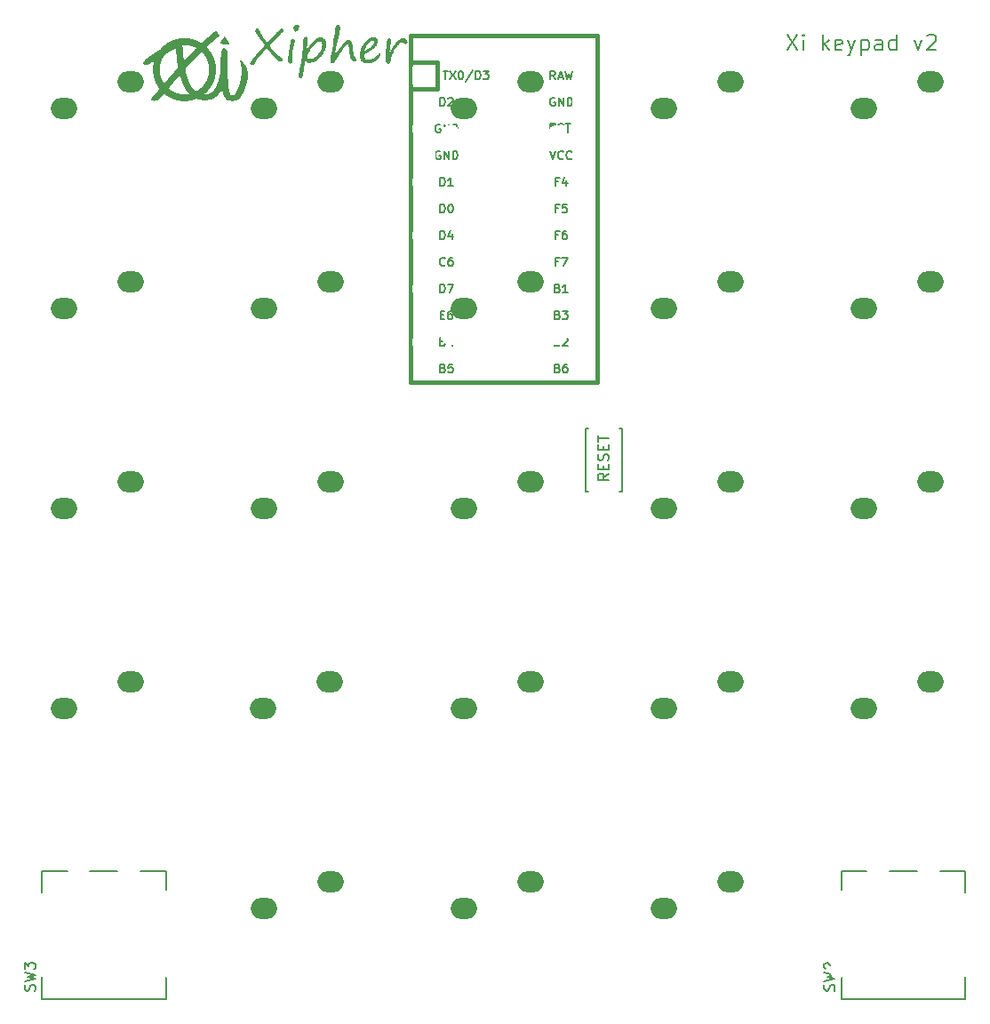
<source format=gto>
G04 #@! TF.GenerationSoftware,KiCad,Pcbnew,(6.0.7)*
G04 #@! TF.CreationDate,2022-09-23T02:39:01+09:00*
G04 #@! TF.ProjectId,xipher_kbd_nohot,78697068-6572-45f6-9b62-645f6e6f686f,rev?*
G04 #@! TF.SameCoordinates,Original*
G04 #@! TF.FileFunction,Legend,Top*
G04 #@! TF.FilePolarity,Positive*
%FSLAX46Y46*%
G04 Gerber Fmt 4.6, Leading zero omitted, Abs format (unit mm)*
G04 Created by KiCad (PCBNEW (6.0.7)) date 2022-09-23 02:39:01*
%MOMM*%
%LPD*%
G01*
G04 APERTURE LIST*
%ADD10C,0.150000*%
%ADD11C,0.200000*%
%ADD12C,0.381000*%
%ADD13C,0.160000*%
%ADD14R,1.752600X1.752600*%
%ADD15C,1.752600*%
%ADD16O,2.500000X2.000000*%
%ADD17C,1.900000*%
%ADD18C,4.000000*%
%ADD19C,3.800000*%
%ADD20R,2.000000X2.000000*%
%ADD21C,2.000000*%
%ADD22O,2.000000X3.400000*%
%ADD23R,1.300000X1.778000*%
%ADD24O,1.300000X1.778000*%
%ADD25R,1.778000X1.300000*%
%ADD26O,1.778000X1.300000*%
%ADD27C,1.200000*%
G04 APERTURE END LIST*
D10*
X107950892Y-33309821D02*
X108950892Y-34809821D01*
X108950892Y-33309821D02*
X107950892Y-34809821D01*
X109522321Y-34809821D02*
X109522321Y-33809821D01*
X109522321Y-33309821D02*
X109450892Y-33381250D01*
X109522321Y-33452678D01*
X109593750Y-33381250D01*
X109522321Y-33309821D01*
X109522321Y-33452678D01*
X111379464Y-34809821D02*
X111379464Y-33309821D01*
X111522321Y-34238392D02*
X111950892Y-34809821D01*
X111950892Y-33809821D02*
X111379464Y-34381250D01*
X113165178Y-34738392D02*
X113022321Y-34809821D01*
X112736607Y-34809821D01*
X112593750Y-34738392D01*
X112522321Y-34595535D01*
X112522321Y-34024107D01*
X112593750Y-33881250D01*
X112736607Y-33809821D01*
X113022321Y-33809821D01*
X113165178Y-33881250D01*
X113236607Y-34024107D01*
X113236607Y-34166964D01*
X112522321Y-34309821D01*
X113736607Y-33809821D02*
X114093750Y-34809821D01*
X114450892Y-33809821D02*
X114093750Y-34809821D01*
X113950892Y-35166964D01*
X113879464Y-35238392D01*
X113736607Y-35309821D01*
X115022321Y-33809821D02*
X115022321Y-35309821D01*
X115022321Y-33881250D02*
X115165178Y-33809821D01*
X115450892Y-33809821D01*
X115593750Y-33881250D01*
X115665178Y-33952678D01*
X115736607Y-34095535D01*
X115736607Y-34524107D01*
X115665178Y-34666964D01*
X115593750Y-34738392D01*
X115450892Y-34809821D01*
X115165178Y-34809821D01*
X115022321Y-34738392D01*
X117022321Y-34809821D02*
X117022321Y-34024107D01*
X116950892Y-33881250D01*
X116808035Y-33809821D01*
X116522321Y-33809821D01*
X116379464Y-33881250D01*
X117022321Y-34738392D02*
X116879464Y-34809821D01*
X116522321Y-34809821D01*
X116379464Y-34738392D01*
X116308035Y-34595535D01*
X116308035Y-34452678D01*
X116379464Y-34309821D01*
X116522321Y-34238392D01*
X116879464Y-34238392D01*
X117022321Y-34166964D01*
X118379464Y-34809821D02*
X118379464Y-33309821D01*
X118379464Y-34738392D02*
X118236607Y-34809821D01*
X117950892Y-34809821D01*
X117808035Y-34738392D01*
X117736607Y-34666964D01*
X117665178Y-34524107D01*
X117665178Y-34095535D01*
X117736607Y-33952678D01*
X117808035Y-33881250D01*
X117950892Y-33809821D01*
X118236607Y-33809821D01*
X118379464Y-33881250D01*
X120093750Y-33809821D02*
X120450892Y-34809821D01*
X120808035Y-33809821D01*
X121308035Y-33452678D02*
X121379464Y-33381250D01*
X121522321Y-33309821D01*
X121879464Y-33309821D01*
X122022321Y-33381250D01*
X122093750Y-33452678D01*
X122165178Y-33595535D01*
X122165178Y-33738392D01*
X122093750Y-33952678D01*
X121236607Y-34809821D01*
X122165178Y-34809821D01*
X75200151Y-36791104D02*
X75657294Y-36791104D01*
X75428723Y-37591104D02*
X75428723Y-36791104D01*
X75847770Y-36791104D02*
X76381104Y-37591104D01*
X76381104Y-36791104D02*
X75847770Y-37591104D01*
X76838247Y-36791104D02*
X76914437Y-36791104D01*
X76990628Y-36829200D01*
X77028723Y-36867295D01*
X77066818Y-36943485D01*
X77104913Y-37095866D01*
X77104913Y-37286342D01*
X77066818Y-37438723D01*
X77028723Y-37514914D01*
X76990628Y-37553009D01*
X76914437Y-37591104D01*
X76838247Y-37591104D01*
X76762056Y-37553009D01*
X76723961Y-37514914D01*
X76685866Y-37438723D01*
X76647770Y-37286342D01*
X76647770Y-37095866D01*
X76685866Y-36943485D01*
X76723961Y-36867295D01*
X76762056Y-36829200D01*
X76838247Y-36791104D01*
X78019199Y-36753009D02*
X77333485Y-37781580D01*
X78285866Y-37591104D02*
X78285866Y-36791104D01*
X78476342Y-36791104D01*
X78590628Y-36829200D01*
X78666818Y-36905390D01*
X78704913Y-36981580D01*
X78743008Y-37133961D01*
X78743008Y-37248247D01*
X78704913Y-37400628D01*
X78666818Y-37476819D01*
X78590628Y-37553009D01*
X78476342Y-37591104D01*
X78285866Y-37591104D01*
X79009675Y-36791104D02*
X79504913Y-36791104D01*
X79238247Y-37095866D01*
X79352532Y-37095866D01*
X79428723Y-37133961D01*
X79466818Y-37172057D01*
X79504913Y-37248247D01*
X79504913Y-37438723D01*
X79466818Y-37514914D01*
X79428723Y-37553009D01*
X79352532Y-37591104D01*
X79123961Y-37591104D01*
X79047770Y-37553009D01*
X79009675Y-37514914D01*
X86099690Y-65112057D02*
X86213976Y-65150152D01*
X86252071Y-65188247D01*
X86290166Y-65264438D01*
X86290166Y-65378723D01*
X86252071Y-65454914D01*
X86213976Y-65493009D01*
X86137785Y-65531104D01*
X85833023Y-65531104D01*
X85833023Y-64731104D01*
X86099690Y-64731104D01*
X86175880Y-64769200D01*
X86213976Y-64807295D01*
X86252071Y-64883485D01*
X86252071Y-64959676D01*
X86213976Y-65035866D01*
X86175880Y-65073961D01*
X86099690Y-65112057D01*
X85833023Y-65112057D01*
X86975880Y-64731104D02*
X86823500Y-64731104D01*
X86747309Y-64769200D01*
X86709214Y-64807295D01*
X86633023Y-64921580D01*
X86594928Y-65073961D01*
X86594928Y-65378723D01*
X86633023Y-65454914D01*
X86671119Y-65493009D01*
X86747309Y-65531104D01*
X86899690Y-65531104D01*
X86975880Y-65493009D01*
X87013976Y-65454914D01*
X87052071Y-65378723D01*
X87052071Y-65188247D01*
X87013976Y-65112057D01*
X86975880Y-65073961D01*
X86899690Y-65035866D01*
X86747309Y-65035866D01*
X86671119Y-65073961D01*
X86633023Y-65112057D01*
X86594928Y-65188247D01*
X86156833Y-47332057D02*
X85890166Y-47332057D01*
X85890166Y-47751104D02*
X85890166Y-46951104D01*
X86271119Y-46951104D01*
X86918738Y-47217771D02*
X86918738Y-47751104D01*
X86728261Y-46913009D02*
X86537785Y-47484438D01*
X87033023Y-47484438D01*
X74891976Y-41909200D02*
X74815785Y-41871104D01*
X74701500Y-41871104D01*
X74587214Y-41909200D01*
X74511023Y-41985390D01*
X74472928Y-42061580D01*
X74434833Y-42213961D01*
X74434833Y-42328247D01*
X74472928Y-42480628D01*
X74511023Y-42556819D01*
X74587214Y-42633009D01*
X74701500Y-42671104D01*
X74777690Y-42671104D01*
X74891976Y-42633009D01*
X74930071Y-42594914D01*
X74930071Y-42328247D01*
X74777690Y-42328247D01*
X75272928Y-42671104D02*
X75272928Y-41871104D01*
X75730071Y-42671104D01*
X75730071Y-41871104D01*
X76111023Y-42671104D02*
X76111023Y-41871104D01*
X76301500Y-41871104D01*
X76415785Y-41909200D01*
X76491976Y-41985390D01*
X76530071Y-42061580D01*
X76568166Y-42213961D01*
X76568166Y-42328247D01*
X76530071Y-42480628D01*
X76491976Y-42556819D01*
X76415785Y-42633009D01*
X76301500Y-42671104D01*
X76111023Y-42671104D01*
X86156833Y-52412057D02*
X85890166Y-52412057D01*
X85890166Y-52831104D02*
X85890166Y-52031104D01*
X86271119Y-52031104D01*
X86918738Y-52031104D02*
X86766357Y-52031104D01*
X86690166Y-52069200D01*
X86652071Y-52107295D01*
X86575880Y-52221580D01*
X86537785Y-52373961D01*
X86537785Y-52678723D01*
X86575880Y-52754914D01*
X86613976Y-52793009D01*
X86690166Y-52831104D01*
X86842547Y-52831104D01*
X86918738Y-52793009D01*
X86956833Y-52754914D01*
X86994928Y-52678723D01*
X86994928Y-52488247D01*
X86956833Y-52412057D01*
X86918738Y-52373961D01*
X86842547Y-52335866D01*
X86690166Y-52335866D01*
X86613976Y-52373961D01*
X86575880Y-52412057D01*
X86537785Y-52488247D01*
X85871119Y-37591104D02*
X85604452Y-37210152D01*
X85413976Y-37591104D02*
X85413976Y-36791104D01*
X85718738Y-36791104D01*
X85794928Y-36829200D01*
X85833023Y-36867295D01*
X85871119Y-36943485D01*
X85871119Y-37057771D01*
X85833023Y-37133961D01*
X85794928Y-37172057D01*
X85718738Y-37210152D01*
X85413976Y-37210152D01*
X86175880Y-37362533D02*
X86556833Y-37362533D01*
X86099690Y-37591104D02*
X86366357Y-36791104D01*
X86633023Y-37591104D01*
X86823500Y-36791104D02*
X87013976Y-37591104D01*
X87166357Y-37019676D01*
X87318738Y-37591104D01*
X87509214Y-36791104D01*
X86099690Y-57492057D02*
X86213976Y-57530152D01*
X86252071Y-57568247D01*
X86290166Y-57644438D01*
X86290166Y-57758723D01*
X86252071Y-57834914D01*
X86213976Y-57873009D01*
X86137785Y-57911104D01*
X85833023Y-57911104D01*
X85833023Y-57111104D01*
X86099690Y-57111104D01*
X86175880Y-57149200D01*
X86213976Y-57187295D01*
X86252071Y-57263485D01*
X86252071Y-57339676D01*
X86213976Y-57415866D01*
X86175880Y-57453961D01*
X86099690Y-57492057D01*
X85833023Y-57492057D01*
X87052071Y-57911104D02*
X86594928Y-57911104D01*
X86823500Y-57911104D02*
X86823500Y-57111104D01*
X86747309Y-57225390D01*
X86671119Y-57301580D01*
X86594928Y-57339676D01*
X74911023Y-57911104D02*
X74911023Y-57111104D01*
X75101500Y-57111104D01*
X75215785Y-57149200D01*
X75291976Y-57225390D01*
X75330071Y-57301580D01*
X75368166Y-57453961D01*
X75368166Y-57568247D01*
X75330071Y-57720628D01*
X75291976Y-57796819D01*
X75215785Y-57873009D01*
X75101500Y-57911104D01*
X74911023Y-57911104D01*
X75634833Y-57111104D02*
X76168166Y-57111104D01*
X75825309Y-57911104D01*
X86156833Y-54952057D02*
X85890166Y-54952057D01*
X85890166Y-55371104D02*
X85890166Y-54571104D01*
X86271119Y-54571104D01*
X86499690Y-54571104D02*
X87033023Y-54571104D01*
X86690166Y-55371104D01*
X86156833Y-49872057D02*
X85890166Y-49872057D01*
X85890166Y-50291104D02*
X85890166Y-49491104D01*
X86271119Y-49491104D01*
X86956833Y-49491104D02*
X86575880Y-49491104D01*
X86537785Y-49872057D01*
X86575880Y-49833961D01*
X86652071Y-49795866D01*
X86842547Y-49795866D01*
X86918738Y-49833961D01*
X86956833Y-49872057D01*
X86994928Y-49948247D01*
X86994928Y-50138723D01*
X86956833Y-50214914D01*
X86918738Y-50253009D01*
X86842547Y-50291104D01*
X86652071Y-50291104D01*
X86575880Y-50253009D01*
X86537785Y-50214914D01*
X85356833Y-44411104D02*
X85623500Y-45211104D01*
X85890166Y-44411104D01*
X86613976Y-45134914D02*
X86575880Y-45173009D01*
X86461595Y-45211104D01*
X86385404Y-45211104D01*
X86271119Y-45173009D01*
X86194928Y-45096819D01*
X86156833Y-45020628D01*
X86118738Y-44868247D01*
X86118738Y-44753961D01*
X86156833Y-44601580D01*
X86194928Y-44525390D01*
X86271119Y-44449200D01*
X86385404Y-44411104D01*
X86461595Y-44411104D01*
X86575880Y-44449200D01*
X86613976Y-44487295D01*
X87413976Y-45134914D02*
X87375880Y-45173009D01*
X87261595Y-45211104D01*
X87185404Y-45211104D01*
X87071119Y-45173009D01*
X86994928Y-45096819D01*
X86956833Y-45020628D01*
X86918738Y-44868247D01*
X86918738Y-44753961D01*
X86956833Y-44601580D01*
X86994928Y-44525390D01*
X87071119Y-44449200D01*
X87185404Y-44411104D01*
X87261595Y-44411104D01*
X87375880Y-44449200D01*
X87413976Y-44487295D01*
X74911023Y-50291104D02*
X74911023Y-49491104D01*
X75101500Y-49491104D01*
X75215785Y-49529200D01*
X75291976Y-49605390D01*
X75330071Y-49681580D01*
X75368166Y-49833961D01*
X75368166Y-49948247D01*
X75330071Y-50100628D01*
X75291976Y-50176819D01*
X75215785Y-50253009D01*
X75101500Y-50291104D01*
X74911023Y-50291104D01*
X75863404Y-49491104D02*
X75939595Y-49491104D01*
X76015785Y-49529200D01*
X76053880Y-49567295D01*
X76091976Y-49643485D01*
X76130071Y-49795866D01*
X76130071Y-49986342D01*
X76091976Y-50138723D01*
X76053880Y-50214914D01*
X76015785Y-50253009D01*
X75939595Y-50291104D01*
X75863404Y-50291104D01*
X75787214Y-50253009D01*
X75749119Y-50214914D01*
X75711023Y-50138723D01*
X75672928Y-49986342D01*
X75672928Y-49795866D01*
X75711023Y-49643485D01*
X75749119Y-49567295D01*
X75787214Y-49529200D01*
X75863404Y-49491104D01*
X74911023Y-52831104D02*
X74911023Y-52031104D01*
X75101500Y-52031104D01*
X75215785Y-52069200D01*
X75291976Y-52145390D01*
X75330071Y-52221580D01*
X75368166Y-52373961D01*
X75368166Y-52488247D01*
X75330071Y-52640628D01*
X75291976Y-52716819D01*
X75215785Y-52793009D01*
X75101500Y-52831104D01*
X74911023Y-52831104D01*
X76053880Y-52297771D02*
X76053880Y-52831104D01*
X75863404Y-51993009D02*
X75672928Y-52564438D01*
X76168166Y-52564438D01*
X85813976Y-39369200D02*
X85737785Y-39331104D01*
X85623500Y-39331104D01*
X85509214Y-39369200D01*
X85433023Y-39445390D01*
X85394928Y-39521580D01*
X85356833Y-39673961D01*
X85356833Y-39788247D01*
X85394928Y-39940628D01*
X85433023Y-40016819D01*
X85509214Y-40093009D01*
X85623500Y-40131104D01*
X85699690Y-40131104D01*
X85813976Y-40093009D01*
X85852071Y-40054914D01*
X85852071Y-39788247D01*
X85699690Y-39788247D01*
X86194928Y-40131104D02*
X86194928Y-39331104D01*
X86652071Y-40131104D01*
X86652071Y-39331104D01*
X87033023Y-40131104D02*
X87033023Y-39331104D01*
X87223500Y-39331104D01*
X87337785Y-39369200D01*
X87413976Y-39445390D01*
X87452071Y-39521580D01*
X87490166Y-39673961D01*
X87490166Y-39788247D01*
X87452071Y-39940628D01*
X87413976Y-40016819D01*
X87337785Y-40093009D01*
X87223500Y-40131104D01*
X87033023Y-40131104D01*
X86099690Y-60032057D02*
X86213976Y-60070152D01*
X86252071Y-60108247D01*
X86290166Y-60184438D01*
X86290166Y-60298723D01*
X86252071Y-60374914D01*
X86213976Y-60413009D01*
X86137785Y-60451104D01*
X85833023Y-60451104D01*
X85833023Y-59651104D01*
X86099690Y-59651104D01*
X86175880Y-59689200D01*
X86213976Y-59727295D01*
X86252071Y-59803485D01*
X86252071Y-59879676D01*
X86213976Y-59955866D01*
X86175880Y-59993961D01*
X86099690Y-60032057D01*
X85833023Y-60032057D01*
X86556833Y-59651104D02*
X87052071Y-59651104D01*
X86785404Y-59955866D01*
X86899690Y-59955866D01*
X86975880Y-59993961D01*
X87013976Y-60032057D01*
X87052071Y-60108247D01*
X87052071Y-60298723D01*
X87013976Y-60374914D01*
X86975880Y-60413009D01*
X86899690Y-60451104D01*
X86671119Y-60451104D01*
X86594928Y-60413009D01*
X86556833Y-60374914D01*
X86162286Y-42603009D02*
X86276572Y-42641104D01*
X86467048Y-42641104D01*
X86543239Y-42603009D01*
X86581334Y-42564914D01*
X86619429Y-42488723D01*
X86619429Y-42412533D01*
X86581334Y-42336342D01*
X86543239Y-42298247D01*
X86467048Y-42260152D01*
X86314667Y-42222057D01*
X86238477Y-42183961D01*
X86200381Y-42145866D01*
X86162286Y-42069676D01*
X86162286Y-41993485D01*
X86200381Y-41917295D01*
X86238477Y-41879200D01*
X86314667Y-41841104D01*
X86505143Y-41841104D01*
X86619429Y-41879200D01*
X86848000Y-41841104D02*
X87305143Y-41841104D01*
X87076572Y-42641104D02*
X87076572Y-41841104D01*
X74911023Y-47751104D02*
X74911023Y-46951104D01*
X75101500Y-46951104D01*
X75215785Y-46989200D01*
X75291976Y-47065390D01*
X75330071Y-47141580D01*
X75368166Y-47293961D01*
X75368166Y-47408247D01*
X75330071Y-47560628D01*
X75291976Y-47636819D01*
X75215785Y-47713009D01*
X75101500Y-47751104D01*
X74911023Y-47751104D01*
X76130071Y-47751104D02*
X75672928Y-47751104D01*
X75901500Y-47751104D02*
X75901500Y-46951104D01*
X75825309Y-47065390D01*
X75749119Y-47141580D01*
X75672928Y-47179676D01*
X75177690Y-62572057D02*
X75291976Y-62610152D01*
X75330071Y-62648247D01*
X75368166Y-62724438D01*
X75368166Y-62838723D01*
X75330071Y-62914914D01*
X75291976Y-62953009D01*
X75215785Y-62991104D01*
X74911023Y-62991104D01*
X74911023Y-62191104D01*
X75177690Y-62191104D01*
X75253880Y-62229200D01*
X75291976Y-62267295D01*
X75330071Y-62343485D01*
X75330071Y-62419676D01*
X75291976Y-62495866D01*
X75253880Y-62533961D01*
X75177690Y-62572057D01*
X74911023Y-62572057D01*
X76053880Y-62457771D02*
X76053880Y-62991104D01*
X75863404Y-62153009D02*
X75672928Y-62724438D01*
X76168166Y-62724438D01*
X75177690Y-65112057D02*
X75291976Y-65150152D01*
X75330071Y-65188247D01*
X75368166Y-65264438D01*
X75368166Y-65378723D01*
X75330071Y-65454914D01*
X75291976Y-65493009D01*
X75215785Y-65531104D01*
X74911023Y-65531104D01*
X74911023Y-64731104D01*
X75177690Y-64731104D01*
X75253880Y-64769200D01*
X75291976Y-64807295D01*
X75330071Y-64883485D01*
X75330071Y-64959676D01*
X75291976Y-65035866D01*
X75253880Y-65073961D01*
X75177690Y-65112057D01*
X74911023Y-65112057D01*
X76091976Y-64731104D02*
X75711023Y-64731104D01*
X75672928Y-65112057D01*
X75711023Y-65073961D01*
X75787214Y-65035866D01*
X75977690Y-65035866D01*
X76053880Y-65073961D01*
X76091976Y-65112057D01*
X76130071Y-65188247D01*
X76130071Y-65378723D01*
X76091976Y-65454914D01*
X76053880Y-65493009D01*
X75977690Y-65531104D01*
X75787214Y-65531104D01*
X75711023Y-65493009D01*
X75672928Y-65454914D01*
X74911023Y-40131104D02*
X74911023Y-39331104D01*
X75101500Y-39331104D01*
X75215785Y-39369200D01*
X75291976Y-39445390D01*
X75330071Y-39521580D01*
X75368166Y-39673961D01*
X75368166Y-39788247D01*
X75330071Y-39940628D01*
X75291976Y-40016819D01*
X75215785Y-40093009D01*
X75101500Y-40131104D01*
X74911023Y-40131104D01*
X75672928Y-39407295D02*
X75711023Y-39369200D01*
X75787214Y-39331104D01*
X75977690Y-39331104D01*
X76053880Y-39369200D01*
X76091976Y-39407295D01*
X76130071Y-39483485D01*
X76130071Y-39559676D01*
X76091976Y-39673961D01*
X75634833Y-40131104D01*
X76130071Y-40131104D01*
X86099690Y-62572057D02*
X86213976Y-62610152D01*
X86252071Y-62648247D01*
X86290166Y-62724438D01*
X86290166Y-62838723D01*
X86252071Y-62914914D01*
X86213976Y-62953009D01*
X86137785Y-62991104D01*
X85833023Y-62991104D01*
X85833023Y-62191104D01*
X86099690Y-62191104D01*
X86175880Y-62229200D01*
X86213976Y-62267295D01*
X86252071Y-62343485D01*
X86252071Y-62419676D01*
X86213976Y-62495866D01*
X86175880Y-62533961D01*
X86099690Y-62572057D01*
X85833023Y-62572057D01*
X86594928Y-62267295D02*
X86633023Y-62229200D01*
X86709214Y-62191104D01*
X86899690Y-62191104D01*
X86975880Y-62229200D01*
X87013976Y-62267295D01*
X87052071Y-62343485D01*
X87052071Y-62419676D01*
X87013976Y-62533961D01*
X86556833Y-62991104D01*
X87052071Y-62991104D01*
X75368166Y-55294914D02*
X75330071Y-55333009D01*
X75215785Y-55371104D01*
X75139595Y-55371104D01*
X75025309Y-55333009D01*
X74949119Y-55256819D01*
X74911023Y-55180628D01*
X74872928Y-55028247D01*
X74872928Y-54913961D01*
X74911023Y-54761580D01*
X74949119Y-54685390D01*
X75025309Y-54609200D01*
X75139595Y-54571104D01*
X75215785Y-54571104D01*
X75330071Y-54609200D01*
X75368166Y-54647295D01*
X76053880Y-54571104D02*
X75901500Y-54571104D01*
X75825309Y-54609200D01*
X75787214Y-54647295D01*
X75711023Y-54761580D01*
X75672928Y-54913961D01*
X75672928Y-55218723D01*
X75711023Y-55294914D01*
X75749119Y-55333009D01*
X75825309Y-55371104D01*
X75977690Y-55371104D01*
X76053880Y-55333009D01*
X76091976Y-55294914D01*
X76130071Y-55218723D01*
X76130071Y-55028247D01*
X76091976Y-54952057D01*
X76053880Y-54913961D01*
X75977690Y-54875866D01*
X75825309Y-54875866D01*
X75749119Y-54913961D01*
X75711023Y-54952057D01*
X75672928Y-55028247D01*
X74891976Y-44449200D02*
X74815785Y-44411104D01*
X74701500Y-44411104D01*
X74587214Y-44449200D01*
X74511023Y-44525390D01*
X74472928Y-44601580D01*
X74434833Y-44753961D01*
X74434833Y-44868247D01*
X74472928Y-45020628D01*
X74511023Y-45096819D01*
X74587214Y-45173009D01*
X74701500Y-45211104D01*
X74777690Y-45211104D01*
X74891976Y-45173009D01*
X74930071Y-45134914D01*
X74930071Y-44868247D01*
X74777690Y-44868247D01*
X75272928Y-45211104D02*
X75272928Y-44411104D01*
X75730071Y-45211104D01*
X75730071Y-44411104D01*
X76111023Y-45211104D02*
X76111023Y-44411104D01*
X76301500Y-44411104D01*
X76415785Y-44449200D01*
X76491976Y-44525390D01*
X76530071Y-44601580D01*
X76568166Y-44753961D01*
X76568166Y-44868247D01*
X76530071Y-45020628D01*
X76491976Y-45096819D01*
X76415785Y-45173009D01*
X76301500Y-45211104D01*
X76111023Y-45211104D01*
X74949119Y-60032057D02*
X75215785Y-60032057D01*
X75330071Y-60451104D02*
X74949119Y-60451104D01*
X74949119Y-59651104D01*
X75330071Y-59651104D01*
X76015785Y-59651104D02*
X75863404Y-59651104D01*
X75787214Y-59689200D01*
X75749119Y-59727295D01*
X75672928Y-59841580D01*
X75634833Y-59993961D01*
X75634833Y-60298723D01*
X75672928Y-60374914D01*
X75711023Y-60413009D01*
X75787214Y-60451104D01*
X75939595Y-60451104D01*
X76015785Y-60413009D01*
X76053880Y-60374914D01*
X76091976Y-60298723D01*
X76091976Y-60108247D01*
X76053880Y-60032057D01*
X76015785Y-59993961D01*
X75939595Y-59955866D01*
X75787214Y-59955866D01*
X75711023Y-59993961D01*
X75672928Y-60032057D01*
X75634833Y-60108247D01*
D11*
X112442261Y-124395833D02*
X112489880Y-124252976D01*
X112489880Y-124014880D01*
X112442261Y-123919642D01*
X112394642Y-123872023D01*
X112299404Y-123824404D01*
X112204166Y-123824404D01*
X112108928Y-123872023D01*
X112061309Y-123919642D01*
X112013690Y-124014880D01*
X111966071Y-124205357D01*
X111918452Y-124300595D01*
X111870833Y-124348214D01*
X111775595Y-124395833D01*
X111680357Y-124395833D01*
X111585119Y-124348214D01*
X111537500Y-124300595D01*
X111489880Y-124205357D01*
X111489880Y-123967261D01*
X111537500Y-123824404D01*
X111489880Y-123491071D02*
X112489880Y-123252976D01*
X111775595Y-123062500D01*
X112489880Y-122872023D01*
X111489880Y-122633928D01*
X111585119Y-122300595D02*
X111537500Y-122252976D01*
X111489880Y-122157738D01*
X111489880Y-121919642D01*
X111537500Y-121824404D01*
X111585119Y-121776785D01*
X111680357Y-121729166D01*
X111775595Y-121729166D01*
X111918452Y-121776785D01*
X112489880Y-122348214D01*
X112489880Y-121729166D01*
X36267261Y-124395833D02*
X36314880Y-124252976D01*
X36314880Y-124014880D01*
X36267261Y-123919642D01*
X36219642Y-123872023D01*
X36124404Y-123824404D01*
X36029166Y-123824404D01*
X35933928Y-123872023D01*
X35886309Y-123919642D01*
X35838690Y-124014880D01*
X35791071Y-124205357D01*
X35743452Y-124300595D01*
X35695833Y-124348214D01*
X35600595Y-124395833D01*
X35505357Y-124395833D01*
X35410119Y-124348214D01*
X35362500Y-124300595D01*
X35314880Y-124205357D01*
X35314880Y-123967261D01*
X35362500Y-123824404D01*
X35314880Y-123491071D02*
X36314880Y-123252976D01*
X35600595Y-123062500D01*
X36314880Y-122872023D01*
X35314880Y-122633928D01*
X35314880Y-122348214D02*
X35314880Y-121729166D01*
X35695833Y-122062500D01*
X35695833Y-121919642D01*
X35743452Y-121824404D01*
X35791071Y-121776785D01*
X35886309Y-121729166D01*
X36124404Y-121729166D01*
X36219642Y-121776785D01*
X36267261Y-121824404D01*
X36314880Y-121919642D01*
X36314880Y-122205357D01*
X36267261Y-122300595D01*
X36219642Y-122348214D01*
D10*
X90939880Y-75144080D02*
X90463690Y-75477414D01*
X90939880Y-75715509D02*
X89939880Y-75715509D01*
X89939880Y-75334557D01*
X89987500Y-75239319D01*
X90035119Y-75191700D01*
X90130357Y-75144080D01*
X90273214Y-75144080D01*
X90368452Y-75191700D01*
X90416071Y-75239319D01*
X90463690Y-75334557D01*
X90463690Y-75715509D01*
X90416071Y-74715509D02*
X90416071Y-74382176D01*
X90939880Y-74239319D02*
X90939880Y-74715509D01*
X89939880Y-74715509D01*
X89939880Y-74239319D01*
X90892261Y-73858366D02*
X90939880Y-73715509D01*
X90939880Y-73477414D01*
X90892261Y-73382176D01*
X90844642Y-73334557D01*
X90749404Y-73286938D01*
X90654166Y-73286938D01*
X90558928Y-73334557D01*
X90511309Y-73382176D01*
X90463690Y-73477414D01*
X90416071Y-73667890D01*
X90368452Y-73763128D01*
X90320833Y-73810747D01*
X90225595Y-73858366D01*
X90130357Y-73858366D01*
X90035119Y-73810747D01*
X89987500Y-73763128D01*
X89939880Y-73667890D01*
X89939880Y-73429795D01*
X89987500Y-73286938D01*
X90416071Y-72858366D02*
X90416071Y-72525033D01*
X90939880Y-72382176D02*
X90939880Y-72858366D01*
X89939880Y-72858366D01*
X89939880Y-72382176D01*
X89939880Y-72096461D02*
X89939880Y-71525033D01*
X90939880Y-71810747D02*
X89939880Y-71810747D01*
G36*
X48131250Y-38454166D02*
G01*
X48127736Y-38452676D01*
X48127083Y-38450398D01*
X48125865Y-38445783D01*
X48124024Y-38442585D01*
X48121561Y-38437914D01*
X48120899Y-38434895D01*
X48119137Y-38431829D01*
X48116601Y-38431250D01*
X48112664Y-38429682D01*
X48111286Y-38427604D01*
X48109563Y-38423130D01*
X48107185Y-38418060D01*
X48105036Y-38412977D01*
X48104166Y-38409206D01*
X48102431Y-38406809D01*
X48100000Y-38406250D01*
X48096606Y-38404947D01*
X48095833Y-38403125D01*
X48094162Y-38400373D01*
X48092663Y-38400000D01*
X48089691Y-38398258D01*
X48087183Y-38394270D01*
X48082782Y-38384302D01*
X48079075Y-38378070D01*
X48075847Y-38375248D01*
X48074620Y-38375000D01*
X48071558Y-38373216D01*
X48069654Y-38367708D01*
X48068290Y-38362901D01*
X48066699Y-38360484D01*
X48066434Y-38360416D01*
X48064888Y-38358685D01*
X48064583Y-38356584D01*
X48062860Y-38352957D01*
X48059375Y-38350379D01*
X48055019Y-38346605D01*
X48054166Y-38343116D01*
X48052697Y-38338341D01*
X48049144Y-38333511D01*
X48048958Y-38333333D01*
X48045403Y-38329246D01*
X48043762Y-38325885D01*
X48043750Y-38325678D01*
X48042074Y-38323233D01*
X48040625Y-38322916D01*
X48038178Y-38321112D01*
X48037500Y-38316471D01*
X48036588Y-38311304D01*
X48033489Y-38308979D01*
X48033333Y-38308936D01*
X48029950Y-38307041D01*
X48029166Y-38305428D01*
X48027720Y-38302362D01*
X48025000Y-38299441D01*
X48021676Y-38294296D01*
X48020833Y-38289603D01*
X48020183Y-38285019D01*
X48017761Y-38283400D01*
X48016666Y-38283333D01*
X48013287Y-38282132D01*
X48012499Y-38280451D01*
X48010754Y-38277652D01*
X48008333Y-38276479D01*
X48005328Y-38274523D01*
X48004217Y-38270051D01*
X48004166Y-38268126D01*
X48003264Y-38262288D01*
X48001041Y-38259663D01*
X47998660Y-38256887D01*
X47997916Y-38253208D01*
X47996282Y-38247952D01*
X47993749Y-38245349D01*
X47990478Y-38242302D01*
X47989583Y-38240123D01*
X47987932Y-38237731D01*
X47986788Y-38237500D01*
X47984446Y-38235701D01*
X47982087Y-38231229D01*
X47981550Y-38229687D01*
X47977485Y-38220639D01*
X47972042Y-38214216D01*
X47968229Y-38211943D01*
X47965268Y-38208702D01*
X47964583Y-38204454D01*
X47963587Y-38199521D01*
X47961458Y-38197163D01*
X47959197Y-38194306D01*
X47958345Y-38187834D01*
X47958333Y-38186668D01*
X47958045Y-38180794D01*
X47956815Y-38177889D01*
X47954089Y-38176772D01*
X47953667Y-38176707D01*
X47949515Y-38174462D01*
X47948217Y-38171875D01*
X47946972Y-38167967D01*
X47946079Y-38166666D01*
X47940553Y-38160974D01*
X47936055Y-38153807D01*
X47933557Y-38146840D01*
X47933333Y-38144631D01*
X47932816Y-38139632D01*
X47930880Y-38137670D01*
X47929389Y-38137500D01*
X47925287Y-38135672D01*
X47923165Y-38130432D01*
X47922916Y-38126912D01*
X47922011Y-38123621D01*
X47920833Y-38122916D01*
X47919169Y-38121162D01*
X47918749Y-38118529D01*
X47917196Y-38114188D01*
X47913541Y-38110044D01*
X47909885Y-38106376D01*
X47908333Y-38103248D01*
X47908333Y-38103213D01*
X47906741Y-38100207D01*
X47903125Y-38097066D01*
X47898990Y-38092619D01*
X47897916Y-38088748D01*
X47896660Y-38083780D01*
X47894791Y-38081250D01*
X47892441Y-38077328D01*
X47891666Y-38072904D01*
X47890376Y-38067826D01*
X47887922Y-38066173D01*
X47884903Y-38063435D01*
X47881871Y-38056722D01*
X47880337Y-38051867D01*
X47877506Y-38043966D01*
X47874137Y-38037312D01*
X47871581Y-38033954D01*
X47868068Y-38029075D01*
X47866666Y-38024075D01*
X47865032Y-38018783D01*
X47862499Y-38016183D01*
X47859213Y-38012865D01*
X47858333Y-38010313D01*
X47857135Y-38006141D01*
X47855274Y-38003002D01*
X47852890Y-37997789D01*
X47852149Y-37993229D01*
X47851493Y-37989069D01*
X47850148Y-37987500D01*
X47846460Y-37985732D01*
X47843222Y-37981540D01*
X47841679Y-37976590D01*
X47841666Y-37976147D01*
X47840383Y-37971208D01*
X47838541Y-37968750D01*
X47835867Y-37964636D01*
X47835416Y-37962244D01*
X47834011Y-37957916D01*
X47831250Y-37954166D01*
X47827868Y-37948158D01*
X47827083Y-37942708D01*
X47826617Y-37937682D01*
X47824797Y-37935655D01*
X47822916Y-37935416D01*
X47820044Y-37934601D01*
X47818886Y-37931416D01*
X47818750Y-37928125D01*
X47818072Y-37922731D01*
X47815909Y-37920846D01*
X47815625Y-37920833D01*
X47813321Y-37919263D01*
X47812507Y-37914243D01*
X47812500Y-37913490D01*
X47811856Y-37908060D01*
X47809347Y-37905122D01*
X47807291Y-37904166D01*
X47804124Y-37902440D01*
X47802579Y-37899559D01*
X47802101Y-37894221D01*
X47802083Y-37891941D01*
X47801557Y-37884754D01*
X47799882Y-37881072D01*
X47798958Y-37880496D01*
X47796609Y-37877592D01*
X47795833Y-37872787D01*
X47794945Y-37867600D01*
X47791911Y-37865254D01*
X47791666Y-37865186D01*
X47788553Y-37863063D01*
X47787512Y-37858244D01*
X47787500Y-37857340D01*
X47785975Y-37850681D01*
X47782291Y-37846672D01*
X47777976Y-37841344D01*
X47777083Y-37836201D01*
X47776062Y-37829399D01*
X47773971Y-37823675D01*
X47771690Y-37817479D01*
X47770846Y-37811979D01*
X47769852Y-37807439D01*
X47767781Y-37806250D01*
X47764225Y-37804382D01*
X47761530Y-37799641D01*
X47760418Y-37793316D01*
X47760416Y-37793083D01*
X47759440Y-37787504D01*
X47757304Y-37782008D01*
X47755084Y-37776698D01*
X47754179Y-37772499D01*
X47752525Y-37768534D01*
X47750821Y-37767084D01*
X47748339Y-37763652D01*
X47746605Y-37757087D01*
X47746329Y-37755046D01*
X47744615Y-37747065D01*
X47741346Y-37741950D01*
X47740300Y-37741039D01*
X47736648Y-37736602D01*
X47735431Y-37730211D01*
X47735416Y-37729138D01*
X47734923Y-37723641D01*
X47733701Y-37720146D01*
X47733333Y-37719791D01*
X47731904Y-37717011D01*
X47731253Y-37711999D01*
X47731250Y-37711574D01*
X47730057Y-37705388D01*
X47726041Y-37701233D01*
X47722630Y-37698160D01*
X47721118Y-37693870D01*
X47720833Y-37688493D01*
X47720484Y-37682918D01*
X47719601Y-37679584D01*
X47719084Y-37679166D01*
X47716695Y-37677295D01*
X47714512Y-37672520D01*
X47712973Y-37666097D01*
X47712500Y-37660318D01*
X47711889Y-37654367D01*
X47709989Y-37652119D01*
X47709597Y-37652083D01*
X47706470Y-37650450D01*
X47704694Y-37645361D01*
X47704166Y-37637134D01*
X47703692Y-37631371D01*
X47701919Y-37628509D01*
X47700000Y-37627686D01*
X47697538Y-37626399D01*
X47696278Y-37623479D01*
X47695852Y-37617837D01*
X47695833Y-37615316D01*
X47695413Y-37607880D01*
X47694043Y-37603870D01*
X47692708Y-37602836D01*
X47690540Y-37600208D01*
X47689630Y-37594181D01*
X47689583Y-37591686D01*
X47689268Y-37585397D01*
X47688036Y-37582102D01*
X47685455Y-37580656D01*
X47685416Y-37580646D01*
X47682828Y-37579223D01*
X47681570Y-37575973D01*
X47681215Y-37569759D01*
X47681214Y-37569465D01*
X47680647Y-37562279D01*
X47678602Y-37557406D01*
X47676005Y-37554468D01*
X47672295Y-37549552D01*
X47670905Y-37543219D01*
X47670833Y-37540629D01*
X47670092Y-37533715D01*
X47667839Y-37530550D01*
X47667708Y-37530496D01*
X47665781Y-37528386D01*
X47664800Y-37523459D01*
X47664583Y-37517050D01*
X47664120Y-37508716D01*
X47662514Y-37503130D01*
X47660416Y-37500000D01*
X47657299Y-37494175D01*
X47656253Y-37485769D01*
X47656249Y-37485097D01*
X47655895Y-37478659D01*
X47654673Y-37475574D01*
X47653125Y-37475000D01*
X47651476Y-37474181D01*
X47650509Y-37471223D01*
X47650071Y-37465373D01*
X47650000Y-37459375D01*
X47649763Y-37451906D01*
X47649136Y-37446381D01*
X47648246Y-37443818D01*
X47648065Y-37443750D01*
X47644036Y-37441852D01*
X47641032Y-37436851D01*
X47639623Y-37429787D01*
X47639583Y-37428299D01*
X47638599Y-37420613D01*
X47635423Y-37415630D01*
X47635416Y-37415625D01*
X47632987Y-37412505D01*
X47631702Y-37407949D01*
X47631262Y-37400742D01*
X47631250Y-37398635D01*
X47631032Y-37391143D01*
X47630256Y-37387020D01*
X47628738Y-37385488D01*
X47628125Y-37385416D01*
X47626423Y-37384556D01*
X47625451Y-37381462D01*
X47625043Y-37375369D01*
X47625000Y-37370906D01*
X47624828Y-37362996D01*
X47624142Y-37358207D01*
X47622682Y-37355502D01*
X47620833Y-37354166D01*
X47618703Y-37352508D01*
X47617444Y-37349710D01*
X47616838Y-37344804D01*
X47616668Y-37336822D01*
X47616666Y-37335598D01*
X47616398Y-37326212D01*
X47615515Y-37320251D01*
X47613899Y-37317002D01*
X47613541Y-37316666D01*
X47611787Y-37313806D01*
X47610787Y-37308352D01*
X47610423Y-37299592D01*
X47610416Y-37297756D01*
X47610278Y-37289260D01*
X47609674Y-37283749D01*
X47608318Y-37280043D01*
X47605925Y-37276965D01*
X47605208Y-37276231D01*
X47602447Y-37272978D01*
X47600868Y-37269306D01*
X47600151Y-37263961D01*
X47599974Y-37255823D01*
X47599642Y-37246595D01*
X47598442Y-37239827D01*
X47596014Y-37233848D01*
X47594766Y-37231558D01*
X47591786Y-37225397D01*
X47590190Y-37219055D01*
X47589613Y-37210831D01*
X47589583Y-37207495D01*
X47589331Y-37199839D01*
X47588667Y-37193800D01*
X47587732Y-37190607D01*
X47587658Y-37190520D01*
X47586868Y-37187777D01*
X47586118Y-37181744D01*
X47585491Y-37173295D01*
X47585069Y-37163308D01*
X47585054Y-37162750D01*
X47584719Y-37151915D01*
X47584292Y-37144477D01*
X47583631Y-37139665D01*
X47582591Y-37136708D01*
X47581031Y-37134837D01*
X47579687Y-37133850D01*
X47577580Y-37132159D01*
X47576220Y-37129874D01*
X47575444Y-37126139D01*
X47575092Y-37120095D01*
X47575001Y-37110886D01*
X47575000Y-37108983D01*
X47574748Y-37098210D01*
X47574048Y-37089549D01*
X47572981Y-37083863D01*
X47572503Y-37082675D01*
X47571444Y-37078803D01*
X47570462Y-37071672D01*
X47569655Y-37062191D01*
X47569132Y-37051562D01*
X47568685Y-37041592D01*
X47568091Y-37033329D01*
X47567420Y-37027553D01*
X47566748Y-37025045D01*
X47566652Y-37025000D01*
X47565253Y-37023181D01*
X47563881Y-37018705D01*
X47563679Y-37017708D01*
X47562325Y-37012901D01*
X47560760Y-37010484D01*
X47560501Y-37010416D01*
X47559855Y-37008448D01*
X47559224Y-37003004D01*
X47558658Y-36994773D01*
X47558208Y-36984447D01*
X47557991Y-36976409D01*
X47557667Y-36963417D01*
X47557261Y-36953950D01*
X47556700Y-36947364D01*
X47555909Y-36943016D01*
X47554813Y-36940266D01*
X47553645Y-36938760D01*
X47552397Y-36937116D01*
X47551467Y-36934642D01*
X47550810Y-36930766D01*
X47550380Y-36924913D01*
X47550133Y-36916509D01*
X47550021Y-36904980D01*
X47550000Y-36892890D01*
X47549902Y-36876378D01*
X47549589Y-36863474D01*
X47549028Y-36853625D01*
X47548184Y-36846277D01*
X47547027Y-36840875D01*
X47546897Y-36840435D01*
X47546321Y-36838040D01*
X47545819Y-36834722D01*
X47545385Y-36830208D01*
X47545016Y-36824226D01*
X47544705Y-36816501D01*
X47544449Y-36806761D01*
X47544243Y-36794732D01*
X47544081Y-36780140D01*
X47543958Y-36762714D01*
X47543871Y-36742179D01*
X47543814Y-36718262D01*
X47543783Y-36690691D01*
X47543772Y-36663437D01*
X47543774Y-36657860D01*
X48188699Y-36657860D01*
X48188703Y-36676106D01*
X48188831Y-36684887D01*
X48189146Y-36699458D01*
X48189501Y-36710487D01*
X48189960Y-36718599D01*
X48190585Y-36724417D01*
X48191440Y-36728568D01*
X48192587Y-36731676D01*
X48193768Y-36733846D01*
X48195013Y-36736134D01*
X48195981Y-36738770D01*
X48196706Y-36742280D01*
X48197222Y-36747187D01*
X48197566Y-36754018D01*
X48197772Y-36763298D01*
X48197873Y-36775551D01*
X48197907Y-36791303D01*
X48197908Y-36796256D01*
X48197982Y-36815182D01*
X48198222Y-36830317D01*
X48198665Y-36842035D01*
X48199348Y-36850708D01*
X48200309Y-36856710D01*
X48201585Y-36860415D01*
X48203213Y-36862196D01*
X48204501Y-36862500D01*
X48205102Y-36864464D01*
X48205614Y-36869884D01*
X48205998Y-36878048D01*
X48206215Y-36888244D01*
X48206250Y-36894537D01*
X48206381Y-36908679D01*
X48206810Y-36919280D01*
X48207583Y-36926957D01*
X48208750Y-36932326D01*
X48209375Y-36934053D01*
X48210821Y-36939085D01*
X48211789Y-36946436D01*
X48212331Y-36956719D01*
X48212500Y-36970512D01*
X48212533Y-36982053D01*
X48212702Y-36990146D01*
X48213113Y-36995506D01*
X48213870Y-36998852D01*
X48215078Y-37000900D01*
X48216841Y-37002368D01*
X48217187Y-37002601D01*
X48219322Y-37004366D01*
X48220742Y-37006844D01*
X48221636Y-37010897D01*
X48222192Y-37017385D01*
X48222601Y-37027170D01*
X48222605Y-37027282D01*
X48223337Y-37039564D01*
X48224558Y-37048219D01*
X48226233Y-37052989D01*
X48226251Y-37053015D01*
X48227759Y-37056927D01*
X48228700Y-37063821D01*
X48229127Y-37074176D01*
X48229166Y-37079630D01*
X48229334Y-37088804D01*
X48229788Y-37096145D01*
X48230458Y-37100821D01*
X48231101Y-37102083D01*
X48233984Y-37103412D01*
X48236309Y-37105357D01*
X48238103Y-37108446D01*
X48239143Y-37113824D01*
X48239560Y-37122292D01*
X48239583Y-37125689D01*
X48239711Y-37134357D01*
X48240231Y-37139827D01*
X48241349Y-37143064D01*
X48243268Y-37145033D01*
X48243750Y-37145349D01*
X48245827Y-37147158D01*
X48247081Y-37150027D01*
X48247709Y-37154908D01*
X48247910Y-37162753D01*
X48247916Y-37165387D01*
X48248148Y-37174995D01*
X48248919Y-37181182D01*
X48250342Y-37184674D01*
X48251041Y-37185416D01*
X48253072Y-37189069D01*
X48254045Y-37196051D01*
X48254166Y-37201057D01*
X48254353Y-37208447D01*
X48255175Y-37212923D01*
X48257027Y-37215729D01*
X48259375Y-37217516D01*
X48262219Y-37219816D01*
X48263790Y-37222793D01*
X48264455Y-37227652D01*
X48264583Y-37234571D01*
X48265084Y-37244029D01*
X48266634Y-37249816D01*
X48267708Y-37251339D01*
X48269896Y-37256022D01*
X48270813Y-37264107D01*
X48270833Y-37265756D01*
X48271168Y-37272883D01*
X48272419Y-37277098D01*
X48274948Y-37279618D01*
X48275000Y-37279650D01*
X48277500Y-37282066D01*
X48278772Y-37286079D01*
X48279162Y-37292882D01*
X48279166Y-37294008D01*
X48279383Y-37300889D01*
X48280266Y-37304682D01*
X48282159Y-37306456D01*
X48283333Y-37306853D01*
X48285967Y-37308324D01*
X48287206Y-37311685D01*
X48287500Y-37317596D01*
X48288615Y-37326518D01*
X48291437Y-37334953D01*
X48291666Y-37335416D01*
X48294357Y-37342450D01*
X48295770Y-37349579D01*
X48295833Y-37350979D01*
X48297338Y-37358419D01*
X48300000Y-37361941D01*
X48302689Y-37365462D01*
X48303943Y-37370845D01*
X48304166Y-37376504D01*
X48304527Y-37383471D01*
X48305711Y-37386899D01*
X48307026Y-37387500D01*
X48309154Y-37389475D01*
X48310596Y-37395457D01*
X48310921Y-37398266D01*
X48312096Y-37404994D01*
X48313933Y-37409919D01*
X48315027Y-37411287D01*
X48317039Y-37414565D01*
X48318707Y-37420368D01*
X48319264Y-37423915D01*
X48320861Y-37431724D01*
X48323719Y-37436346D01*
X48324798Y-37437190D01*
X48328116Y-37441113D01*
X48329164Y-37447555D01*
X48329166Y-37447915D01*
X48329979Y-37453924D01*
X48332009Y-37458069D01*
X48332291Y-37458333D01*
X48334422Y-37462138D01*
X48335404Y-37468045D01*
X48335416Y-37468762D01*
X48335972Y-37474356D01*
X48338008Y-37477076D01*
X48339583Y-37477686D01*
X48342240Y-37479183D01*
X48343475Y-37482607D01*
X48343750Y-37488243D01*
X48344533Y-37495755D01*
X48346894Y-37499468D01*
X48346940Y-37499495D01*
X48349287Y-37502575D01*
X48351108Y-37507976D01*
X48351389Y-37509494D01*
X48352957Y-37515735D01*
X48355210Y-37520592D01*
X48355666Y-37521192D01*
X48357894Y-37525473D01*
X48359586Y-37531657D01*
X48359818Y-37533115D01*
X48361591Y-37539742D01*
X48364748Y-37542759D01*
X48364850Y-37542793D01*
X48367618Y-37544945D01*
X48368691Y-37549719D01*
X48368750Y-37551968D01*
X48369559Y-37558071D01*
X48371596Y-37562240D01*
X48371875Y-37562500D01*
X48374006Y-37566305D01*
X48374988Y-37572211D01*
X48375000Y-37572928D01*
X48375555Y-37578523D01*
X48377591Y-37581243D01*
X48379166Y-37581853D01*
X48382178Y-37583819D01*
X48383285Y-37588312D01*
X48383333Y-37590174D01*
X48384185Y-37595831D01*
X48386256Y-37599817D01*
X48386458Y-37600000D01*
X48389124Y-37603828D01*
X48389594Y-37605984D01*
X48390644Y-37609722D01*
X48393282Y-37615207D01*
X48394737Y-37617708D01*
X48397908Y-37624065D01*
X48399752Y-37630088D01*
X48399934Y-37631815D01*
X48401476Y-37637188D01*
X48405208Y-37639962D01*
X48409375Y-37643389D01*
X48410416Y-37648251D01*
X48410979Y-37652493D01*
X48412263Y-37654166D01*
X48413639Y-37656021D01*
X48415005Y-37660718D01*
X48415521Y-37663577D01*
X48417678Y-37671242D01*
X48421197Y-37677540D01*
X48421788Y-37678229D01*
X48425681Y-37684152D01*
X48427971Y-37690541D01*
X48429273Y-37695474D01*
X48430703Y-37698185D01*
X48430863Y-37698285D01*
X48433218Y-37700726D01*
X48436265Y-37705547D01*
X48439202Y-37711241D01*
X48441223Y-37716301D01*
X48441666Y-37718546D01*
X48443125Y-37722691D01*
X48445833Y-37726041D01*
X48448960Y-37729750D01*
X48450000Y-37732391D01*
X48451674Y-37735316D01*
X48453125Y-37736170D01*
X48455488Y-37739184D01*
X48456250Y-37744726D01*
X48456733Y-37749819D01*
X48458559Y-37751870D01*
X48460193Y-37752083D01*
X48464291Y-37753914D01*
X48466428Y-37759076D01*
X48466666Y-37762347D01*
X48468123Y-37766451D01*
X48470833Y-37769791D01*
X48474003Y-37774735D01*
X48475000Y-37779489D01*
X48475974Y-37784213D01*
X48478125Y-37785416D01*
X48480436Y-37786997D01*
X48481244Y-37792044D01*
X48481250Y-37792708D01*
X48481931Y-37798109D01*
X48484101Y-37799988D01*
X48484364Y-37800000D01*
X48486962Y-37801820D01*
X48490216Y-37806602D01*
X48493557Y-37813324D01*
X48496417Y-37820964D01*
X48496847Y-37822395D01*
X48499540Y-37826239D01*
X48502223Y-37827083D01*
X48504982Y-37827930D01*
X48506113Y-37831188D01*
X48506250Y-37834570D01*
X48506872Y-37840053D01*
X48509118Y-37842679D01*
X48510416Y-37843146D01*
X48513770Y-37845681D01*
X48514583Y-37850020D01*
X48515604Y-37854706D01*
X48517708Y-37857003D01*
X48520312Y-37859836D01*
X48520833Y-37862289D01*
X48522567Y-37865954D01*
X48525520Y-37867042D01*
X48528798Y-37868373D01*
X48530396Y-37871930D01*
X48530854Y-37875520D01*
X48532096Y-37881333D01*
X48534486Y-37883333D01*
X48534500Y-37883333D01*
X48536965Y-37885059D01*
X48537500Y-37887329D01*
X48538465Y-37893658D01*
X48541041Y-37897348D01*
X48542931Y-37897916D01*
X48545284Y-37899652D01*
X48545833Y-37902083D01*
X48546644Y-37905469D01*
X48547767Y-37906250D01*
X48551484Y-37908031D01*
X48554705Y-37912285D01*
X48556235Y-37917376D01*
X48556250Y-37917857D01*
X48556982Y-37921700D01*
X48558333Y-37922916D01*
X48560278Y-37924562D01*
X48560429Y-37925520D01*
X48562089Y-37928220D01*
X48566124Y-37931347D01*
X48566679Y-37931673D01*
X48571315Y-37935407D01*
X48572879Y-37940304D01*
X48572916Y-37941569D01*
X48573511Y-37945999D01*
X48574948Y-37947914D01*
X48575000Y-37947916D01*
X48576969Y-37949541D01*
X48577083Y-37950324D01*
X48578249Y-37953440D01*
X48581132Y-37958091D01*
X48581924Y-37959178D01*
X48585505Y-37964445D01*
X48587979Y-37968961D01*
X48588184Y-37969468D01*
X48591268Y-37973225D01*
X48593564Y-37974347D01*
X48597047Y-37977299D01*
X48598833Y-37982357D01*
X48601651Y-37989049D01*
X48606320Y-37994531D01*
X48610284Y-37998210D01*
X48612394Y-38000838D01*
X48612500Y-38001198D01*
X48613978Y-38003466D01*
X48616145Y-38005353D01*
X48619119Y-38006907D01*
X48620589Y-38005197D01*
X48620833Y-38004418D01*
X48622846Y-38000244D01*
X48626120Y-37995470D01*
X48630563Y-37991210D01*
X48634974Y-37988681D01*
X48638597Y-37986200D01*
X48639609Y-37983713D01*
X48641253Y-37980453D01*
X48645325Y-37976605D01*
X48646900Y-37975501D01*
X48651454Y-37971918D01*
X48653983Y-37968698D01*
X48654166Y-37967944D01*
X48655635Y-37964310D01*
X48657291Y-37962500D01*
X48659964Y-37958413D01*
X48660416Y-37956042D01*
X48662037Y-37952187D01*
X48665625Y-37948766D01*
X48669369Y-37945408D01*
X48670833Y-37942403D01*
X48672534Y-37939259D01*
X48674479Y-37938056D01*
X48678782Y-37935244D01*
X48682831Y-37930918D01*
X48685187Y-37926705D01*
X48685347Y-37925763D01*
X48687149Y-37923388D01*
X48689583Y-37922313D01*
X48693099Y-37919515D01*
X48693750Y-37916547D01*
X48695160Y-37913180D01*
X48698804Y-37908105D01*
X48703795Y-37902272D01*
X48709252Y-37896635D01*
X48714288Y-37892143D01*
X48718021Y-37889750D01*
X48718797Y-37889583D01*
X48720603Y-37887895D01*
X48720833Y-37886458D01*
X48721958Y-37883685D01*
X48722916Y-37883333D01*
X48724363Y-37881518D01*
X48724998Y-37877130D01*
X48725000Y-37876902D01*
X48725822Y-37871921D01*
X48729106Y-37869023D01*
X48731250Y-37868112D01*
X48735580Y-37865691D01*
X48737494Y-37863063D01*
X48737500Y-37862949D01*
X48738901Y-37860230D01*
X48742609Y-37855590D01*
X48747877Y-37849944D01*
X48748958Y-37848868D01*
X48754702Y-37842671D01*
X48758753Y-37837227D01*
X48760408Y-37833490D01*
X48760416Y-37833313D01*
X48761669Y-37829325D01*
X48763336Y-37827915D01*
X48766237Y-37825142D01*
X48767348Y-37822617D01*
X48770097Y-37818709D01*
X48772762Y-37817310D01*
X48776225Y-37815445D01*
X48777083Y-37813805D01*
X48778508Y-37811090D01*
X48782120Y-37806923D01*
X48784375Y-37804737D01*
X48789797Y-37798367D01*
X48791666Y-37792721D01*
X48793169Y-37787822D01*
X48796875Y-37785416D01*
X48800740Y-37783192D01*
X48802083Y-37781161D01*
X48803489Y-37778496D01*
X48807059Y-37774311D01*
X48809375Y-37772009D01*
X48813669Y-37767504D01*
X48816289Y-37763877D01*
X48816666Y-37762774D01*
X48818349Y-37760684D01*
X48819791Y-37760416D01*
X48822358Y-37758692D01*
X48822916Y-37756420D01*
X48823881Y-37750091D01*
X48826458Y-37746401D01*
X48828347Y-37745833D01*
X48830905Y-37744157D01*
X48831250Y-37742663D01*
X48832960Y-37739540D01*
X48836458Y-37737120D01*
X48840306Y-37734634D01*
X48841702Y-37732478D01*
X48843247Y-37729375D01*
X48846815Y-37725455D01*
X48850917Y-37722136D01*
X48853939Y-37720833D01*
X48855888Y-37719113D01*
X48856250Y-37717130D01*
X48857586Y-37713386D01*
X48860939Y-37708411D01*
X48862500Y-37706585D01*
X48866298Y-37702049D01*
X48868515Y-37698670D01*
X48868750Y-37697920D01*
X48870574Y-37696502D01*
X48875016Y-37695498D01*
X48875520Y-37695444D01*
X48880293Y-37694434D01*
X48882349Y-37691718D01*
X48882944Y-37688020D01*
X48883914Y-37683409D01*
X48885401Y-37681268D01*
X48885548Y-37681250D01*
X48886838Y-37679418D01*
X48887483Y-37674913D01*
X48887500Y-37673958D01*
X48888199Y-37668524D01*
X48890397Y-37666671D01*
X48890571Y-37666666D01*
X48893540Y-37664976D01*
X48896636Y-37660863D01*
X48896875Y-37660416D01*
X48900050Y-37655956D01*
X48904407Y-37654303D01*
X48907345Y-37654166D01*
X48912196Y-37653840D01*
X48914186Y-37652010D01*
X48914582Y-37647399D01*
X48914583Y-37646875D01*
X48915049Y-37641849D01*
X48916868Y-37639821D01*
X48918750Y-37639583D01*
X48921636Y-37638754D01*
X48922789Y-37635532D01*
X48922916Y-37632386D01*
X48924798Y-37624458D01*
X48929824Y-37618342D01*
X48937070Y-37614963D01*
X48940719Y-37614583D01*
X48945529Y-37614259D01*
X48947513Y-37612440D01*
X48947915Y-37607854D01*
X48947916Y-37607226D01*
X48948811Y-37601318D01*
X48951041Y-37598670D01*
X48953397Y-37595721D01*
X48954166Y-37590645D01*
X48954953Y-37585364D01*
X48957696Y-37582923D01*
X48958333Y-37582729D01*
X48961720Y-37580503D01*
X48962500Y-37578445D01*
X48964265Y-37575939D01*
X48969750Y-37574655D01*
X48970312Y-37574604D01*
X48975470Y-37573845D01*
X48977810Y-37571829D01*
X48978679Y-37567210D01*
X48978771Y-37566145D01*
X48979710Y-37560799D01*
X48981730Y-37558583D01*
X48983459Y-37558333D01*
X48986851Y-37556799D01*
X48987500Y-37554166D01*
X48988802Y-37550773D01*
X48990625Y-37550000D01*
X48992955Y-37548389D01*
X48993747Y-37543278D01*
X48993750Y-37542834D01*
X48994082Y-37538109D01*
X48995904Y-37535948D01*
X49000449Y-37535117D01*
X49001562Y-37535021D01*
X49006746Y-37534232D01*
X49009111Y-37532218D01*
X49010006Y-37527765D01*
X49010045Y-37527370D01*
X49011643Y-37521609D01*
X49014732Y-37519314D01*
X49018041Y-37516804D01*
X49018750Y-37514480D01*
X49020499Y-37510896D01*
X49023093Y-37509318D01*
X49026905Y-37506449D01*
X49029494Y-37502037D01*
X49033536Y-37496326D01*
X49037651Y-37494009D01*
X49042373Y-37491226D01*
X49043750Y-37487004D01*
X49045149Y-37482689D01*
X49048818Y-37476889D01*
X49052083Y-37472916D01*
X49056550Y-37467643D01*
X49059581Y-37463422D01*
X49060432Y-37461541D01*
X49062101Y-37459299D01*
X49066301Y-37456129D01*
X49068766Y-37454625D01*
X49073754Y-37451160D01*
X49076723Y-37447908D01*
X49077083Y-37446812D01*
X49078817Y-37444330D01*
X49081250Y-37443750D01*
X49083975Y-37443051D01*
X49085180Y-37440226D01*
X49085416Y-37435416D01*
X49085914Y-37429664D01*
X49087590Y-37427265D01*
X49088607Y-37427083D01*
X49091995Y-37425383D01*
X49093135Y-37423596D01*
X49096234Y-37418567D01*
X49100684Y-37414412D01*
X49104969Y-37412513D01*
X49105273Y-37412500D01*
X49108520Y-37410779D01*
X49109608Y-37408854D01*
X49112349Y-37401647D01*
X49115685Y-37394984D01*
X49118996Y-37389933D01*
X49121663Y-37387560D01*
X49122021Y-37387500D01*
X49124655Y-37385829D01*
X49125000Y-37384375D01*
X49126379Y-37380678D01*
X49129166Y-37377083D01*
X49133291Y-37373993D01*
X49136458Y-37372916D01*
X49139230Y-37371747D01*
X49139583Y-37370749D01*
X49140987Y-37368214D01*
X49144600Y-37363990D01*
X49147916Y-37360655D01*
X49153160Y-37354746D01*
X49155970Y-37349588D01*
X49156250Y-37347957D01*
X49158073Y-37342630D01*
X49162814Y-37337274D01*
X49169380Y-37332989D01*
X49172270Y-37331822D01*
X49177383Y-37328453D01*
X49178846Y-37324836D01*
X49180544Y-37320240D01*
X49182552Y-37318091D01*
X49185537Y-37315242D01*
X49189285Y-37310268D01*
X49192851Y-37304620D01*
X49195294Y-37299749D01*
X49195833Y-37297666D01*
X49197705Y-37293984D01*
X49202476Y-37291083D01*
X49208880Y-37289685D01*
X49209895Y-37289649D01*
X49214424Y-37289245D01*
X49216293Y-37287304D01*
X49216666Y-37282546D01*
X49216666Y-37282222D01*
X49217605Y-37276291D01*
X49220960Y-37270810D01*
X49223958Y-37267569D01*
X49228183Y-37263030D01*
X49230815Y-37259598D01*
X49231250Y-37258591D01*
X49232911Y-37256629D01*
X49237048Y-37253819D01*
X49238553Y-37252972D01*
X49243559Y-37249546D01*
X49246724Y-37246033D01*
X49247027Y-37245353D01*
X49249823Y-37242273D01*
X49252223Y-37241666D01*
X49255011Y-37240793D01*
X49256131Y-37237458D01*
X49256250Y-37234375D01*
X49256786Y-37229555D01*
X49258104Y-37227146D01*
X49258384Y-37227083D01*
X49260624Y-37225358D01*
X49262500Y-37221875D01*
X49265037Y-37217995D01*
X49267656Y-37216666D01*
X49270451Y-37215022D01*
X49270833Y-37213541D01*
X49272428Y-37210778D01*
X49273817Y-37210416D01*
X49276788Y-37208681D01*
X49278125Y-37206250D01*
X49280344Y-37202873D01*
X49282209Y-37202083D01*
X49285370Y-37200178D01*
X49287185Y-37194911D01*
X49287500Y-37190454D01*
X49288547Y-37186457D01*
X49291666Y-37185416D01*
X49295179Y-37183932D01*
X49295833Y-37181713D01*
X49297407Y-37177657D01*
X49301056Y-37173538D01*
X49305169Y-37171025D01*
X49306339Y-37170833D01*
X49308817Y-37169159D01*
X49309753Y-37167473D01*
X49311891Y-37164168D01*
X49315968Y-37159363D01*
X49321061Y-37153987D01*
X49326249Y-37148972D01*
X49330608Y-37145250D01*
X49333217Y-37143750D01*
X49333251Y-37143750D01*
X49335222Y-37142086D01*
X49335416Y-37140916D01*
X49336975Y-37137832D01*
X49340745Y-37134276D01*
X49340925Y-37134145D01*
X49346009Y-37130018D01*
X49349779Y-37126264D01*
X49354080Y-37121626D01*
X49356770Y-37119031D01*
X49359680Y-37114986D01*
X49360416Y-37112185D01*
X49361809Y-37107677D01*
X49363137Y-37105877D01*
X49366277Y-37101525D01*
X49367181Y-37099629D01*
X49370046Y-37096843D01*
X49374356Y-37095462D01*
X49378909Y-37093943D01*
X49381573Y-37089909D01*
X49382222Y-37087947D01*
X49385412Y-37082024D01*
X49388993Y-37079908D01*
X49392378Y-37078121D01*
X49393654Y-37074213D01*
X49393750Y-37071649D01*
X49394266Y-37066693D01*
X49396222Y-37064755D01*
X49397771Y-37064583D01*
X49401383Y-37062826D01*
X49402459Y-37059895D01*
X49404062Y-37056370D01*
X49408305Y-37054530D01*
X49410393Y-37054166D01*
X49416032Y-37052462D01*
X49418372Y-37049196D01*
X49418420Y-37048958D01*
X49420412Y-37043814D01*
X49421875Y-37041666D01*
X49424593Y-37036925D01*
X49425305Y-37034563D01*
X49427559Y-37031024D01*
X49432100Y-37027624D01*
X49432781Y-37027271D01*
X49437651Y-37024069D01*
X49440599Y-37020645D01*
X49440740Y-37020292D01*
X49443017Y-37016889D01*
X49447426Y-37012379D01*
X49450146Y-37010048D01*
X49454874Y-37005735D01*
X49457832Y-37002050D01*
X49458333Y-37000692D01*
X49460008Y-36998235D01*
X49461458Y-36997916D01*
X49463962Y-36996090D01*
X49464583Y-36992417D01*
X49466312Y-36986655D01*
X49470610Y-36982502D01*
X49474761Y-36981316D01*
X49478789Y-36979493D01*
X49483172Y-36975048D01*
X49486841Y-36969273D01*
X49488521Y-36964676D01*
X49490743Y-36959646D01*
X49493789Y-36958333D01*
X49496552Y-36957277D01*
X49497963Y-36953479D01*
X49498311Y-36950520D01*
X49499174Y-36945255D01*
X49501231Y-36942840D01*
X49504587Y-36942058D01*
X49509557Y-36940074D01*
X49511499Y-36937371D01*
X49514322Y-36934119D01*
X49518890Y-36933333D01*
X49523420Y-36932630D01*
X49524961Y-36930073D01*
X49525000Y-36929264D01*
X49526645Y-36921484D01*
X49530948Y-36913681D01*
X49536963Y-36907022D01*
X49543740Y-36902676D01*
X49547370Y-36901703D01*
X49551444Y-36900527D01*
X49553449Y-36897372D01*
X49554166Y-36893750D01*
X49556419Y-36887257D01*
X49559895Y-36884401D01*
X49563587Y-36881217D01*
X49564583Y-36876010D01*
X49566440Y-36869117D01*
X49571589Y-36864251D01*
X49578490Y-36862132D01*
X49582660Y-36860882D01*
X49585373Y-36857549D01*
X49587083Y-36853125D01*
X49589966Y-36847084D01*
X49594171Y-36841335D01*
X49598679Y-36837053D01*
X49602407Y-36835416D01*
X49603837Y-36833668D01*
X49604166Y-36831250D01*
X49605004Y-36827864D01*
X49606167Y-36827083D01*
X49608637Y-36825685D01*
X49612916Y-36822113D01*
X49618053Y-36817305D01*
X49623095Y-36812195D01*
X49627091Y-36807718D01*
X49629089Y-36804811D01*
X49629166Y-36804471D01*
X49630826Y-36802120D01*
X49632291Y-36801329D01*
X49634634Y-36798455D01*
X49635416Y-36793815D01*
X49636325Y-36788838D01*
X49638477Y-36787500D01*
X49642130Y-36786583D01*
X49647612Y-36784285D01*
X49649682Y-36783255D01*
X49655166Y-36779760D01*
X49657955Y-36775701D01*
X49659145Y-36770755D01*
X49660801Y-36764894D01*
X49663193Y-36762522D01*
X49663471Y-36762500D01*
X49665949Y-36760591D01*
X49667775Y-36755561D01*
X49667864Y-36755106D01*
X49669538Y-36749782D01*
X49672662Y-36747218D01*
X49675151Y-36746532D01*
X49680424Y-36744193D01*
X49686537Y-36739659D01*
X49692479Y-36733941D01*
X49697239Y-36728051D01*
X49699806Y-36723000D01*
X49700000Y-36721669D01*
X49700911Y-36717846D01*
X49704423Y-36716681D01*
X49705208Y-36716666D01*
X49709189Y-36715789D01*
X49710401Y-36712417D01*
X49710416Y-36711681D01*
X49711840Y-36707084D01*
X49716368Y-36704680D01*
X49722045Y-36704166D01*
X49725497Y-36703565D01*
X49726879Y-36700947D01*
X49727083Y-36697097D01*
X49728000Y-36691407D01*
X49730208Y-36688829D01*
X49732610Y-36686048D01*
X49733333Y-36682497D01*
X49734914Y-36677685D01*
X49737500Y-36676041D01*
X49741001Y-36672982D01*
X49741666Y-36669651D01*
X49742403Y-36665975D01*
X49745444Y-36664673D01*
X49747696Y-36664583D01*
X49754452Y-36662777D01*
X49760687Y-36658167D01*
X49765164Y-36651963D01*
X49766666Y-36646039D01*
X49767515Y-36641065D01*
X49769568Y-36639583D01*
X49772784Y-36637902D01*
X49773454Y-36636810D01*
X50607523Y-36636810D01*
X50609543Y-36640469D01*
X50611443Y-36642504D01*
X50615502Y-36648453D01*
X50616666Y-36655932D01*
X50617501Y-36662470D01*
X50619791Y-36665336D01*
X50621318Y-36666800D01*
X50622276Y-36670252D01*
X50622773Y-36676414D01*
X50622916Y-36686006D01*
X50622916Y-36686149D01*
X50622992Y-36695361D01*
X50623330Y-36701229D01*
X50624095Y-36704572D01*
X50625453Y-36706213D01*
X50627083Y-36706853D01*
X50629074Y-36707748D01*
X50630308Y-36709723D01*
X50630964Y-36713619D01*
X50631217Y-36720279D01*
X50631250Y-36726665D01*
X50631401Y-36736074D01*
X50631933Y-36742055D01*
X50632960Y-36745341D01*
X50634375Y-36746586D01*
X50636383Y-36748860D01*
X50637349Y-36754145D01*
X50637500Y-36759139D01*
X50637878Y-36768499D01*
X50639105Y-36774233D01*
X50641321Y-36776818D01*
X50642703Y-36777083D01*
X50644311Y-36778712D01*
X50645442Y-36783823D01*
X50646166Y-36792696D01*
X50646763Y-36801053D01*
X50647723Y-36806312D01*
X50649354Y-36809542D01*
X50651602Y-36811564D01*
X50654154Y-36813922D01*
X50655579Y-36817261D01*
X50656198Y-36822744D01*
X50656323Y-36828763D01*
X50656848Y-36837582D01*
X50658164Y-36844763D01*
X50659375Y-36847916D01*
X50661127Y-36853348D01*
X50662189Y-36861722D01*
X50662426Y-36868229D01*
X50662706Y-36875558D01*
X50663378Y-36880927D01*
X50664303Y-36883299D01*
X50664434Y-36883333D01*
X50668491Y-36885236D01*
X50671480Y-36890292D01*
X50672875Y-36897526D01*
X50672916Y-36899107D01*
X50673336Y-36904646D01*
X50674397Y-36907937D01*
X50675000Y-36908333D01*
X50675982Y-36910307D01*
X50676688Y-36915803D01*
X50677050Y-36924180D01*
X50677083Y-36928125D01*
X50677150Y-36937335D01*
X50677457Y-36943150D01*
X50678160Y-36946338D01*
X50679416Y-36947669D01*
X50681109Y-36947916D01*
X50683724Y-36948437D01*
X50685577Y-36950558D01*
X50687081Y-36955114D01*
X50688650Y-36962940D01*
X50688715Y-36963306D01*
X50690649Y-36969653D01*
X50693533Y-36974730D01*
X50694035Y-36975285D01*
X50697136Y-36979671D01*
X50697695Y-36983394D01*
X50695628Y-36985338D01*
X50694791Y-36985416D01*
X50692018Y-36986462D01*
X50691666Y-36987351D01*
X50692994Y-36990258D01*
X50694791Y-36992410D01*
X50697006Y-36996613D01*
X50697981Y-37002378D01*
X50697982Y-37002455D01*
X50698945Y-37008589D01*
X50701107Y-37013419D01*
X50702982Y-37017968D01*
X50704059Y-37024638D01*
X50704166Y-37027431D01*
X50705555Y-37037680D01*
X50708325Y-37044220D01*
X50711157Y-37050616D01*
X50712479Y-37057051D01*
X50712492Y-37057569D01*
X50713383Y-37062764D01*
X50716410Y-37065115D01*
X50716666Y-37065186D01*
X50718918Y-37066281D01*
X50720181Y-37068737D01*
X50720728Y-37073535D01*
X50720833Y-37080208D01*
X50720984Y-37087777D01*
X50721620Y-37092166D01*
X50723012Y-37094358D01*
X50725000Y-37095229D01*
X50727481Y-37096536D01*
X50728739Y-37099504D01*
X50729151Y-37105229D01*
X50729166Y-37107394D01*
X50729427Y-37114102D01*
X50730460Y-37117779D01*
X50732641Y-37119542D01*
X50733333Y-37119791D01*
X50735573Y-37121021D01*
X50736837Y-37123579D01*
X50737390Y-37128456D01*
X50737500Y-37135301D01*
X50737877Y-37144311D01*
X50739086Y-37149837D01*
X50740625Y-37152083D01*
X50742855Y-37156329D01*
X50743741Y-37163885D01*
X50743750Y-37164838D01*
X50744116Y-37171349D01*
X50745358Y-37174460D01*
X50746801Y-37175000D01*
X50750499Y-37176922D01*
X50753055Y-37182210D01*
X50754148Y-37190144D01*
X50754166Y-37191426D01*
X50755030Y-37198241D01*
X50757754Y-37201800D01*
X50757789Y-37201820D01*
X50759735Y-37203804D01*
X50761009Y-37207695D01*
X50761810Y-37214344D01*
X50762173Y-37220599D01*
X50763039Y-37230997D01*
X50764499Y-37237559D01*
X50765842Y-37239763D01*
X50767868Y-37243406D01*
X50768748Y-37248875D01*
X50768750Y-37249073D01*
X50769585Y-37254511D01*
X50772455Y-37257130D01*
X50772916Y-37257291D01*
X50775643Y-37259060D01*
X50776865Y-37262854D01*
X50777083Y-37267699D01*
X50777828Y-37274556D01*
X50779761Y-37279386D01*
X50780208Y-37279910D01*
X50782411Y-37284111D01*
X50783361Y-37289874D01*
X50783361Y-37289955D01*
X50784147Y-37299159D01*
X50786488Y-37304757D01*
X50789775Y-37306904D01*
X50792193Y-37308299D01*
X50793395Y-37311560D01*
X50793747Y-37317768D01*
X50793750Y-37318637D01*
X50795029Y-37329341D01*
X50797916Y-37337500D01*
X50800495Y-37343191D01*
X50801958Y-37347657D01*
X50802083Y-37348620D01*
X50803556Y-37352346D01*
X50805208Y-37354166D01*
X50807439Y-37358421D01*
X50808324Y-37366020D01*
X50808333Y-37366987D01*
X50808727Y-37373689D01*
X50810121Y-37377293D01*
X50811979Y-37378559D01*
X50816150Y-37381093D01*
X50818202Y-37385466D01*
X50818718Y-37391949D01*
X50819639Y-37398986D01*
X50821817Y-37405403D01*
X50821862Y-37405491D01*
X50823764Y-37411263D01*
X50824872Y-37418733D01*
X50824987Y-37421636D01*
X50825499Y-37428745D01*
X50827416Y-37433504D01*
X50830208Y-37436640D01*
X50833819Y-37441228D01*
X50835412Y-37445708D01*
X50835416Y-37445882D01*
X50836850Y-37451024D01*
X50838541Y-37453422D01*
X50840618Y-37457501D01*
X50841643Y-37463439D01*
X50841666Y-37464413D01*
X50843131Y-37472440D01*
X50845833Y-37477083D01*
X50849008Y-37483095D01*
X50850000Y-37488951D01*
X50852020Y-37497155D01*
X50855208Y-37501632D01*
X50858735Y-37506786D01*
X50860397Y-37511874D01*
X50860416Y-37512330D01*
X50861058Y-37518088D01*
X50862427Y-37523810D01*
X50864285Y-37530390D01*
X50865557Y-37535798D01*
X50867828Y-37540478D01*
X50870838Y-37542709D01*
X50873587Y-37544513D01*
X50874801Y-37548388D01*
X50875000Y-37552942D01*
X50875980Y-37560625D01*
X50879147Y-37565607D01*
X50879166Y-37565625D01*
X50882303Y-37570478D01*
X50883330Y-37577966D01*
X50883333Y-37578447D01*
X50884420Y-37586594D01*
X50887500Y-37591666D01*
X50890724Y-37597196D01*
X50891666Y-37604965D01*
X50892050Y-37610983D01*
X50893521Y-37614054D01*
X50895833Y-37615186D01*
X50898281Y-37616460D01*
X50899542Y-37619348D01*
X50899976Y-37624930D01*
X50900000Y-37627707D01*
X50900407Y-37635180D01*
X50901741Y-37639235D01*
X50903125Y-37640336D01*
X50905492Y-37643425D01*
X50906250Y-37649611D01*
X50907641Y-37657536D01*
X50910416Y-37661458D01*
X50913584Y-37665727D01*
X50914583Y-37669209D01*
X50915704Y-37674888D01*
X50918457Y-37679399D01*
X50921929Y-37681249D01*
X50921948Y-37681250D01*
X50923731Y-37682278D01*
X50924686Y-37685864D01*
X50924997Y-37692760D01*
X50925000Y-37693750D01*
X50925275Y-37701161D01*
X50926205Y-37705104D01*
X50927915Y-37706250D01*
X50929514Y-37707113D01*
X50930838Y-37710092D01*
X50932027Y-37715769D01*
X50933225Y-37724728D01*
X50933883Y-37730729D01*
X50935252Y-37734393D01*
X50936979Y-37735416D01*
X50938879Y-37737238D01*
X50939583Y-37741411D01*
X50940610Y-37746698D01*
X50942708Y-37750000D01*
X50944894Y-37753785D01*
X50945832Y-37759319D01*
X50945833Y-37759459D01*
X50946613Y-37767692D01*
X50948943Y-37772109D01*
X50951264Y-37772916D01*
X50953486Y-37774834D01*
X50954166Y-37779904D01*
X50956188Y-37788031D01*
X50959375Y-37792511D01*
X50962875Y-37797183D01*
X50964611Y-37801248D01*
X50964649Y-37801669D01*
X50965913Y-37806086D01*
X50967774Y-37809252D01*
X50969726Y-37813880D01*
X50970775Y-37820354D01*
X50970833Y-37822132D01*
X50971276Y-37828132D01*
X50972935Y-37831230D01*
X50975000Y-37832291D01*
X50978363Y-37835105D01*
X50979166Y-37839574D01*
X50980221Y-37845084D01*
X50982291Y-37848660D01*
X50984417Y-37853026D01*
X50985392Y-37859949D01*
X50985416Y-37861309D01*
X50985795Y-37866952D01*
X50986754Y-37870367D01*
X50987351Y-37870833D01*
X50991230Y-37872692D01*
X50994325Y-37877371D01*
X50995802Y-37883524D01*
X50995833Y-37884523D01*
X50997284Y-37891676D01*
X50999947Y-37895780D01*
X51003620Y-37900912D01*
X51005386Y-37905175D01*
X51007038Y-37909579D01*
X51008564Y-37911600D01*
X51009742Y-37914231D01*
X51010379Y-37919357D01*
X51010416Y-37921021D01*
X51011080Y-37927208D01*
X51013290Y-37930281D01*
X51014062Y-37930642D01*
X51018925Y-37933987D01*
X51020752Y-37939745D01*
X51020801Y-37941097D01*
X51022530Y-37945692D01*
X51026041Y-37949149D01*
X51030302Y-37953819D01*
X51031323Y-37959093D01*
X51032367Y-37965672D01*
X51034375Y-37970833D01*
X51036694Y-37977000D01*
X51037426Y-37981965D01*
X51038657Y-37987018D01*
X51041666Y-37988979D01*
X51044709Y-37990994D01*
X51045798Y-37995589D01*
X51045833Y-37997146D01*
X51046405Y-38003153D01*
X51047785Y-38007784D01*
X51047815Y-38007840D01*
X51049889Y-38012008D01*
X51052622Y-38017955D01*
X51053432Y-38019791D01*
X51056280Y-38025328D01*
X51059033Y-38029155D01*
X51059783Y-38029791D01*
X51061808Y-38032938D01*
X51062500Y-38037140D01*
X51063992Y-38042767D01*
X51066666Y-38046391D01*
X51069894Y-38051086D01*
X51070833Y-38055187D01*
X51071916Y-38059392D01*
X51073958Y-38060416D01*
X51076280Y-38062015D01*
X51077079Y-38067098D01*
X51077083Y-38067635D01*
X51078133Y-38073826D01*
X51081250Y-38077083D01*
X51084297Y-38080198D01*
X51085390Y-38085846D01*
X51085416Y-38087318D01*
X51086223Y-38093476D01*
X51088265Y-38097659D01*
X51088541Y-38097916D01*
X51090736Y-38101709D01*
X51091666Y-38107229D01*
X51091666Y-38107307D01*
X51092934Y-38113501D01*
X51096875Y-38117516D01*
X51101195Y-38122330D01*
X51102083Y-38127058D01*
X51103609Y-38132997D01*
X51106250Y-38135416D01*
X51109635Y-38139220D01*
X51110416Y-38142558D01*
X51111596Y-38146849D01*
X51113541Y-38148670D01*
X51116310Y-38151320D01*
X51116666Y-38152820D01*
X51118263Y-38155987D01*
X51121875Y-38159183D01*
X51125550Y-38162692D01*
X51126971Y-38167740D01*
X51127083Y-38170758D01*
X51127514Y-38176247D01*
X51128586Y-38179703D01*
X51128935Y-38180065D01*
X51130785Y-38182770D01*
X51132159Y-38186673D01*
X51134296Y-38191737D01*
X51137894Y-38197400D01*
X51142018Y-38202453D01*
X51145731Y-38205685D01*
X51147301Y-38206249D01*
X51149297Y-38208074D01*
X51150972Y-38212565D01*
X51151183Y-38213564D01*
X51152574Y-38218741D01*
X51154185Y-38221845D01*
X51154402Y-38222020D01*
X51155692Y-38224702D01*
X51156261Y-38229608D01*
X51156263Y-38229810D01*
X51157256Y-38235264D01*
X51160954Y-38239058D01*
X51162513Y-38240007D01*
X51167477Y-38244292D01*
X51168750Y-38248738D01*
X51169504Y-38253187D01*
X51170833Y-38255208D01*
X51172242Y-38257978D01*
X51172908Y-38263027D01*
X51172916Y-38263664D01*
X51173394Y-38268630D01*
X51175267Y-38270611D01*
X51177135Y-38270833D01*
X51180692Y-38272304D01*
X51182585Y-38276991D01*
X51184676Y-38282215D01*
X51188580Y-38288471D01*
X51190866Y-38291384D01*
X51194961Y-38297130D01*
X51197504Y-38302549D01*
X51197916Y-38304758D01*
X51198695Y-38314618D01*
X51201022Y-38320681D01*
X51204879Y-38322905D01*
X51205231Y-38322916D01*
X51209476Y-38324476D01*
X51213083Y-38329553D01*
X51213402Y-38330208D01*
X51216310Y-38334898D01*
X51219181Y-38337381D01*
X51219757Y-38337500D01*
X51222059Y-38339398D01*
X51223305Y-38344270D01*
X51225309Y-38350463D01*
X51228494Y-38353032D01*
X51232511Y-38356893D01*
X51234317Y-38361887D01*
X51235713Y-38366523D01*
X51237410Y-38368722D01*
X51237594Y-38368750D01*
X51239210Y-38370495D01*
X51239583Y-38372916D01*
X51241056Y-38376398D01*
X51243750Y-38377083D01*
X51247127Y-38378353D01*
X51247916Y-38380135D01*
X51249569Y-38383468D01*
X51251993Y-38385368D01*
X51255184Y-38388864D01*
X51257354Y-38394420D01*
X51257433Y-38394816D01*
X51258797Y-38399614D01*
X51260389Y-38402018D01*
X51260648Y-38402083D01*
X51262292Y-38403774D01*
X51262500Y-38405208D01*
X51263900Y-38407988D01*
X51265104Y-38408353D01*
X51267859Y-38409825D01*
X51272093Y-38413573D01*
X51275000Y-38416666D01*
X51279578Y-38421355D01*
X51283396Y-38424370D01*
X51284895Y-38424979D01*
X51286602Y-38426870D01*
X51287415Y-38432613D01*
X51287500Y-38436458D01*
X51287500Y-38447916D01*
X51294791Y-38447916D01*
X51300247Y-38448627D01*
X51302080Y-38450845D01*
X51302083Y-38450961D01*
X51303975Y-38453489D01*
X51308941Y-38455813D01*
X51310416Y-38456250D01*
X51315741Y-38458013D01*
X51318130Y-38460315D01*
X51318739Y-38464466D01*
X51318750Y-38465705D01*
X51319252Y-38470734D01*
X51321145Y-38472728D01*
X51322709Y-38472916D01*
X51325877Y-38474328D01*
X51328066Y-38479029D01*
X51328505Y-38480729D01*
X51330161Y-38485925D01*
X51332758Y-38488291D01*
X51337566Y-38489126D01*
X51346283Y-38490820D01*
X51351982Y-38494077D01*
X51354159Y-38498600D01*
X51354166Y-38498912D01*
X51355412Y-38504144D01*
X51357225Y-38507414D01*
X51359609Y-38512627D01*
X51360350Y-38517187D01*
X51360824Y-38520957D01*
X51362946Y-38522577D01*
X51367945Y-38522943D01*
X51368229Y-38522945D01*
X51377175Y-38523563D01*
X51383063Y-38525242D01*
X51385397Y-38527833D01*
X51385416Y-38528125D01*
X51387159Y-38530724D01*
X51389583Y-38531853D01*
X51392240Y-38533350D01*
X51393475Y-38536774D01*
X51393750Y-38542409D01*
X51394412Y-38549351D01*
X51396247Y-38553254D01*
X51396642Y-38553542D01*
X51399424Y-38556847D01*
X51400308Y-38559375D01*
X51401411Y-38561818D01*
X51404249Y-38563222D01*
X51409834Y-38563968D01*
X51413041Y-38564166D01*
X51420331Y-38564872D01*
X51424099Y-38566152D01*
X51425000Y-38567812D01*
X51426663Y-38570500D01*
X51428051Y-38570833D01*
X51431718Y-38572744D01*
X51434308Y-38577891D01*
X51435405Y-38585398D01*
X51435416Y-38586321D01*
X51435720Y-38591268D01*
X51437475Y-38593320D01*
X51441952Y-38593747D01*
X51442845Y-38593750D01*
X51450555Y-38594658D01*
X51456003Y-38597106D01*
X51458309Y-38600676D01*
X51458333Y-38601114D01*
X51460002Y-38603813D01*
X51461458Y-38604166D01*
X51464223Y-38605709D01*
X51464583Y-38607048D01*
X51466325Y-38609864D01*
X51468655Y-38610995D01*
X51472199Y-38613787D01*
X51474037Y-38618009D01*
X51475634Y-38624421D01*
X51477359Y-38627749D01*
X51480095Y-38629003D01*
X51483788Y-38629195D01*
X51491857Y-38629666D01*
X51496968Y-38631571D01*
X51500287Y-38635773D01*
X51502984Y-38643131D01*
X51503068Y-38643412D01*
X51505102Y-38650209D01*
X51506698Y-38655529D01*
X51507354Y-38657699D01*
X51509733Y-38659250D01*
X51515062Y-38660429D01*
X51519162Y-38660824D01*
X51525701Y-38661422D01*
X51529153Y-38662574D01*
X51530601Y-38664772D01*
X51530874Y-38666145D01*
X51531984Y-38669239D01*
X51534953Y-38670580D01*
X51539728Y-38670833D01*
X51545001Y-38671052D01*
X51547321Y-38672493D01*
X51547900Y-38676328D01*
X51547916Y-38678750D01*
X51548760Y-38685783D01*
X51551767Y-38689808D01*
X51557653Y-38691493D01*
X51561776Y-38691666D01*
X51569824Y-38692415D01*
X51576381Y-38694399D01*
X51580435Y-38697220D01*
X51581250Y-38699292D01*
X51582916Y-38701786D01*
X51584266Y-38702083D01*
X51586270Y-38703500D01*
X51587475Y-38708130D01*
X51587911Y-38713020D01*
X51588541Y-38723958D01*
X51603416Y-38725000D01*
X51611656Y-38725786D01*
X51616930Y-38726990D01*
X51620441Y-38729002D01*
X51622618Y-38731250D01*
X51625790Y-38737189D01*
X51627155Y-38743750D01*
X51627404Y-38748336D01*
X51628040Y-38749176D01*
X51629461Y-38746693D01*
X51629626Y-38746354D01*
X51632923Y-38742711D01*
X51638537Y-38741666D01*
X51645261Y-38740147D01*
X51648958Y-38737500D01*
X51653573Y-38734308D01*
X51657541Y-38733333D01*
X51662213Y-38731770D01*
X51664453Y-38729409D01*
X51667820Y-38726390D01*
X51673243Y-38724243D01*
X51673901Y-38724106D01*
X51679120Y-38722337D01*
X51681243Y-38719849D01*
X51681250Y-38719697D01*
X51682844Y-38716993D01*
X51684152Y-38716666D01*
X51687368Y-38714986D01*
X51688253Y-38713541D01*
X51691238Y-38711181D01*
X51696566Y-38710416D01*
X51701934Y-38709708D01*
X51704457Y-38707199D01*
X51704770Y-38706250D01*
X51707498Y-38702749D01*
X51710051Y-38702083D01*
X51716510Y-38701133D01*
X51720250Y-38698574D01*
X51720833Y-38696652D01*
X51722455Y-38694033D01*
X51723677Y-38693750D01*
X51727212Y-38692540D01*
X51731760Y-38689628D01*
X51731818Y-38689583D01*
X51736911Y-38686609D01*
X51741474Y-38685416D01*
X51745083Y-38684041D01*
X51745833Y-38681250D01*
X51747093Y-38677949D01*
X51750892Y-38677083D01*
X51756177Y-38675836D01*
X51759077Y-38673958D01*
X51763119Y-38671366D01*
X51765476Y-38670833D01*
X51768190Y-38669110D01*
X51768750Y-38666889D01*
X51770581Y-38662792D01*
X51775730Y-38660653D01*
X51778961Y-38660416D01*
X51782768Y-38658937D01*
X51786974Y-38655363D01*
X51787110Y-38655208D01*
X51791477Y-38651565D01*
X51795731Y-38650001D01*
X51795819Y-38650000D01*
X51799213Y-38649198D01*
X51800000Y-38648082D01*
X51801795Y-38646345D01*
X51806128Y-38644818D01*
X51806250Y-38644791D01*
X51811258Y-38642517D01*
X51812500Y-38639649D01*
X51814072Y-38636549D01*
X51819152Y-38634637D01*
X51819751Y-38634519D01*
X51827524Y-38631026D01*
X51832499Y-38625954D01*
X51837071Y-38621038D01*
X51841724Y-38618997D01*
X51845038Y-38618750D01*
X51849959Y-38618247D01*
X51851892Y-38616304D01*
X51852083Y-38614583D01*
X51853385Y-38611190D01*
X51855208Y-38610416D01*
X51857970Y-38608749D01*
X51858333Y-38607291D01*
X51860195Y-38604811D01*
X51864588Y-38604166D01*
X51869710Y-38603078D01*
X51874942Y-38599355D01*
X51878372Y-38595833D01*
X51884350Y-38590205D01*
X51889552Y-38587740D01*
X51891909Y-38587500D01*
X51896374Y-38586785D01*
X51897879Y-38584162D01*
X51897916Y-38583333D01*
X51899405Y-38579833D01*
X51901942Y-38579166D01*
X51905769Y-38577420D01*
X51907291Y-38575000D01*
X51910350Y-38571501D01*
X51913747Y-38570833D01*
X51918127Y-38569701D01*
X51920079Y-38567708D01*
X51922868Y-38565280D01*
X51926264Y-38564583D01*
X51930381Y-38563368D01*
X51931250Y-38561003D01*
X51932907Y-38557030D01*
X51936910Y-38552656D01*
X51941803Y-38549186D01*
X51945834Y-38547916D01*
X51949813Y-38546464D01*
X51953125Y-38543750D01*
X51956921Y-38540616D01*
X51959697Y-38539583D01*
X51962166Y-38537904D01*
X51962500Y-38536406D01*
X51964237Y-38533329D01*
X51967424Y-38531358D01*
X51971715Y-38528684D01*
X51973608Y-38526201D01*
X51976461Y-38523593D01*
X51979622Y-38522894D01*
X51983963Y-38521405D01*
X51989300Y-38517621D01*
X51991438Y-38515602D01*
X51995872Y-38511360D01*
X51999211Y-38508741D01*
X52000152Y-38508333D01*
X52002028Y-38506619D01*
X52003125Y-38504166D01*
X52005413Y-38500788D01*
X52007371Y-38500000D01*
X52010554Y-38498885D01*
X52015483Y-38496092D01*
X52020958Y-38492445D01*
X52025781Y-38488769D01*
X52028751Y-38485888D01*
X52029166Y-38485015D01*
X52030864Y-38483530D01*
X52032357Y-38483333D01*
X52035672Y-38481622D01*
X52036857Y-38479687D01*
X52039453Y-38475258D01*
X52043319Y-38471166D01*
X52047000Y-38468871D01*
X52047756Y-38468750D01*
X52050333Y-38467129D01*
X52051905Y-38464915D01*
X52055675Y-38459419D01*
X52060661Y-38454036D01*
X52065727Y-38449834D01*
X52069735Y-38447880D01*
X52070106Y-38447847D01*
X52075310Y-38446111D01*
X52080504Y-38442005D01*
X52083890Y-38436979D01*
X52086888Y-38433971D01*
X52089517Y-38433333D01*
X52092936Y-38432341D01*
X52093750Y-38430927D01*
X52095158Y-38428253D01*
X52098780Y-38423933D01*
X52102083Y-38420594D01*
X52106698Y-38415839D01*
X52109724Y-38412021D01*
X52110416Y-38410500D01*
X52112102Y-38408578D01*
X52113541Y-38408333D01*
X52117686Y-38406691D01*
X52122147Y-38402692D01*
X52125416Y-38397721D01*
X52125614Y-38397236D01*
X52128061Y-38394208D01*
X52129622Y-38393669D01*
X52132376Y-38391993D01*
X52135783Y-38387954D01*
X52136477Y-38386898D01*
X52140476Y-38381879D01*
X52144727Y-38378440D01*
X52145203Y-38378207D01*
X52149194Y-38375147D01*
X52150718Y-38372477D01*
X52153348Y-38369425D01*
X52156054Y-38368750D01*
X52159600Y-38367492D01*
X52160416Y-38365625D01*
X52162199Y-38363095D01*
X52165151Y-38362500D01*
X52169679Y-38360755D01*
X52173789Y-38355250D01*
X52173812Y-38355208D01*
X52176940Y-38350565D01*
X52179850Y-38348059D01*
X52180463Y-38347916D01*
X52183479Y-38346268D01*
X52185504Y-38343585D01*
X52189136Y-38339730D01*
X52193787Y-38337174D01*
X52198761Y-38333970D01*
X52200396Y-38330588D01*
X52202630Y-38326493D01*
X52206770Y-38323343D01*
X52210820Y-38320775D01*
X52212500Y-38318454D01*
X52213894Y-38316125D01*
X52217629Y-38311692D01*
X52223032Y-38305928D01*
X52226041Y-38302894D01*
X52232024Y-38296678D01*
X52236654Y-38291311D01*
X52239255Y-38287605D01*
X52239583Y-38286664D01*
X52241051Y-38283057D01*
X52242708Y-38281250D01*
X52245355Y-38277703D01*
X52245833Y-38275786D01*
X52247044Y-38273181D01*
X52247916Y-38272916D01*
X52250428Y-38271546D01*
X52254720Y-38268010D01*
X52258333Y-38264583D01*
X52263240Y-38260018D01*
X52267151Y-38256991D01*
X52268750Y-38256250D01*
X52270461Y-38254511D01*
X52270833Y-38252223D01*
X52272579Y-38248397D01*
X52275001Y-38246874D01*
X52278855Y-38244431D01*
X52283361Y-38239959D01*
X52284623Y-38238400D01*
X52288612Y-38233982D01*
X52292082Y-38231469D01*
X52292955Y-38231250D01*
X52295565Y-38230070D01*
X52295833Y-38229217D01*
X52297256Y-38226715D01*
X52300861Y-38222706D01*
X52303076Y-38220592D01*
X52307722Y-38215797D01*
X52310933Y-38211443D01*
X52311550Y-38210125D01*
X52314275Y-38206899D01*
X52316581Y-38206250D01*
X52320118Y-38204354D01*
X52321725Y-38200896D01*
X52323874Y-38195222D01*
X52327196Y-38189278D01*
X52330864Y-38184296D01*
X52334052Y-38181506D01*
X52334895Y-38181275D01*
X52337203Y-38179571D01*
X52337500Y-38178125D01*
X52339236Y-38175580D01*
X52341666Y-38175000D01*
X52345179Y-38173516D01*
X52345833Y-38171296D01*
X52347403Y-38167249D01*
X52351042Y-38163131D01*
X52355142Y-38160612D01*
X52356318Y-38160416D01*
X52358561Y-38158711D01*
X52360938Y-38154687D01*
X52363608Y-38149987D01*
X52366101Y-38147292D01*
X52368197Y-38144076D01*
X52368750Y-38140764D01*
X52370356Y-38136252D01*
X52372916Y-38134813D01*
X52376443Y-38132020D01*
X52377083Y-38129361D01*
X52378495Y-38125704D01*
X52380831Y-38125000D01*
X52384186Y-38123317D01*
X52388180Y-38119012D01*
X52389685Y-38116807D01*
X52393525Y-38111645D01*
X52397227Y-38108222D01*
X52398437Y-38107627D01*
X52401356Y-38104925D01*
X52402083Y-38100195D01*
X52402927Y-38095244D01*
X52404965Y-38093750D01*
X52407763Y-38092004D01*
X52408936Y-38089583D01*
X52411216Y-38086195D01*
X52413346Y-38085416D01*
X52416235Y-38083982D01*
X52416666Y-38082595D01*
X52417990Y-38079293D01*
X52421239Y-38074861D01*
X52421875Y-38074155D01*
X52425371Y-38069325D01*
X52427056Y-38064920D01*
X52427083Y-38064475D01*
X52428413Y-38061158D01*
X52430208Y-38060416D01*
X52432970Y-38058749D01*
X52433333Y-38057291D01*
X52435070Y-38054746D01*
X52437500Y-38054166D01*
X52440448Y-38053282D01*
X52441575Y-38049897D01*
X52441666Y-38047352D01*
X52443663Y-38039574D01*
X52446896Y-38035372D01*
X52451241Y-38030996D01*
X52454597Y-38027473D01*
X52454709Y-38027350D01*
X52457859Y-38024002D01*
X52462256Y-38019477D01*
X52463020Y-38018702D01*
X52466756Y-38013990D01*
X52468681Y-38009731D01*
X52468751Y-38009059D01*
X52470074Y-38005370D01*
X52473451Y-38000182D01*
X52476043Y-37997017D01*
X52480210Y-37991677D01*
X52482849Y-37987033D01*
X52483333Y-37985189D01*
X52484866Y-37981412D01*
X52488541Y-37977455D01*
X52492186Y-37973926D01*
X52493749Y-37971100D01*
X52493750Y-37971054D01*
X52495050Y-37968854D01*
X52495601Y-37968750D01*
X52497163Y-37966929D01*
X52498617Y-37962450D01*
X52498820Y-37961458D01*
X52500522Y-37956192D01*
X52503339Y-37954235D01*
X52504261Y-37954166D01*
X52507588Y-37952946D01*
X52508333Y-37951296D01*
X52509803Y-37947645D01*
X52511458Y-37945833D01*
X52513963Y-37941781D01*
X52514583Y-37938359D01*
X52516273Y-37933498D01*
X52518750Y-37931250D01*
X52522044Y-37928745D01*
X52522916Y-37927114D01*
X52524043Y-37924157D01*
X52526857Y-37919422D01*
X52530506Y-37914114D01*
X52534139Y-37909439D01*
X52536905Y-37906604D01*
X52537647Y-37906250D01*
X52538927Y-37904418D01*
X52539566Y-37899913D01*
X52539583Y-37898958D01*
X52540237Y-37893609D01*
X52542359Y-37891692D01*
X52542773Y-37891666D01*
X52546101Y-37889957D01*
X52547304Y-37888020D01*
X52549885Y-37883989D01*
X52551405Y-37882708D01*
X52553419Y-37879585D01*
X52554166Y-37875036D01*
X52555364Y-37869825D01*
X52558333Y-37867708D01*
X52561826Y-37864653D01*
X52562500Y-37861116D01*
X52564018Y-37856133D01*
X52568154Y-37849644D01*
X52570833Y-37846380D01*
X52575482Y-37840292D01*
X52578477Y-37834781D01*
X52579166Y-37831998D01*
X52580268Y-37828066D01*
X52583333Y-37827083D01*
X52586355Y-37826128D01*
X52587445Y-37822549D01*
X52587500Y-37820684D01*
X52588480Y-37815059D01*
X52590625Y-37811160D01*
X52593233Y-37806819D01*
X52593750Y-37804192D01*
X52595104Y-37800654D01*
X52598603Y-37795505D01*
X52602149Y-37791341D01*
X52607296Y-37784890D01*
X52611396Y-37778104D01*
X52612895Y-37774500D01*
X52614786Y-37769527D01*
X52616593Y-37766828D01*
X52616996Y-37766666D01*
X52618441Y-37764926D01*
X52618750Y-37762670D01*
X52619867Y-37755960D01*
X52623071Y-37752490D01*
X52625222Y-37752083D01*
X52627952Y-37751181D01*
X52629052Y-37747775D01*
X52629166Y-37744726D01*
X52630061Y-37738818D01*
X52632291Y-37736170D01*
X52634964Y-37733320D01*
X52635416Y-37731197D01*
X52636559Y-37724633D01*
X52639798Y-37721220D01*
X52641889Y-37720833D01*
X52644666Y-37719885D01*
X52645746Y-37716348D01*
X52645833Y-37713784D01*
X52646558Y-37708436D01*
X52649117Y-37705931D01*
X52650000Y-37705646D01*
X52653011Y-37703680D01*
X52654119Y-37699187D01*
X52654166Y-37697325D01*
X52655018Y-37691668D01*
X52657089Y-37687682D01*
X52657291Y-37687500D01*
X52659657Y-37683565D01*
X52660416Y-37679245D01*
X52661913Y-37673957D01*
X52665625Y-37671212D01*
X52669418Y-37668405D01*
X52670770Y-37663744D01*
X52670833Y-37661725D01*
X52671746Y-37656001D01*
X52673958Y-37653413D01*
X52676392Y-37650623D01*
X52677083Y-37647263D01*
X52678583Y-37642109D01*
X52681250Y-37638541D01*
X52684133Y-37634384D01*
X52685325Y-37628032D01*
X52685416Y-37624677D01*
X52685650Y-37618548D01*
X52686637Y-37615537D01*
X52688804Y-37614610D01*
X52689583Y-37614583D01*
X52692445Y-37613776D01*
X52693607Y-37610617D01*
X52693750Y-37607226D01*
X52694645Y-37601318D01*
X52696875Y-37598670D01*
X52699207Y-37595842D01*
X52700000Y-37591429D01*
X52701979Y-37584656D01*
X52705208Y-37580860D01*
X52708842Y-37576497D01*
X52710289Y-37570808D01*
X52710416Y-37567332D01*
X52710859Y-37561290D01*
X52712353Y-37558623D01*
X52713541Y-37558333D01*
X52716022Y-37556469D01*
X52716666Y-37552083D01*
X52718079Y-37545966D01*
X52720833Y-37541666D01*
X52723985Y-37536370D01*
X52724999Y-37528425D01*
X52725000Y-37528125D01*
X52725297Y-37522220D01*
X52726470Y-37519436D01*
X52728875Y-37518750D01*
X52731204Y-37518015D01*
X52732680Y-37515207D01*
X52733694Y-37509418D01*
X52733971Y-37506916D01*
X52735392Y-37498788D01*
X52737543Y-37494031D01*
X52738429Y-37493271D01*
X52740846Y-37490007D01*
X52741666Y-37485776D01*
X52743158Y-37480148D01*
X52745833Y-37476525D01*
X52748816Y-37472293D01*
X52749956Y-37465682D01*
X52750000Y-37463496D01*
X52750639Y-37456480D01*
X52752627Y-37453086D01*
X52753125Y-37452836D01*
X52755492Y-37449772D01*
X52756250Y-37443808D01*
X52757640Y-37435958D01*
X52760416Y-37430681D01*
X52763509Y-37424429D01*
X52764583Y-37418070D01*
X52765213Y-37410079D01*
X52767250Y-37405604D01*
X52770918Y-37404167D01*
X52771056Y-37404166D01*
X52773470Y-37403520D01*
X52774650Y-37400906D01*
X52774995Y-37395308D01*
X52775000Y-37394148D01*
X52775634Y-37387156D01*
X52777246Y-37381507D01*
X52778058Y-37380085D01*
X52780077Y-37375385D01*
X52781140Y-37368971D01*
X52781183Y-37367688D01*
X52782045Y-37361037D01*
X52784789Y-37357161D01*
X52785416Y-37356733D01*
X52788116Y-37353970D01*
X52789359Y-37349292D01*
X52789583Y-37343955D01*
X52790148Y-37336849D01*
X52791748Y-37333087D01*
X52792301Y-37332735D01*
X52794479Y-37330241D01*
X52796787Y-37325175D01*
X52797613Y-37322617D01*
X52799960Y-37314617D01*
X52802581Y-37305969D01*
X52803228Y-37303887D01*
X52805080Y-37296735D01*
X52806164Y-37290171D01*
X52806278Y-37288262D01*
X52807124Y-37279466D01*
X52809522Y-37274318D01*
X52812742Y-37272916D01*
X52814767Y-37272477D01*
X52815949Y-37270585D01*
X52816509Y-37266382D01*
X52816664Y-37259009D01*
X52816666Y-37257514D01*
X52816885Y-37248985D01*
X52817636Y-37243844D01*
X52819063Y-37241330D01*
X52819791Y-37240913D01*
X52821548Y-37239108D01*
X52822535Y-37234868D01*
X52822903Y-37227430D01*
X52822916Y-37225065D01*
X52823028Y-37217380D01*
X52823531Y-37212971D01*
X52824678Y-37210947D01*
X52826722Y-37210421D01*
X52827083Y-37210416D01*
X52829164Y-37210066D01*
X52830409Y-37208456D01*
X52831029Y-37204745D01*
X52831235Y-37198093D01*
X52831250Y-37193853D01*
X52831528Y-37184297D01*
X52832414Y-37178397D01*
X52833981Y-37175680D01*
X52834070Y-37175624D01*
X52838152Y-37171349D01*
X52840630Y-37164062D01*
X52841631Y-37153342D01*
X52841666Y-37150359D01*
X52841912Y-37142074D01*
X52842752Y-37137170D01*
X52844337Y-37134886D01*
X52844791Y-37134663D01*
X52846341Y-37133169D01*
X52847303Y-37129647D01*
X52847790Y-37123368D01*
X52847916Y-37114453D01*
X52847997Y-37105406D01*
X52848355Y-37099689D01*
X52849162Y-37096469D01*
X52850592Y-37094910D01*
X52852083Y-37094353D01*
X52853934Y-37093552D01*
X52855140Y-37091797D01*
X52855836Y-37088322D01*
X52856160Y-37082360D01*
X52856248Y-37073142D01*
X52856250Y-37070988D01*
X52856442Y-37059621D01*
X52857069Y-37051760D01*
X52858205Y-37046762D01*
X52859308Y-37044669D01*
X52860809Y-37041318D01*
X52861781Y-37035572D01*
X52862299Y-37026799D01*
X52862433Y-37017468D01*
X52862560Y-37006936D01*
X52862960Y-36999668D01*
X52863765Y-36994763D01*
X52865111Y-36991320D01*
X52866666Y-36989014D01*
X52868402Y-36986370D01*
X52869582Y-36983106D01*
X52870310Y-36978415D01*
X52870689Y-36971490D01*
X52870824Y-36961524D01*
X52870833Y-36956602D01*
X52870875Y-36945439D01*
X52871087Y-36937612D01*
X52871599Y-36932292D01*
X52872541Y-36928648D01*
X52874043Y-36925850D01*
X52876041Y-36923296D01*
X52877894Y-36920968D01*
X52879246Y-36918605D01*
X52880175Y-36915542D01*
X52880760Y-36911119D01*
X52881082Y-36904670D01*
X52881218Y-36895533D01*
X52881249Y-36883044D01*
X52881250Y-36879641D01*
X52881306Y-36865800D01*
X52881505Y-36855562D01*
X52881891Y-36848366D01*
X52882507Y-36843650D01*
X52883397Y-36840851D01*
X52884375Y-36839583D01*
X52885194Y-36838416D01*
X52885861Y-36836154D01*
X52886389Y-36832408D01*
X52886794Y-36826790D01*
X52887091Y-36818909D01*
X52887295Y-36808379D01*
X52887421Y-36794810D01*
X52887484Y-36777814D01*
X52887500Y-36759223D01*
X52887513Y-36739034D01*
X52887567Y-36722614D01*
X52887677Y-36709567D01*
X52887861Y-36699494D01*
X52888136Y-36691999D01*
X52888519Y-36686685D01*
X52889028Y-36683153D01*
X52889680Y-36681007D01*
X52890491Y-36679851D01*
X52890954Y-36679523D01*
X52892558Y-36678097D01*
X52893442Y-36675486D01*
X52893688Y-36670848D01*
X52893377Y-36663343D01*
X52893025Y-36658065D01*
X52892218Y-36649528D01*
X52891196Y-36642727D01*
X52890120Y-36638615D01*
X52889570Y-36637847D01*
X52888960Y-36635573D01*
X52888450Y-36629314D01*
X52888043Y-36619248D01*
X52887745Y-36605556D01*
X52887562Y-36588415D01*
X52887500Y-36568007D01*
X52887500Y-36567789D01*
X52887470Y-36548137D01*
X52887368Y-36532217D01*
X52887177Y-36519592D01*
X52886879Y-36509829D01*
X52886456Y-36502492D01*
X52885891Y-36497145D01*
X52885165Y-36493355D01*
X52884375Y-36490946D01*
X52883109Y-36486729D01*
X52882208Y-36480675D01*
X52881628Y-36472179D01*
X52881324Y-36460637D01*
X52881250Y-36448064D01*
X52881225Y-36435112D01*
X52881099Y-36425668D01*
X52880795Y-36419072D01*
X52880235Y-36414667D01*
X52879341Y-36411792D01*
X52878035Y-36409790D01*
X52876562Y-36408299D01*
X52874740Y-36406333D01*
X52873422Y-36403893D01*
X52872496Y-36400267D01*
X52871846Y-36394741D01*
X52871358Y-36386604D01*
X52870917Y-36375144D01*
X52870833Y-36372650D01*
X52870366Y-36360371D01*
X52869857Y-36351617D01*
X52869213Y-36345749D01*
X52868345Y-36342126D01*
X52867164Y-36340106D01*
X52866145Y-36339328D01*
X52864568Y-36337941D01*
X52863516Y-36335379D01*
X52862888Y-36330903D01*
X52862583Y-36323775D01*
X52862500Y-36313257D01*
X52862500Y-36312651D01*
X52862384Y-36301466D01*
X52861984Y-36293764D01*
X52861223Y-36288869D01*
X52860022Y-36286102D01*
X52859375Y-36285416D01*
X52857900Y-36283199D01*
X52856946Y-36279007D01*
X52856426Y-36272142D01*
X52856251Y-36261903D01*
X52856250Y-36260404D01*
X52856191Y-36250454D01*
X52855925Y-36243905D01*
X52855315Y-36239993D01*
X52854228Y-36237953D01*
X52852525Y-36237021D01*
X52852083Y-36236896D01*
X52850135Y-36236031D01*
X52848908Y-36234127D01*
X52848239Y-36230365D01*
X52847963Y-36223927D01*
X52847916Y-36216075D01*
X52847738Y-36205974D01*
X52847135Y-36199306D01*
X52846007Y-36195347D01*
X52844791Y-36193750D01*
X52842670Y-36189801D01*
X52841729Y-36182273D01*
X52841666Y-36178844D01*
X52841078Y-36170384D01*
X52839524Y-36162510D01*
X52837315Y-36156243D01*
X52834767Y-36152601D01*
X52833439Y-36152083D01*
X52832245Y-36150121D01*
X52831482Y-36144695D01*
X52831250Y-36137573D01*
X52831078Y-36129663D01*
X52830392Y-36124874D01*
X52828932Y-36122168D01*
X52827083Y-36120833D01*
X52824507Y-36118569D01*
X52823242Y-36114569D01*
X52822903Y-36107739D01*
X52822288Y-36100145D01*
X52820744Y-36093295D01*
X52819778Y-36090907D01*
X52818007Y-36085363D01*
X52816885Y-36077667D01*
X52816666Y-36072678D01*
X52816425Y-36065527D01*
X52815563Y-36061716D01*
X52813871Y-36060439D01*
X52813490Y-36060416D01*
X52810334Y-36058510D01*
X52807809Y-36053494D01*
X52806358Y-36046420D01*
X52806176Y-36043093D01*
X52805150Y-36036501D01*
X52803125Y-36031250D01*
X52801281Y-36025955D01*
X52800191Y-36018848D01*
X52800073Y-36016145D01*
X52799710Y-36010375D01*
X52798867Y-36006809D01*
X52798302Y-36006250D01*
X52796059Y-36004423D01*
X52793556Y-35999822D01*
X52791315Y-35993763D01*
X52789860Y-35987564D01*
X52789583Y-35984304D01*
X52788084Y-35976964D01*
X52785416Y-35972916D01*
X52782111Y-35967170D01*
X52781250Y-35961875D01*
X52780643Y-35956485D01*
X52779178Y-35952932D01*
X52779111Y-35952861D01*
X52777679Y-35949705D01*
X52776308Y-35943909D01*
X52775637Y-35939449D01*
X52774081Y-35931407D01*
X52771426Y-35926276D01*
X52769442Y-35924353D01*
X52766115Y-35920576D01*
X52764734Y-35915242D01*
X52764583Y-35911324D01*
X52764000Y-35904637D01*
X52761951Y-35900722D01*
X52760416Y-35899516D01*
X52757823Y-35896943D01*
X52756561Y-35892630D01*
X52756250Y-35885957D01*
X52755945Y-35879218D01*
X52754883Y-35875830D01*
X52753125Y-35875000D01*
X52750871Y-35873503D01*
X52749986Y-35868649D01*
X52749953Y-35867187D01*
X52748663Y-35859786D01*
X52745833Y-35854166D01*
X52742827Y-35848319D01*
X52741712Y-35842688D01*
X52740122Y-35836517D01*
X52737500Y-35833816D01*
X52734431Y-35830296D01*
X52733351Y-35824220D01*
X52733333Y-35822972D01*
X52732623Y-35816669D01*
X52730174Y-35813131D01*
X52729166Y-35812500D01*
X52725896Y-35808894D01*
X52725000Y-35803125D01*
X52723917Y-35796938D01*
X52720833Y-35793750D01*
X52718002Y-35791057D01*
X52716801Y-35786209D01*
X52716666Y-35782441D01*
X52715956Y-35775500D01*
X52713781Y-35772268D01*
X52713541Y-35772163D01*
X52711173Y-35769049D01*
X52710416Y-35762605D01*
X52710032Y-35757031D01*
X52708391Y-35754227D01*
X52705208Y-35752938D01*
X52701893Y-35751554D01*
X52700379Y-35748751D01*
X52700001Y-35743215D01*
X52700000Y-35742656D01*
X52699518Y-35737001D01*
X52698307Y-35733426D01*
X52697711Y-35732917D01*
X52696150Y-35730571D01*
X52694785Y-35725483D01*
X52694315Y-35722327D01*
X52693270Y-35716144D01*
X52691643Y-35713184D01*
X52689312Y-35712500D01*
X52686563Y-35711528D01*
X52685497Y-35707929D01*
X52685416Y-35705451D01*
X52684691Y-35700103D01*
X52682132Y-35697598D01*
X52681250Y-35697313D01*
X52678157Y-35695219D01*
X52677049Y-35690448D01*
X52677017Y-35689257D01*
X52676061Y-35683113D01*
X52673892Y-35678247D01*
X52671449Y-35672933D01*
X52670801Y-35668872D01*
X52669692Y-35662412D01*
X52666044Y-35658615D01*
X52664062Y-35657725D01*
X52661132Y-35654692D01*
X52660416Y-35651255D01*
X52659185Y-35645955D01*
X52657291Y-35643005D01*
X52654986Y-35638691D01*
X52654166Y-35633725D01*
X52653107Y-35628589D01*
X52650137Y-35626515D01*
X52646556Y-35623475D01*
X52644723Y-35618075D01*
X52642678Y-35612007D01*
X52639597Y-35607313D01*
X52639377Y-35607104D01*
X52636296Y-35603124D01*
X52635350Y-35600197D01*
X52634095Y-35595971D01*
X52632225Y-35592830D01*
X52629801Y-35588344D01*
X52629166Y-35585512D01*
X52627620Y-35582029D01*
X52623958Y-35578327D01*
X52620254Y-35574454D01*
X52618750Y-35570764D01*
X52617192Y-35567010D01*
X52615625Y-35565913D01*
X52613276Y-35563009D01*
X52612500Y-35558203D01*
X52611611Y-35553017D01*
X52608578Y-35550671D01*
X52608333Y-35550603D01*
X52604975Y-35548061D01*
X52604166Y-35543746D01*
X52602277Y-35537649D01*
X52598958Y-35534566D01*
X52594823Y-35530119D01*
X52593750Y-35526248D01*
X52592493Y-35521280D01*
X52590625Y-35518749D01*
X52588130Y-35514707D01*
X52587500Y-35511220D01*
X52585848Y-35506261D01*
X52583333Y-35503683D01*
X52580061Y-35500635D01*
X52579166Y-35498457D01*
X52577488Y-35496133D01*
X52576041Y-35495833D01*
X52573730Y-35494252D01*
X52572922Y-35489205D01*
X52572916Y-35488541D01*
X52572430Y-35483721D01*
X52571235Y-35481312D01*
X52570982Y-35481250D01*
X52567325Y-35479497D01*
X52564070Y-35475370D01*
X52562512Y-35470563D01*
X52562500Y-35470152D01*
X52560861Y-35465798D01*
X52556586Y-35460740D01*
X52555208Y-35459521D01*
X52550160Y-35454380D01*
X52548099Y-35449338D01*
X52547916Y-35446755D01*
X52547011Y-35441383D01*
X52544065Y-35439062D01*
X52540773Y-35436312D01*
X52538947Y-35431714D01*
X52536679Y-35426431D01*
X52532435Y-35420491D01*
X52530297Y-35418205D01*
X52524862Y-35411540D01*
X52522917Y-35405684D01*
X52522916Y-35405592D01*
X52521272Y-35400193D01*
X52518750Y-35397916D01*
X52515431Y-35394929D01*
X52514583Y-35392635D01*
X52512914Y-35389936D01*
X52511458Y-35389583D01*
X52509126Y-35387968D01*
X52508335Y-35382850D01*
X52508333Y-35382432D01*
X52507552Y-35376882D01*
X52504871Y-35374210D01*
X52504273Y-35373992D01*
X52500273Y-35371049D01*
X52498924Y-35368643D01*
X52496695Y-35365324D01*
X52494874Y-35364583D01*
X52491758Y-35362709D01*
X52489884Y-35357807D01*
X52489583Y-35354219D01*
X52488072Y-35350411D01*
X52486458Y-35349246D01*
X52483854Y-35346413D01*
X52483333Y-35343960D01*
X52481599Y-35340295D01*
X52478645Y-35339207D01*
X52475110Y-35337611D01*
X52473506Y-35333404D01*
X52473305Y-35331770D01*
X52472335Y-35327159D01*
X52470848Y-35325018D01*
X52470701Y-35325000D01*
X52468969Y-35323310D01*
X52468750Y-35321875D01*
X52467437Y-35319105D01*
X52466309Y-35318750D01*
X52461936Y-35316954D01*
X52458168Y-35312607D01*
X52456285Y-35307270D01*
X52456244Y-35306447D01*
X52454321Y-35300771D01*
X52450103Y-35296931D01*
X52445499Y-35292630D01*
X52442718Y-35287816D01*
X52442649Y-35287566D01*
X52440565Y-35282855D01*
X52436776Y-35276873D01*
X52434574Y-35273967D01*
X52430385Y-35268419D01*
X52427305Y-35263664D01*
X52426474Y-35261979D01*
X52423524Y-35258974D01*
X52420898Y-35258333D01*
X52417805Y-35257375D01*
X52416713Y-35253782D01*
X52416666Y-35252100D01*
X52415108Y-35245937D01*
X52412500Y-35243266D01*
X52409248Y-35240554D01*
X52408333Y-35238855D01*
X52406860Y-35235846D01*
X52403413Y-35231923D01*
X52399453Y-35228532D01*
X52396494Y-35227119D01*
X52394062Y-35225340D01*
X52392650Y-35222395D01*
X52389450Y-35213451D01*
X52385895Y-35206652D01*
X52382434Y-35202761D01*
X52380729Y-35202137D01*
X52377646Y-35200538D01*
X52377083Y-35198763D01*
X52375334Y-35195606D01*
X52372916Y-35194353D01*
X52369530Y-35192260D01*
X52368750Y-35190382D01*
X52367077Y-35187832D01*
X52365625Y-35187500D01*
X52363110Y-35185691D01*
X52362500Y-35182339D01*
X52360565Y-35176835D01*
X52357291Y-35173766D01*
X52353523Y-35170074D01*
X52352083Y-35166427D01*
X52350714Y-35163183D01*
X52348958Y-35162500D01*
X52346242Y-35160817D01*
X52345833Y-35159179D01*
X52344084Y-35156022D01*
X52341666Y-35154770D01*
X52338280Y-35152677D01*
X52337500Y-35150798D01*
X52335933Y-35148192D01*
X52334774Y-35147916D01*
X52332037Y-35146360D01*
X52328123Y-35142398D01*
X52325920Y-35139632D01*
X52321851Y-35134803D01*
X52318361Y-35131792D01*
X52317115Y-35131299D01*
X52314852Y-35129514D01*
X52311876Y-35124973D01*
X52309823Y-35120836D01*
X52306865Y-35115070D01*
X52304150Y-35111287D01*
X52302809Y-35110419D01*
X52300328Y-35108774D01*
X52297080Y-35104677D01*
X52296109Y-35103125D01*
X52292742Y-35098516D01*
X52289640Y-35095994D01*
X52288946Y-35095833D01*
X52286040Y-35094130D01*
X52283762Y-35090735D01*
X52280244Y-35085760D01*
X52276136Y-35082162D01*
X52272327Y-35078465D01*
X52270833Y-35074760D01*
X52269678Y-35071511D01*
X52268207Y-35070833D01*
X52264996Y-35069466D01*
X52260683Y-35066199D01*
X52256663Y-35062281D01*
X52254329Y-35058962D01*
X52254166Y-35058249D01*
X52252421Y-35056624D01*
X52250000Y-35056250D01*
X52246581Y-35054917D01*
X52245833Y-35053059D01*
X52244147Y-35049583D01*
X52242708Y-35048670D01*
X52239941Y-35046182D01*
X52239583Y-35044811D01*
X52237839Y-35042196D01*
X52235416Y-35041063D01*
X52231889Y-35038270D01*
X52231250Y-35035611D01*
X52229875Y-35032000D01*
X52227083Y-35031250D01*
X52223704Y-35030049D01*
X52222916Y-35028367D01*
X52221171Y-35025569D01*
X52218750Y-35024396D01*
X52215361Y-35022116D01*
X52214583Y-35019986D01*
X52212843Y-35017230D01*
X52210416Y-35016666D01*
X52206998Y-35015333D01*
X52206250Y-35013476D01*
X52204564Y-35010000D01*
X52203125Y-35009086D01*
X52200354Y-35006354D01*
X52200000Y-35004790D01*
X52198252Y-35001815D01*
X52195833Y-35000603D01*
X52192450Y-34998678D01*
X52191666Y-34997023D01*
X52190083Y-34994276D01*
X52186297Y-34990671D01*
X52181753Y-34987366D01*
X52177895Y-34985516D01*
X52177167Y-34985416D01*
X52175406Y-34983672D01*
X52175000Y-34981250D01*
X52173507Y-34977832D01*
X52169890Y-34976672D01*
X52165434Y-34977637D01*
X52161429Y-34980594D01*
X52159990Y-34982793D01*
X52156017Y-34987985D01*
X52151543Y-34991240D01*
X52147489Y-34994018D01*
X52145833Y-34996784D01*
X52144071Y-34999375D01*
X52139829Y-35001685D01*
X52139788Y-35001699D01*
X52134575Y-35005100D01*
X52132331Y-35010236D01*
X52130521Y-35014937D01*
X52127244Y-35016595D01*
X52125876Y-35016666D01*
X52121811Y-35017783D01*
X52120833Y-35019791D01*
X52119002Y-35024484D01*
X52114455Y-35028594D01*
X52108606Y-35031008D01*
X52106250Y-35031250D01*
X52101823Y-35031766D01*
X52100191Y-35034201D01*
X52100000Y-35037500D01*
X52098587Y-35043617D01*
X52095833Y-35047916D01*
X52092774Y-35051647D01*
X52091666Y-35054166D01*
X52089883Y-35055732D01*
X52086458Y-35056250D01*
X52082269Y-35057336D01*
X52081250Y-35059375D01*
X52079416Y-35064081D01*
X52074854Y-35068188D01*
X52068970Y-35070594D01*
X52066601Y-35070833D01*
X52061014Y-35072056D01*
X52058959Y-35074479D01*
X52056955Y-35078012D01*
X52053152Y-35083356D01*
X52049650Y-35087789D01*
X52045364Y-35093464D01*
X52042467Y-35098236D01*
X52041666Y-35100554D01*
X52039754Y-35105018D01*
X52034464Y-35107973D01*
X52031291Y-35108654D01*
X52027403Y-35110409D01*
X52023156Y-35114978D01*
X52018626Y-35121875D01*
X52014219Y-35128485D01*
X52009928Y-35133708D01*
X52006742Y-35136372D01*
X52002405Y-35139835D01*
X52000180Y-35143143D01*
X51996651Y-35147035D01*
X51992097Y-35147916D01*
X51987582Y-35148799D01*
X51984337Y-35152159D01*
X51982711Y-35155208D01*
X51979987Y-35159881D01*
X51977570Y-35162372D01*
X51977117Y-35162500D01*
X51975311Y-35164215D01*
X51975000Y-35166079D01*
X51973266Y-35170291D01*
X51969019Y-35174663D01*
X51963690Y-35178009D01*
X51959191Y-35179166D01*
X51954760Y-35180750D01*
X51953212Y-35183058D01*
X51950726Y-35187461D01*
X51947863Y-35190673D01*
X51944723Y-35194881D01*
X51943750Y-35198239D01*
X51942130Y-35201479D01*
X51939583Y-35202083D01*
X51936116Y-35203481D01*
X51935416Y-35205435D01*
X51933581Y-35210535D01*
X51928976Y-35215141D01*
X51922950Y-35218144D01*
X51919270Y-35218714D01*
X51914697Y-35219113D01*
X51912845Y-35221102D01*
X51912500Y-35225901D01*
X51911740Y-35231407D01*
X51909092Y-35234091D01*
X51908333Y-35234375D01*
X51904955Y-35236690D01*
X51904166Y-35238682D01*
X51902585Y-35241355D01*
X51901328Y-35241666D01*
X51897295Y-35243146D01*
X51891937Y-35246881D01*
X51886458Y-35251817D01*
X51882063Y-35256900D01*
X51880208Y-35260157D01*
X51877642Y-35264573D01*
X51873160Y-35270146D01*
X51867690Y-35275943D01*
X51862161Y-35281030D01*
X51857504Y-35284473D01*
X51855065Y-35285416D01*
X51851512Y-35286882D01*
X51848474Y-35289583D01*
X51844843Y-35292739D01*
X51842245Y-35293750D01*
X51840260Y-35295535D01*
X51839583Y-35299107D01*
X51838057Y-35303764D01*
X51834132Y-35309651D01*
X51828788Y-35315730D01*
X51823004Y-35320963D01*
X51817758Y-35324312D01*
X51815163Y-35324988D01*
X51811458Y-35326193D01*
X51809173Y-35330411D01*
X51808790Y-35331770D01*
X51806196Y-35337265D01*
X51802481Y-35339207D01*
X51798803Y-35341127D01*
X51797916Y-35344936D01*
X51796880Y-35348946D01*
X51793750Y-35350000D01*
X51790331Y-35351332D01*
X51789583Y-35353190D01*
X51787897Y-35356666D01*
X51786458Y-35357579D01*
X51783689Y-35360203D01*
X51783333Y-35361681D01*
X51781621Y-35363766D01*
X51776274Y-35364567D01*
X51775000Y-35364583D01*
X51769664Y-35364804D01*
X51767293Y-35366167D01*
X51766685Y-35369723D01*
X51766666Y-35371875D01*
X51766200Y-35376900D01*
X51764381Y-35378928D01*
X51762500Y-35379166D01*
X51759232Y-35380387D01*
X51758333Y-35384375D01*
X51757388Y-35388337D01*
X51755584Y-35389583D01*
X51752417Y-35391038D01*
X51748507Y-35394562D01*
X51748306Y-35394791D01*
X51743355Y-35398625D01*
X51738555Y-35400000D01*
X51734721Y-35400744D01*
X51733408Y-35403817D01*
X51733333Y-35405786D01*
X51731890Y-35411077D01*
X51728398Y-35415854D01*
X51724109Y-35418569D01*
X51722841Y-35418750D01*
X51720641Y-35420477D01*
X51718673Y-35424159D01*
X51715757Y-35428566D01*
X51712543Y-35430634D01*
X51708598Y-35433209D01*
X51707299Y-35435393D01*
X51704576Y-35438417D01*
X51699938Y-35440324D01*
X51695255Y-35442176D01*
X51693759Y-35445662D01*
X51693750Y-35446093D01*
X51692152Y-35450305D01*
X51688039Y-35455759D01*
X51682431Y-35461493D01*
X51676345Y-35466542D01*
X51670801Y-35469943D01*
X51667585Y-35470833D01*
X51663954Y-35471524D01*
X51662620Y-35474431D01*
X51662500Y-35477127D01*
X51661369Y-35482529D01*
X51657374Y-35485757D01*
X51657291Y-35485795D01*
X51653429Y-35488823D01*
X51652083Y-35492001D01*
X51650852Y-35495195D01*
X51649341Y-35495833D01*
X51646394Y-35497286D01*
X51642177Y-35500949D01*
X51640344Y-35502899D01*
X51635645Y-35507399D01*
X51631293Y-35510289D01*
X51630064Y-35510712D01*
X51626663Y-35512947D01*
X51623121Y-35517603D01*
X51622224Y-35519270D01*
X51619194Y-35524143D01*
X51616237Y-35526872D01*
X51615453Y-35527083D01*
X51612799Y-35528617D01*
X51612500Y-35529808D01*
X51610943Y-35532545D01*
X51606981Y-35536459D01*
X51604215Y-35538662D01*
X51599388Y-35542716D01*
X51596377Y-35546171D01*
X51595882Y-35547395D01*
X51594150Y-35549691D01*
X51592642Y-35550000D01*
X51589334Y-35551712D01*
X51588159Y-35553645D01*
X51583948Y-35560603D01*
X51577609Y-35565870D01*
X51575520Y-35566854D01*
X51571897Y-35569215D01*
X51570833Y-35571302D01*
X51569171Y-35574496D01*
X51565062Y-35578483D01*
X51559824Y-35582267D01*
X51554771Y-35584852D01*
X51552194Y-35585416D01*
X51548670Y-35586798D01*
X51547916Y-35589782D01*
X51546601Y-35595597D01*
X51543355Y-35601507D01*
X51539226Y-35605860D01*
X51536983Y-35606988D01*
X51533259Y-35609683D01*
X51531894Y-35612345D01*
X51530186Y-35615805D01*
X51528771Y-35616666D01*
X51526366Y-35618103D01*
X51522332Y-35621791D01*
X51519297Y-35624999D01*
X51514631Y-35629680D01*
X51510726Y-35632704D01*
X51509146Y-35633333D01*
X51506446Y-35635031D01*
X51503750Y-35639062D01*
X51500190Y-35643960D01*
X51496257Y-35646875D01*
X51492061Y-35650308D01*
X51490312Y-35653645D01*
X51487792Y-35657496D01*
X51485190Y-35658333D01*
X51481939Y-35659726D01*
X51481250Y-35661523D01*
X51479564Y-35664999D01*
X51478125Y-35665913D01*
X51475356Y-35668536D01*
X51475000Y-35670014D01*
X51473190Y-35672283D01*
X51469791Y-35672916D01*
X51465808Y-35673794D01*
X51464597Y-35677166D01*
X51464583Y-35677887D01*
X51463241Y-35682140D01*
X51458692Y-35685618D01*
X51457291Y-35686318D01*
X51451795Y-35690043D01*
X51450000Y-35693847D01*
X51448479Y-35697260D01*
X51445833Y-35697916D01*
X51442446Y-35698716D01*
X51441666Y-35699825D01*
X51440345Y-35702270D01*
X51436925Y-35706631D01*
X51433333Y-35710670D01*
X51428827Y-35715907D01*
X51425801Y-35720200D01*
X51425000Y-35722142D01*
X51423217Y-35724386D01*
X51418818Y-35726687D01*
X51417708Y-35727083D01*
X51412112Y-35729980D01*
X51410416Y-35733269D01*
X51408536Y-35736782D01*
X51405208Y-35738355D01*
X51400926Y-35740883D01*
X51400000Y-35743683D01*
X51398437Y-35747355D01*
X51394518Y-35751759D01*
X51392708Y-35753266D01*
X51388245Y-35757239D01*
X51385668Y-35760636D01*
X51385416Y-35761530D01*
X51383691Y-35764136D01*
X51379496Y-35766823D01*
X51379078Y-35767012D01*
X51373643Y-35770764D01*
X51368998Y-35776127D01*
X51368732Y-35776562D01*
X51365610Y-35780959D01*
X51362974Y-35783242D01*
X51362570Y-35783333D01*
X51360798Y-35785070D01*
X51360416Y-35787342D01*
X51359022Y-35790076D01*
X51355288Y-35794937D01*
X51349892Y-35801213D01*
X51343510Y-35808191D01*
X51336816Y-35815158D01*
X51330486Y-35821400D01*
X51325198Y-35826206D01*
X51321625Y-35828862D01*
X51320765Y-35829166D01*
X51318941Y-35830838D01*
X51318750Y-35832068D01*
X51317069Y-35835284D01*
X51315625Y-35836170D01*
X51312853Y-35838954D01*
X51312500Y-35840559D01*
X51311199Y-35842761D01*
X51306822Y-35843680D01*
X51304166Y-35843750D01*
X51298823Y-35843997D01*
X51296447Y-35845334D01*
X51295846Y-35848654D01*
X51295833Y-35849982D01*
X51294274Y-35856146D01*
X51291666Y-35858816D01*
X51288370Y-35862304D01*
X51287500Y-35865084D01*
X51285819Y-35868173D01*
X51283333Y-35868750D01*
X51279940Y-35870052D01*
X51279166Y-35871875D01*
X51277499Y-35874637D01*
X51276041Y-35875000D01*
X51273496Y-35876736D01*
X51272916Y-35879166D01*
X51271422Y-35882678D01*
X51269054Y-35883333D01*
X51264706Y-35884818D01*
X51259820Y-35888413D01*
X51255830Y-35892823D01*
X51254166Y-35896755D01*
X51254166Y-35896775D01*
X51252542Y-35899600D01*
X51251041Y-35900000D01*
X51248498Y-35901743D01*
X51247916Y-35904232D01*
X51246356Y-35908321D01*
X51244341Y-35909836D01*
X51240539Y-35912236D01*
X51235551Y-35916549D01*
X51230358Y-35921758D01*
X51225940Y-35926847D01*
X51223281Y-35930801D01*
X51222916Y-35932013D01*
X51221231Y-35935256D01*
X51219692Y-35936207D01*
X51216775Y-35938923D01*
X51214282Y-35943716D01*
X51214280Y-35943722D01*
X51211255Y-35948727D01*
X51208045Y-35950000D01*
X51202911Y-35951421D01*
X51197530Y-35954917D01*
X51193311Y-35959333D01*
X51191661Y-35963412D01*
X51190243Y-35967968D01*
X51186745Y-35973286D01*
X51182292Y-35978044D01*
X51178006Y-35980920D01*
X51176499Y-35981250D01*
X51173455Y-35982778D01*
X51172916Y-35984474D01*
X51171350Y-35988150D01*
X51167599Y-35992535D01*
X51163084Y-35996248D01*
X51159225Y-35997912D01*
X51159070Y-35997916D01*
X51156782Y-35999653D01*
X51156250Y-36002083D01*
X51154947Y-36005476D01*
X51153125Y-36006250D01*
X51150354Y-36007523D01*
X51150000Y-36008615D01*
X51148440Y-36011816D01*
X51144731Y-36015795D01*
X51140326Y-36019236D01*
X51136679Y-36020825D01*
X51136491Y-36020833D01*
X51133702Y-36022581D01*
X51132134Y-36025520D01*
X51129249Y-36030718D01*
X51124803Y-36035148D01*
X51120264Y-36037425D01*
X51119472Y-36037500D01*
X51117269Y-36039255D01*
X51116666Y-36042088D01*
X51115291Y-36046088D01*
X51111888Y-36051179D01*
X51107545Y-36056088D01*
X51103347Y-36059543D01*
X51101016Y-36060416D01*
X51097703Y-36062076D01*
X51093519Y-36066219D01*
X51089433Y-36071589D01*
X51086417Y-36076932D01*
X51085416Y-36080604D01*
X51083926Y-36085345D01*
X51081250Y-36086896D01*
X51077868Y-36088740D01*
X51077083Y-36090284D01*
X51075499Y-36093234D01*
X51071630Y-36097170D01*
X51066799Y-36100998D01*
X51062332Y-36103620D01*
X51060312Y-36104161D01*
X51055424Y-36106001D01*
X51052512Y-36110771D01*
X51052083Y-36114023D01*
X51050890Y-36118291D01*
X51048958Y-36120079D01*
X51046189Y-36122703D01*
X51045833Y-36124181D01*
X51044114Y-36126598D01*
X51042001Y-36127083D01*
X51038374Y-36128806D01*
X51035795Y-36132291D01*
X51033468Y-36136116D01*
X51031613Y-36137500D01*
X51028325Y-36139016D01*
X51024295Y-36142608D01*
X51021017Y-36146836D01*
X51020233Y-36148437D01*
X51017275Y-36151442D01*
X51014648Y-36152083D01*
X51011574Y-36153021D01*
X51010471Y-36156564D01*
X51010416Y-36158417D01*
X51009324Y-36163765D01*
X51006611Y-36169554D01*
X51003119Y-36174412D01*
X50999692Y-36176966D01*
X50998957Y-36177083D01*
X50995789Y-36177934D01*
X50990505Y-36180083D01*
X50987891Y-36181298D01*
X50982462Y-36184295D01*
X50979906Y-36187227D01*
X50979183Y-36191460D01*
X50979166Y-36192756D01*
X50978680Y-36197557D01*
X50977486Y-36199942D01*
X50977243Y-36200000D01*
X50975949Y-36200428D01*
X50973838Y-36202042D01*
X50970392Y-36205334D01*
X50965089Y-36210796D01*
X50958839Y-36217399D01*
X50954006Y-36221244D01*
X50950520Y-36223076D01*
X50946695Y-36226245D01*
X50945833Y-36229180D01*
X50944491Y-36233208D01*
X50942708Y-36234663D01*
X50940073Y-36237504D01*
X50939583Y-36239806D01*
X50938630Y-36243068D01*
X50937415Y-36243750D01*
X50933897Y-36245043D01*
X50929362Y-36248139D01*
X50925254Y-36251860D01*
X50923015Y-36255032D01*
X50922916Y-36255573D01*
X50921287Y-36258205D01*
X50917159Y-36261782D01*
X50914583Y-36263541D01*
X50908639Y-36268230D01*
X50906320Y-36272686D01*
X50906250Y-36273660D01*
X50904630Y-36279009D01*
X50900627Y-36284707D01*
X50895521Y-36289124D01*
X50893229Y-36290250D01*
X50890143Y-36292725D01*
X50889583Y-36294494D01*
X50887696Y-36296910D01*
X50882817Y-36298715D01*
X50882291Y-36298820D01*
X50877359Y-36300202D01*
X50875345Y-36302671D01*
X50875000Y-36306539D01*
X50874005Y-36311757D01*
X50871029Y-36313928D01*
X50867528Y-36316902D01*
X50865726Y-36322066D01*
X50864369Y-36326888D01*
X50861790Y-36328829D01*
X50857236Y-36329166D01*
X50852085Y-36329740D01*
X50849561Y-36332055D01*
X50848772Y-36334375D01*
X50846930Y-36338281D01*
X50844935Y-36339583D01*
X50842755Y-36341291D01*
X50839754Y-36345529D01*
X50836683Y-36350967D01*
X50834292Y-36356278D01*
X50833333Y-36360124D01*
X50831687Y-36362375D01*
X50830729Y-36362569D01*
X50826435Y-36364289D01*
X50821811Y-36368304D01*
X50818393Y-36373187D01*
X50817859Y-36374523D01*
X50814507Y-36378557D01*
X50809257Y-36380367D01*
X50804240Y-36381903D01*
X50802272Y-36384561D01*
X50802083Y-36386572D01*
X50800513Y-36391578D01*
X50798215Y-36394152D01*
X50794448Y-36398219D01*
X50793031Y-36401043D01*
X50790297Y-36404748D01*
X50785501Y-36407959D01*
X50785299Y-36408051D01*
X50780237Y-36411493D01*
X50777010Y-36415816D01*
X50776993Y-36415862D01*
X50774449Y-36419630D01*
X50771926Y-36420833D01*
X50769592Y-36422345D01*
X50768760Y-36427236D01*
X50768750Y-36428125D01*
X50768140Y-36433049D01*
X50766611Y-36435375D01*
X50766345Y-36435416D01*
X50763725Y-36436888D01*
X50759626Y-36440659D01*
X50756808Y-36443750D01*
X50751247Y-36449297D01*
X50746348Y-36451774D01*
X50743587Y-36452083D01*
X50739467Y-36452519D01*
X50737798Y-36454674D01*
X50737500Y-36459234D01*
X50736740Y-36464740D01*
X50734092Y-36467425D01*
X50733333Y-36467708D01*
X50729964Y-36469662D01*
X50729166Y-36471170D01*
X50727675Y-36474267D01*
X50723907Y-36478836D01*
X50718924Y-36483854D01*
X50713786Y-36488300D01*
X50709553Y-36491148D01*
X50707919Y-36491666D01*
X50705188Y-36492794D01*
X50704153Y-36496793D01*
X50704097Y-36498437D01*
X50702256Y-36506196D01*
X50697537Y-36512438D01*
X50692296Y-36515425D01*
X50688272Y-36518360D01*
X50686837Y-36521056D01*
X50684070Y-36525028D01*
X50681404Y-36526439D01*
X50677945Y-36528084D01*
X50677083Y-36529409D01*
X50675251Y-36530626D01*
X50670746Y-36531234D01*
X50669791Y-36531250D01*
X50665106Y-36531507D01*
X50663036Y-36533083D01*
X50662514Y-36537186D01*
X50662500Y-36539499D01*
X50661527Y-36546496D01*
X50657988Y-36551873D01*
X50656792Y-36553040D01*
X50652717Y-36556492D01*
X50649933Y-36558269D01*
X50649640Y-36558333D01*
X50647933Y-36560043D01*
X50646875Y-36562500D01*
X50644780Y-36565890D01*
X50643088Y-36566702D01*
X50639418Y-36568412D01*
X50635384Y-36572444D01*
X50632254Y-36577284D01*
X50631250Y-36580852D01*
X50630514Y-36586568D01*
X50628684Y-36590601D01*
X50626940Y-36591666D01*
X50624628Y-36593017D01*
X50620359Y-36596542D01*
X50615591Y-36600966D01*
X50610389Y-36606306D01*
X50607872Y-36609889D01*
X50607534Y-36612639D01*
X50608219Y-36614370D01*
X50610219Y-36621628D01*
X50609712Y-36629557D01*
X50608318Y-36633360D01*
X50607523Y-36636810D01*
X49773454Y-36636810D01*
X49773670Y-36636458D01*
X49776454Y-36633686D01*
X49778059Y-36633333D01*
X49780676Y-36631592D01*
X49781250Y-36629166D01*
X49782712Y-36625694D01*
X49785482Y-36625000D01*
X49789530Y-36623540D01*
X49791000Y-36621647D01*
X49793550Y-36617337D01*
X49797461Y-36612809D01*
X49801452Y-36609387D01*
X49803884Y-36608333D01*
X49805460Y-36606496D01*
X49806232Y-36601945D01*
X49806250Y-36601041D01*
X49806713Y-36596019D01*
X49808530Y-36593991D01*
X49810437Y-36593750D01*
X49814940Y-36592244D01*
X49818191Y-36589583D01*
X49822679Y-36586368D01*
X49826504Y-36585416D01*
X49829722Y-36584784D01*
X49831042Y-36582093D01*
X49831250Y-36578059D01*
X49832145Y-36572151D01*
X49834375Y-36569503D01*
X49837135Y-36567285D01*
X49837500Y-36566129D01*
X49838926Y-36563904D01*
X49842692Y-36559651D01*
X49848030Y-36554119D01*
X49854170Y-36548055D01*
X49860344Y-36542206D01*
X49865784Y-36537320D01*
X49869721Y-36534143D01*
X49871230Y-36533333D01*
X49872373Y-36531509D01*
X49872910Y-36527059D01*
X49872916Y-36526490D01*
X49873755Y-36521169D01*
X49876999Y-36517347D01*
X49879687Y-36515553D01*
X49885310Y-36512508D01*
X49890120Y-36510469D01*
X49890565Y-36510336D01*
X49894242Y-36507255D01*
X49896501Y-36501482D01*
X49898405Y-36496384D01*
X49900771Y-36493838D01*
X49901248Y-36493750D01*
X49903479Y-36491818D01*
X49904166Y-36486458D01*
X49904662Y-36481388D01*
X49906523Y-36479363D01*
X49908090Y-36479166D01*
X49911798Y-36477422D01*
X49913045Y-36475221D01*
X49915845Y-36471804D01*
X49920580Y-36469847D01*
X49927083Y-36468418D01*
X49927083Y-36441991D01*
X49926989Y-36430433D01*
X49926634Y-36422135D01*
X49925907Y-36416192D01*
X49924699Y-36411701D01*
X49922916Y-36407789D01*
X49920236Y-36400913D01*
X49918955Y-36392281D01*
X49918750Y-36385275D01*
X49918348Y-36375756D01*
X49917079Y-36369780D01*
X49915625Y-36367410D01*
X49914205Y-36365002D01*
X49913264Y-36360694D01*
X49912725Y-36353805D01*
X49912511Y-36343654D01*
X49912500Y-36339604D01*
X49912397Y-36327327D01*
X49912026Y-36318643D01*
X49911293Y-36312984D01*
X49910102Y-36309780D01*
X49908359Y-36308463D01*
X49907303Y-36308333D01*
X49905628Y-36306579D01*
X49904450Y-36301146D01*
X49903805Y-36293627D01*
X49902807Y-36283999D01*
X49901133Y-36278391D01*
X49900003Y-36277085D01*
X49898490Y-36274852D01*
X49897416Y-36269962D01*
X49896693Y-36261861D01*
X49896343Y-36253770D01*
X49895864Y-36241617D01*
X49895260Y-36233051D01*
X49894424Y-36227489D01*
X49893248Y-36224350D01*
X49891622Y-36223055D01*
X49890585Y-36222916D01*
X49889201Y-36222235D01*
X49888290Y-36219754D01*
X49887763Y-36214820D01*
X49887532Y-36206779D01*
X49887500Y-36200000D01*
X49887413Y-36189767D01*
X49887093Y-36183031D01*
X49886446Y-36179124D01*
X49885380Y-36177377D01*
X49884323Y-36177083D01*
X49881377Y-36175713D01*
X49879254Y-36171389D01*
X49877884Y-36163786D01*
X49877197Y-36152582D01*
X49877083Y-36143614D01*
X49876901Y-36133316D01*
X49876387Y-36125786D01*
X49875591Y-36121559D01*
X49875000Y-36120833D01*
X49874194Y-36118800D01*
X49873570Y-36112896D01*
X49873145Y-36103413D01*
X49872936Y-36090645D01*
X49872916Y-36084600D01*
X49872916Y-36048368D01*
X49868020Y-36047139D01*
X49865611Y-36046216D01*
X49864049Y-36044329D01*
X49863049Y-36040600D01*
X49862324Y-36034148D01*
X49861876Y-36028224D01*
X49860983Y-36019457D01*
X49859716Y-36011816D01*
X49858310Y-36006630D01*
X49857918Y-36005789D01*
X49856685Y-36001695D01*
X49855504Y-35994240D01*
X49854482Y-35984232D01*
X49853795Y-35973958D01*
X49853048Y-35962505D01*
X49852062Y-35951405D01*
X49850966Y-35941932D01*
X49849900Y-35935416D01*
X49848858Y-35928795D01*
X49847868Y-35919288D01*
X49847043Y-35908179D01*
X49846504Y-35896986D01*
X49846057Y-35885731D01*
X49845533Y-35877912D01*
X49844807Y-35872795D01*
X49843760Y-35869649D01*
X49842269Y-35867743D01*
X49841545Y-35867180D01*
X49839705Y-35865437D01*
X49838520Y-35862747D01*
X49837849Y-35858271D01*
X49837556Y-35851169D01*
X49837500Y-35842632D01*
X49837138Y-35829860D01*
X49836106Y-35819684D01*
X49834549Y-35813062D01*
X49833248Y-35807545D01*
X49832044Y-35798468D01*
X49831001Y-35786442D01*
X49830182Y-35772074D01*
X49830128Y-35770833D01*
X49829598Y-35758698D01*
X49829090Y-35747501D01*
X49828646Y-35738135D01*
X49828308Y-35731494D01*
X49828172Y-35729166D01*
X49827744Y-35722687D01*
X49827389Y-35717244D01*
X49827385Y-35717187D01*
X49826027Y-35713526D01*
X49824108Y-35712500D01*
X49822913Y-35711779D01*
X49822024Y-35709252D01*
X49821378Y-35704368D01*
X49820909Y-35696578D01*
X49820553Y-35685330D01*
X49820462Y-35681335D01*
X49820139Y-35669048D01*
X49819727Y-35660270D01*
X49819142Y-35654342D01*
X49818300Y-35650605D01*
X49817116Y-35648400D01*
X49816128Y-35647481D01*
X49814845Y-35646154D01*
X49813891Y-35643939D01*
X49813213Y-35640259D01*
X49812760Y-35634537D01*
X49812477Y-35626194D01*
X49812314Y-35614652D01*
X49812245Y-35604745D01*
X49812100Y-35590096D01*
X49811826Y-35579119D01*
X49811385Y-35571319D01*
X49810742Y-35566201D01*
X49809861Y-35563272D01*
X49809137Y-35562302D01*
X49808028Y-35560468D01*
X49807226Y-35556731D01*
X49806689Y-35550566D01*
X49806379Y-35541449D01*
X49806256Y-35528854D01*
X49806250Y-35524197D01*
X49806231Y-35511227D01*
X49806126Y-35501809D01*
X49805857Y-35495326D01*
X49805349Y-35491165D01*
X49804524Y-35488709D01*
X49803306Y-35487344D01*
X49801620Y-35486453D01*
X49801562Y-35486428D01*
X49798568Y-35484372D01*
X49797262Y-35480824D01*
X49797085Y-35475100D01*
X49797698Y-35469338D01*
X49798998Y-35465632D01*
X49799671Y-35465040D01*
X49800609Y-35463357D01*
X49798939Y-35461142D01*
X49797563Y-35458806D01*
X49796638Y-35454607D01*
X49796093Y-35447882D01*
X49795857Y-35437970D01*
X49795833Y-35432005D01*
X49795594Y-35418578D01*
X49794893Y-35408697D01*
X49793752Y-35402618D01*
X49793246Y-35401425D01*
X49792058Y-35397358D01*
X49790929Y-35389932D01*
X49789900Y-35379954D01*
X49789011Y-35368233D01*
X49788302Y-35355575D01*
X49787814Y-35342790D01*
X49787587Y-35330683D01*
X49787661Y-35320063D01*
X49788076Y-35311738D01*
X49788572Y-35307812D01*
X49789276Y-35302717D01*
X49788502Y-35300498D01*
X49785816Y-35300000D01*
X49785644Y-35300000D01*
X49783924Y-35299829D01*
X49782724Y-35298896D01*
X49781950Y-35296564D01*
X49781508Y-35292201D01*
X49781307Y-35285172D01*
X49781252Y-35274842D01*
X49781250Y-35270114D01*
X49781203Y-35258252D01*
X49781004Y-35249839D01*
X49780564Y-35244155D01*
X49779794Y-35240483D01*
X49778605Y-35238105D01*
X49777083Y-35236458D01*
X49775219Y-35234324D01*
X49774005Y-35231396D01*
X49773306Y-35226819D01*
X49772988Y-35219738D01*
X49772916Y-35209990D01*
X49772678Y-35197754D01*
X49771913Y-35188995D01*
X49770549Y-35183048D01*
X49769720Y-35181113D01*
X49767959Y-35177006D01*
X49767612Y-35173126D01*
X49768680Y-35167807D01*
X49769720Y-35164171D01*
X49772159Y-35154508D01*
X49772708Y-35147833D01*
X49771368Y-35143421D01*
X49769791Y-35141666D01*
X49768504Y-35139804D01*
X49767609Y-35136294D01*
X49767045Y-35130508D01*
X49766751Y-35121817D01*
X49766666Y-35109594D01*
X49766666Y-35109536D01*
X49766543Y-35098776D01*
X49766205Y-35089480D01*
X49765698Y-35082458D01*
X49765071Y-35078517D01*
X49764837Y-35078020D01*
X49763002Y-35073797D01*
X49762058Y-35067077D01*
X49762057Y-35059448D01*
X49763050Y-35052493D01*
X49763904Y-35049840D01*
X49765685Y-35043776D01*
X49764963Y-35038533D01*
X49764407Y-35037076D01*
X49761840Y-35032940D01*
X49759122Y-35031250D01*
X49758228Y-35030612D01*
X49757533Y-35028416D01*
X49757015Y-35024233D01*
X49756650Y-35017635D01*
X49756416Y-35008193D01*
X49756290Y-34995482D01*
X49756250Y-34979071D01*
X49756250Y-34977338D01*
X49756217Y-34960549D01*
X49756102Y-34947459D01*
X49755878Y-34937598D01*
X49755521Y-34930497D01*
X49755003Y-34925690D01*
X49754299Y-34922706D01*
X49753383Y-34921078D01*
X49753125Y-34920833D01*
X49750901Y-34916625D01*
X49750008Y-34909236D01*
X49750000Y-34908333D01*
X49750745Y-34900665D01*
X49752842Y-34896093D01*
X49753125Y-34895833D01*
X49755984Y-34891116D01*
X49755091Y-34885311D01*
X49753191Y-34882169D01*
X49751782Y-34879098D01*
X49750837Y-34873860D01*
X49750290Y-34865821D01*
X49750074Y-34854347D01*
X49750066Y-34852398D01*
X49749873Y-34840033D01*
X49749310Y-34831016D01*
X49748291Y-34824538D01*
X49746729Y-34819790D01*
X49746534Y-34819369D01*
X49744371Y-34813477D01*
X49744538Y-34808458D01*
X49745493Y-34805364D01*
X49747344Y-34798267D01*
X49747938Y-34791507D01*
X49747310Y-34786205D01*
X49745495Y-34783481D01*
X49744791Y-34783333D01*
X49743659Y-34782804D01*
X49742831Y-34780861D01*
X49742263Y-34776969D01*
X49741909Y-34770593D01*
X49741725Y-34761197D01*
X49741667Y-34748246D01*
X49741666Y-34746076D01*
X49741643Y-34732772D01*
X49741533Y-34723050D01*
X49741271Y-34716326D01*
X49740795Y-34712015D01*
X49740040Y-34709532D01*
X49738944Y-34708293D01*
X49737500Y-34707729D01*
X49734505Y-34705788D01*
X49733388Y-34701350D01*
X49733333Y-34699323D01*
X49734058Y-34690936D01*
X49736253Y-34686376D01*
X49738764Y-34685416D01*
X49741117Y-34683680D01*
X49741666Y-34681250D01*
X49740457Y-34677871D01*
X49738764Y-34677083D01*
X49736530Y-34676431D01*
X49734978Y-34674077D01*
X49733989Y-34669423D01*
X49733444Y-34661872D01*
X49733223Y-34650824D01*
X49733213Y-34649308D01*
X49733013Y-34639275D01*
X49732575Y-34629859D01*
X49731976Y-34622457D01*
X49731612Y-34619791D01*
X49730427Y-34614501D01*
X49728601Y-34612259D01*
X49724901Y-34611989D01*
X49722878Y-34612168D01*
X49716945Y-34613478D01*
X49712489Y-34615682D01*
X49712335Y-34615814D01*
X49707985Y-34618266D01*
X49705495Y-34618750D01*
X49702115Y-34620158D01*
X49697420Y-34623644D01*
X49692616Y-34628093D01*
X49688908Y-34632395D01*
X49687500Y-34635347D01*
X49685672Y-34636787D01*
X49681197Y-34637487D01*
X49680431Y-34637500D01*
X49674741Y-34638417D01*
X49672163Y-34640625D01*
X49669259Y-34642973D01*
X49664453Y-34643750D01*
X49659267Y-34644638D01*
X49656921Y-34647671D01*
X49656853Y-34647916D01*
X49654788Y-34651302D01*
X49652946Y-34652083D01*
X49648212Y-34653252D01*
X49642378Y-34656149D01*
X49636918Y-34659856D01*
X49633306Y-34663455D01*
X49632704Y-34664680D01*
X49630770Y-34667588D01*
X49626302Y-34668690D01*
X49624153Y-34668750D01*
X49619046Y-34669190D01*
X49616945Y-34670920D01*
X49616666Y-34672916D01*
X49615377Y-34676241D01*
X49611713Y-34677083D01*
X49606731Y-34678327D01*
X49604166Y-34680208D01*
X49600694Y-34682851D01*
X49598843Y-34683333D01*
X49596057Y-34685060D01*
X49594837Y-34687355D01*
X49591853Y-34690791D01*
X49586884Y-34692835D01*
X49580397Y-34695154D01*
X49575239Y-34698188D01*
X49570854Y-34700993D01*
X49567650Y-34702083D01*
X49564687Y-34703758D01*
X49563829Y-34705208D01*
X49561055Y-34707586D01*
X49557357Y-34708333D01*
X49553409Y-34708929D01*
X49552083Y-34710092D01*
X49550841Y-34712720D01*
X49547803Y-34716824D01*
X49547329Y-34717384D01*
X49542836Y-34721270D01*
X49537216Y-34722788D01*
X49533861Y-34722916D01*
X49527465Y-34723526D01*
X49523864Y-34725667D01*
X49522929Y-34727058D01*
X49519240Y-34730791D01*
X49515564Y-34732492D01*
X49511685Y-34734392D01*
X49510416Y-34736473D01*
X49508688Y-34738927D01*
X49504405Y-34742063D01*
X49498914Y-34745110D01*
X49493567Y-34747300D01*
X49490365Y-34747916D01*
X49487278Y-34749667D01*
X49485998Y-34752166D01*
X49483240Y-34756190D01*
X49478098Y-34759904D01*
X49472281Y-34762212D01*
X49469895Y-34762500D01*
X49467057Y-34763636D01*
X49466666Y-34764666D01*
X49465245Y-34767160D01*
X49461571Y-34771359D01*
X49457812Y-34775057D01*
X49451875Y-34780035D01*
X49446928Y-34782525D01*
X49441353Y-34783293D01*
X49440327Y-34783307D01*
X49433494Y-34784132D01*
X49430496Y-34786458D01*
X49427712Y-34789229D01*
X49426107Y-34789583D01*
X49423291Y-34790604D01*
X49422916Y-34791506D01*
X49421313Y-34794796D01*
X49417374Y-34799000D01*
X49412407Y-34803009D01*
X49407718Y-34805714D01*
X49405549Y-34806250D01*
X49400902Y-34807899D01*
X49398400Y-34810416D01*
X49394919Y-34813467D01*
X49388913Y-34814560D01*
X49387482Y-34814583D01*
X49382037Y-34814934D01*
X49379634Y-34816352D01*
X49379166Y-34818750D01*
X49378078Y-34822137D01*
X49376562Y-34822929D01*
X49372938Y-34823846D01*
X49368369Y-34825858D01*
X49361929Y-34828552D01*
X49356484Y-34830156D01*
X49351449Y-34832427D01*
X49348912Y-34835561D01*
X49346118Y-34838869D01*
X49343609Y-34839583D01*
X49340310Y-34840922D01*
X49339583Y-34842708D01*
X49337915Y-34845470D01*
X49336458Y-34845833D01*
X49333913Y-34847570D01*
X49333333Y-34850000D01*
X49332829Y-34852419D01*
X49330657Y-34853673D01*
X49325824Y-34854126D01*
X49322015Y-34854166D01*
X49315229Y-34854415D01*
X49311488Y-34855403D01*
X49309684Y-34857496D01*
X49309375Y-34858333D01*
X49307456Y-34861701D01*
X49305995Y-34862500D01*
X49302444Y-34863366D01*
X49297260Y-34865510D01*
X49291794Y-34868250D01*
X49287400Y-34870903D01*
X49285429Y-34872786D01*
X49285416Y-34872884D01*
X49284017Y-34875455D01*
X49280564Y-34879308D01*
X49279708Y-34880124D01*
X49274579Y-34883739D01*
X49268433Y-34885246D01*
X49264083Y-34885416D01*
X49258020Y-34885659D01*
X49255068Y-34886678D01*
X49254186Y-34888913D01*
X49254166Y-34889583D01*
X49253140Y-34892676D01*
X49249369Y-34893723D01*
X49248139Y-34893750D01*
X49243258Y-34894750D01*
X49240913Y-34896875D01*
X49238129Y-34899646D01*
X49236523Y-34900000D01*
X49233708Y-34901055D01*
X49233333Y-34901988D01*
X49231520Y-34903683D01*
X49227102Y-34905152D01*
X49226562Y-34905261D01*
X49218249Y-34908150D01*
X49212547Y-34913557D01*
X49211235Y-34915672D01*
X49207724Y-34919287D01*
X49204985Y-34920454D01*
X49198759Y-34922289D01*
X49192085Y-34925373D01*
X49186843Y-34928779D01*
X49185582Y-34930008D01*
X49182184Y-34932264D01*
X49176364Y-34934606D01*
X49172945Y-34935610D01*
X49165491Y-34938309D01*
X49161970Y-34941539D01*
X49161803Y-34942022D01*
X49159028Y-34945182D01*
X49155572Y-34945833D01*
X49149658Y-34946935D01*
X49143767Y-34949689D01*
X49139263Y-34953268D01*
X49137513Y-34956770D01*
X49136436Y-34959328D01*
X49132605Y-34960340D01*
X49130104Y-34960416D01*
X49119476Y-34962427D01*
X49110073Y-34968316D01*
X49106784Y-34971676D01*
X49101729Y-34975677D01*
X49096906Y-34977083D01*
X49091707Y-34978716D01*
X49089099Y-34981250D01*
X49084599Y-34984707D01*
X49079641Y-34985416D01*
X49074113Y-34986350D01*
X49071586Y-34988541D01*
X49068761Y-34990873D01*
X49064360Y-34991666D01*
X49060070Y-34992332D01*
X49058333Y-34993889D01*
X49056654Y-34997485D01*
X49052439Y-35001898D01*
X49046918Y-35006163D01*
X49041322Y-35009320D01*
X49037208Y-35010416D01*
X49032461Y-35011386D01*
X49031250Y-35013541D01*
X49029668Y-35015852D01*
X49024622Y-35016661D01*
X49023958Y-35016666D01*
X49018932Y-35017132D01*
X49016905Y-35018952D01*
X49016666Y-35020833D01*
X49015386Y-35024150D01*
X49011681Y-35025000D01*
X49007360Y-35026163D01*
X49005496Y-35028125D01*
X49002646Y-35030462D01*
X48998126Y-35031250D01*
X48993444Y-35032012D01*
X48991488Y-35034873D01*
X48991290Y-35035937D01*
X48990312Y-35038804D01*
X48987688Y-35040358D01*
X48982312Y-35041133D01*
X48980215Y-35041280D01*
X48973116Y-35042316D01*
X48968777Y-35044186D01*
X48968131Y-35044928D01*
X48964895Y-35047981D01*
X48959186Y-35051349D01*
X48952559Y-35054284D01*
X48946572Y-35056042D01*
X48944540Y-35056250D01*
X48940053Y-35057973D01*
X48938541Y-35060416D01*
X48936335Y-35063792D01*
X48934489Y-35064583D01*
X48930965Y-35066047D01*
X48929166Y-35067708D01*
X48925342Y-35069940D01*
X48920045Y-35070833D01*
X48914905Y-35071699D01*
X48911722Y-35075097D01*
X48910750Y-35077083D01*
X48907616Y-35081778D01*
X48903168Y-35083313D01*
X48902371Y-35083333D01*
X48896760Y-35084844D01*
X48893191Y-35087500D01*
X48888939Y-35090699D01*
X48885437Y-35091666D01*
X48882040Y-35092525D01*
X48881250Y-35093725D01*
X48879407Y-35095302D01*
X48874798Y-35096759D01*
X48872840Y-35097128D01*
X48866828Y-35098876D01*
X48862899Y-35101498D01*
X48862503Y-35102075D01*
X48859313Y-35105264D01*
X48854164Y-35108145D01*
X48853725Y-35108320D01*
X48843999Y-35112315D01*
X48836222Y-35115989D01*
X48831057Y-35119001D01*
X48829166Y-35121007D01*
X48829166Y-35121019D01*
X48827516Y-35122780D01*
X48826542Y-35122916D01*
X48823453Y-35124508D01*
X48821433Y-35126895D01*
X48817666Y-35130207D01*
X48812623Y-35132264D01*
X48807794Y-35133815D01*
X48805109Y-35135576D01*
X48802411Y-35136875D01*
X48797404Y-35137492D01*
X48796752Y-35137500D01*
X48791697Y-35138036D01*
X48789728Y-35139991D01*
X48789583Y-35141274D01*
X48787766Y-35145471D01*
X48783198Y-35149627D01*
X48777201Y-35152829D01*
X48771097Y-35154164D01*
X48770897Y-35154166D01*
X48764490Y-35155698D01*
X48760974Y-35158333D01*
X48756349Y-35161556D01*
X48752339Y-35162500D01*
X48747197Y-35164273D01*
X48740880Y-35169279D01*
X48739344Y-35170833D01*
X48734167Y-35175502D01*
X48729404Y-35178526D01*
X48727166Y-35179166D01*
X48723707Y-35180449D01*
X48722916Y-35182291D01*
X48721275Y-35186436D01*
X48717275Y-35190897D01*
X48712304Y-35194166D01*
X48711820Y-35194364D01*
X48708829Y-35197067D01*
X48708333Y-35198892D01*
X48706731Y-35201697D01*
X48705281Y-35202083D01*
X48702055Y-35203744D01*
X48699753Y-35206711D01*
X48696625Y-35211013D01*
X48691858Y-35216078D01*
X48690304Y-35217511D01*
X48685997Y-35222230D01*
X48683505Y-35226709D01*
X48683264Y-35227987D01*
X48681952Y-35232546D01*
X48678913Y-35237351D01*
X48675306Y-35240840D01*
X48673119Y-35241666D01*
X48670680Y-35243549D01*
X48667121Y-35248888D01*
X48662730Y-35257213D01*
X48660008Y-35263020D01*
X48657371Y-35267094D01*
X48654751Y-35268750D01*
X48652337Y-35270407D01*
X48652083Y-35271632D01*
X48650337Y-35274430D01*
X48647916Y-35275603D01*
X48644707Y-35277885D01*
X48643750Y-35283005D01*
X48643750Y-35283043D01*
X48642317Y-35288697D01*
X48638757Y-35294323D01*
X48634180Y-35298543D01*
X48630113Y-35300000D01*
X48627633Y-35301728D01*
X48627083Y-35304043D01*
X48626111Y-35308042D01*
X48624968Y-35309394D01*
X48622820Y-35312054D01*
X48620276Y-35316901D01*
X48619866Y-35317850D01*
X48617388Y-35322508D01*
X48615071Y-35324911D01*
X48614689Y-35325000D01*
X48612875Y-35326732D01*
X48612500Y-35328923D01*
X48610740Y-35332589D01*
X48608333Y-35333936D01*
X48604806Y-35336729D01*
X48604166Y-35339388D01*
X48602745Y-35344267D01*
X48600520Y-35347417D01*
X48593304Y-35355650D01*
X48588833Y-35362908D01*
X48587500Y-35367989D01*
X48586417Y-35371895D01*
X48584526Y-35372916D01*
X48580806Y-35374669D01*
X48576933Y-35378962D01*
X48573957Y-35384345D01*
X48572916Y-35388919D01*
X48571006Y-35394062D01*
X48566679Y-35397492D01*
X48562445Y-35400761D01*
X48560452Y-35403993D01*
X48560429Y-35404272D01*
X48559622Y-35408342D01*
X48557729Y-35413201D01*
X48555502Y-35417208D01*
X48553794Y-35418733D01*
X48550374Y-35420582D01*
X48547417Y-35425019D01*
X48545884Y-35430496D01*
X48545833Y-35431593D01*
X48544839Y-35436759D01*
X48541777Y-35438950D01*
X48538384Y-35441660D01*
X48534682Y-35447674D01*
X48533060Y-35451255D01*
X48529445Y-35458575D01*
X48526179Y-35462080D01*
X48524616Y-35462500D01*
X48521989Y-35463473D01*
X48520932Y-35467061D01*
X48520833Y-35469931D01*
X48519968Y-35475751D01*
X48516802Y-35480884D01*
X48513541Y-35484240D01*
X48508307Y-35490473D01*
X48506259Y-35496020D01*
X48506250Y-35496357D01*
X48504771Y-35501124D01*
X48502083Y-35502686D01*
X48498592Y-35505464D01*
X48497916Y-35508899D01*
X48496637Y-35514208D01*
X48493749Y-35519318D01*
X48490744Y-35524807D01*
X48489583Y-35530016D01*
X48488679Y-35534195D01*
X48485507Y-35535416D01*
X48485416Y-35535416D01*
X48481944Y-35536879D01*
X48481250Y-35539648D01*
X48479892Y-35543654D01*
X48478125Y-35545079D01*
X48475637Y-35547883D01*
X48475000Y-35550941D01*
X48473509Y-35555857D01*
X48470833Y-35559375D01*
X48467675Y-35564286D01*
X48466666Y-35569033D01*
X48465704Y-35573757D01*
X48462134Y-35576043D01*
X48461458Y-35576227D01*
X48457743Y-35578008D01*
X48456360Y-35581720D01*
X48456250Y-35584377D01*
X48455315Y-35589896D01*
X48453125Y-35592420D01*
X48450787Y-35595271D01*
X48450000Y-35599794D01*
X48448883Y-35605049D01*
X48445833Y-35607291D01*
X48442404Y-35610232D01*
X48441666Y-35614325D01*
X48440547Y-35620214D01*
X48438607Y-35624080D01*
X48436174Y-35628300D01*
X48435482Y-35630816D01*
X48434112Y-35634235D01*
X48431448Y-35637767D01*
X48428296Y-35642812D01*
X48426147Y-35649137D01*
X48426101Y-35649369D01*
X48423838Y-35655411D01*
X48420746Y-35657752D01*
X48417238Y-35660725D01*
X48415444Y-35665854D01*
X48414083Y-35670570D01*
X48412484Y-35672872D01*
X48412268Y-35672916D01*
X48411044Y-35674748D01*
X48410432Y-35679253D01*
X48410416Y-35680208D01*
X48409645Y-35685780D01*
X48407495Y-35687500D01*
X48404816Y-35689368D01*
X48402346Y-35694136D01*
X48400580Y-35700544D01*
X48400000Y-35706560D01*
X48399266Y-35710994D01*
X48396588Y-35712469D01*
X48395833Y-35712500D01*
X48392819Y-35713446D01*
X48391725Y-35717005D01*
X48391666Y-35718942D01*
X48390345Y-35725316D01*
X48387500Y-35730681D01*
X48384485Y-35736298D01*
X48383333Y-35741704D01*
X48382110Y-35746653D01*
X48379166Y-35748520D01*
X48376490Y-35750039D01*
X48375259Y-35753516D01*
X48375000Y-35758924D01*
X48374234Y-35766134D01*
X48372144Y-35770585D01*
X48371875Y-35770833D01*
X48369387Y-35774870D01*
X48368750Y-35778400D01*
X48367219Y-35783556D01*
X48364583Y-35786941D01*
X48361267Y-35792060D01*
X48360388Y-35796817D01*
X48359712Y-35804900D01*
X48357933Y-35810372D01*
X48355296Y-35812495D01*
X48355148Y-35812500D01*
X48353099Y-35814358D01*
X48351391Y-35819060D01*
X48351069Y-35820670D01*
X48349498Y-35826153D01*
X48347312Y-35829610D01*
X48346719Y-35829979D01*
X48344631Y-35832825D01*
X48343777Y-35839414D01*
X48343750Y-35841358D01*
X48343455Y-35847742D01*
X48342292Y-35851117D01*
X48339846Y-35852614D01*
X48339583Y-35852686D01*
X48337056Y-35854040D01*
X48335801Y-35857122D01*
X48335422Y-35863049D01*
X48335416Y-35864388D01*
X48335093Y-35871007D01*
X48333971Y-35874275D01*
X48332291Y-35875000D01*
X48330382Y-35876054D01*
X48329414Y-35879739D01*
X48329166Y-35886123D01*
X48328934Y-35892795D01*
X48327906Y-35896591D01*
X48325591Y-35898792D01*
X48323958Y-35899620D01*
X48320912Y-35901489D01*
X48319351Y-35904338D01*
X48318798Y-35909429D01*
X48318750Y-35913356D01*
X48318503Y-35920156D01*
X48317522Y-35923909D01*
X48315445Y-35925721D01*
X48314583Y-35926041D01*
X48312114Y-35927500D01*
X48310852Y-35930585D01*
X48310432Y-35936404D01*
X48310416Y-35938682D01*
X48310129Y-35945544D01*
X48309124Y-35949054D01*
X48307291Y-35950000D01*
X48305396Y-35951039D01*
X48304427Y-35954679D01*
X48304166Y-35961317D01*
X48303918Y-35968103D01*
X48302929Y-35971845D01*
X48300836Y-35973648D01*
X48300000Y-35973958D01*
X48297193Y-35975835D01*
X48295993Y-35979872D01*
X48295833Y-35983830D01*
X48295067Y-35990258D01*
X48293158Y-35995226D01*
X48292644Y-35995904D01*
X48290548Y-35999971D01*
X48288791Y-36006369D01*
X48288187Y-36010130D01*
X48286940Y-36016710D01*
X48285239Y-36020364D01*
X48284345Y-36020833D01*
X48282091Y-36022792D01*
X48280379Y-36028209D01*
X48279369Y-36036390D01*
X48279166Y-36042951D01*
X48278562Y-36049621D01*
X48276451Y-36053526D01*
X48275000Y-36054650D01*
X48271918Y-36058204D01*
X48270787Y-36064367D01*
X48270759Y-36065605D01*
X48269954Y-36072475D01*
X48268073Y-36078466D01*
X48267708Y-36079166D01*
X48266004Y-36084204D01*
X48264891Y-36091414D01*
X48264657Y-36096049D01*
X48264211Y-36103689D01*
X48262654Y-36108863D01*
X48259481Y-36113229D01*
X48259375Y-36113344D01*
X48255519Y-36119165D01*
X48254192Y-36126412D01*
X48254166Y-36127970D01*
X48253403Y-36136011D01*
X48251521Y-36144366D01*
X48251041Y-36145833D01*
X48249250Y-36153137D01*
X48248120Y-36162031D01*
X48247916Y-36166948D01*
X48247577Y-36174650D01*
X48246339Y-36179473D01*
X48243874Y-36182667D01*
X48243750Y-36182775D01*
X48241562Y-36185313D01*
X48240289Y-36188976D01*
X48239706Y-36194826D01*
X48239583Y-36202377D01*
X48239133Y-36213134D01*
X48237679Y-36220758D01*
X48235937Y-36224817D01*
X48233116Y-36229079D01*
X48230944Y-36231188D01*
X48230729Y-36231236D01*
X48230036Y-36233169D01*
X48229501Y-36238332D01*
X48229202Y-36245786D01*
X48229166Y-36249738D01*
X48228731Y-36261137D01*
X48227533Y-36270990D01*
X48226041Y-36277083D01*
X48224223Y-36285195D01*
X48223166Y-36296745D01*
X48222916Y-36307408D01*
X48222871Y-36317053D01*
X48222626Y-36323303D01*
X48222017Y-36326931D01*
X48220882Y-36328709D01*
X48219056Y-36329409D01*
X48218229Y-36329542D01*
X48216372Y-36329965D01*
X48215068Y-36331055D01*
X48214201Y-36333470D01*
X48213655Y-36337868D01*
X48213314Y-36344905D01*
X48213062Y-36355239D01*
X48212982Y-36359375D01*
X48212510Y-36373736D01*
X48211696Y-36384350D01*
X48210497Y-36391626D01*
X48209336Y-36395106D01*
X48208006Y-36399233D01*
X48207086Y-36405420D01*
X48206525Y-36414278D01*
X48206274Y-36426414D01*
X48206250Y-36433076D01*
X48206192Y-36445497D01*
X48205963Y-36454520D01*
X48205480Y-36460912D01*
X48204658Y-36465442D01*
X48203415Y-36468876D01*
X48202091Y-36471303D01*
X48200879Y-36473514D01*
X48199928Y-36476045D01*
X48199206Y-36479399D01*
X48198682Y-36484079D01*
X48198323Y-36490587D01*
X48198100Y-36499424D01*
X48197980Y-36511093D01*
X48197931Y-36526097D01*
X48197924Y-36538020D01*
X48197890Y-36555856D01*
X48197782Y-36569926D01*
X48197579Y-36580631D01*
X48197264Y-36588373D01*
X48196817Y-36593550D01*
X48196220Y-36596565D01*
X48195453Y-36597818D01*
X48195100Y-36597916D01*
X48193419Y-36599928D01*
X48191943Y-36605687D01*
X48190704Y-36614776D01*
X48189730Y-36626779D01*
X48189052Y-36641279D01*
X48188699Y-36657860D01*
X47543774Y-36657860D01*
X47543782Y-36631608D01*
X47543822Y-36603726D01*
X47543895Y-36579576D01*
X47544006Y-36558937D01*
X47544157Y-36541592D01*
X47544352Y-36527323D01*
X47544593Y-36515912D01*
X47544885Y-36507140D01*
X47545230Y-36500790D01*
X47545631Y-36496642D01*
X47546092Y-36494480D01*
X47546305Y-36494111D01*
X47547235Y-36491713D01*
X47548006Y-36486368D01*
X47548635Y-36477797D01*
X47549141Y-36465723D01*
X47549541Y-36449867D01*
X47549670Y-36442758D01*
X47549953Y-36427142D01*
X47550251Y-36415162D01*
X47550610Y-36406286D01*
X47551078Y-36399984D01*
X47551705Y-36395724D01*
X47552538Y-36392975D01*
X47553625Y-36391207D01*
X47554407Y-36390407D01*
X47555883Y-36388712D01*
X47556938Y-36386284D01*
X47557641Y-36382462D01*
X47558061Y-36376589D01*
X47558268Y-36368005D01*
X47558331Y-36356052D01*
X47558333Y-36353057D01*
X47558400Y-36339940D01*
X47558635Y-36330398D01*
X47559088Y-36323840D01*
X47559810Y-36319676D01*
X47560852Y-36317314D01*
X47561458Y-36316666D01*
X47563973Y-36312606D01*
X47564583Y-36309242D01*
X47565390Y-36304933D01*
X47566666Y-36303125D01*
X47567569Y-36300604D01*
X47568281Y-36294875D01*
X47568707Y-36286897D01*
X47568786Y-36281647D01*
X47569152Y-36270693D01*
X47570095Y-36259263D01*
X47571435Y-36249360D01*
X47571911Y-36246875D01*
X47573463Y-36237204D01*
X47574572Y-36225823D01*
X47574999Y-36215182D01*
X47575000Y-36215104D01*
X47575138Y-36206286D01*
X47575711Y-36200534D01*
X47576950Y-36196751D01*
X47579091Y-36193841D01*
X47579663Y-36193253D01*
X47581755Y-36190684D01*
X47583251Y-36187313D01*
X47584340Y-36182287D01*
X47585211Y-36174754D01*
X47586001Y-36164607D01*
X47587242Y-36146915D01*
X47588259Y-36132919D01*
X47589114Y-36122154D01*
X47589868Y-36114160D01*
X47590584Y-36108474D01*
X47591324Y-36104634D01*
X47592150Y-36102178D01*
X47593124Y-36100643D01*
X47594309Y-36099568D01*
X47594791Y-36099210D01*
X47596907Y-36097026D01*
X47598276Y-36093587D01*
X47599118Y-36087948D01*
X47599656Y-36079165D01*
X47599693Y-36078275D01*
X47600178Y-36069365D01*
X47600922Y-36063602D01*
X47602193Y-36059963D01*
X47604258Y-36057429D01*
X47605422Y-36056453D01*
X47607833Y-36054213D01*
X47609320Y-36051468D01*
X47610108Y-36047218D01*
X47610424Y-36040467D01*
X47610482Y-36034075D01*
X47610839Y-36023114D01*
X47611862Y-36015777D01*
X47613607Y-36011580D01*
X47615582Y-36006595D01*
X47616588Y-35998770D01*
X47616666Y-35995575D01*
X47616886Y-35988586D01*
X47617771Y-35984673D01*
X47619658Y-35982759D01*
X47620833Y-35982291D01*
X47623146Y-35980993D01*
X47624412Y-35978277D01*
X47624927Y-35973116D01*
X47625000Y-35967806D01*
X47625542Y-35959038D01*
X47626981Y-35951642D01*
X47628112Y-35948675D01*
X47630101Y-35942742D01*
X47631207Y-35935348D01*
X47631283Y-35933333D01*
X47632692Y-35924000D01*
X47635416Y-35918750D01*
X47638491Y-35912332D01*
X47639534Y-35903121D01*
X47639537Y-35902752D01*
X47640510Y-35894230D01*
X47643124Y-35888257D01*
X47647042Y-35885517D01*
X47648065Y-35885416D01*
X47649026Y-35883511D01*
X47649718Y-35878504D01*
X47649999Y-35871457D01*
X47650000Y-35871088D01*
X47650367Y-35862057D01*
X47651549Y-35856503D01*
X47653125Y-35854166D01*
X47655355Y-35849920D01*
X47656241Y-35842364D01*
X47656250Y-35841411D01*
X47656480Y-35835257D01*
X47657455Y-35832224D01*
X47659597Y-35831280D01*
X47660416Y-35831250D01*
X47663486Y-35830263D01*
X47664331Y-35826598D01*
X47664299Y-35825520D01*
X47664015Y-35821944D01*
X47663569Y-35822335D01*
X47663113Y-35824479D01*
X47660883Y-35828337D01*
X47658411Y-35829166D01*
X47654592Y-35830668D01*
X47653413Y-35832291D01*
X47650399Y-35834655D01*
X47644857Y-35835416D01*
X47639804Y-35835873D01*
X47637751Y-35837662D01*
X47637500Y-35839583D01*
X47636230Y-35842960D01*
X47634448Y-35843750D01*
X47631132Y-35845404D01*
X47629166Y-35847916D01*
X47625650Y-35851147D01*
X47619652Y-35852083D01*
X47613800Y-35852983D01*
X47611170Y-35855208D01*
X47608378Y-35857649D01*
X47605058Y-35858333D01*
X47599981Y-35860196D01*
X47597684Y-35862934D01*
X47591631Y-35870413D01*
X47583544Y-35874358D01*
X47578645Y-35874930D01*
X47573357Y-35875411D01*
X47571133Y-35877085D01*
X47570833Y-35878943D01*
X47569005Y-35883046D01*
X47563765Y-35885167D01*
X47560246Y-35885416D01*
X47556959Y-35886599D01*
X47556250Y-35888149D01*
X47554461Y-35891675D01*
X47550004Y-35895394D01*
X47544238Y-35898443D01*
X47538526Y-35899957D01*
X47537584Y-35900000D01*
X47533078Y-35900543D01*
X47531412Y-35902863D01*
X47531250Y-35905208D01*
X47530705Y-35908730D01*
X47528253Y-35910172D01*
X47523958Y-35910416D01*
X47519138Y-35910904D01*
X47516729Y-35912104D01*
X47516666Y-35912359D01*
X47514947Y-35914475D01*
X47512500Y-35915625D01*
X47509130Y-35917571D01*
X47508333Y-35919069D01*
X47506762Y-35922529D01*
X47502880Y-35927021D01*
X47497933Y-35931408D01*
X47493166Y-35934555D01*
X47490421Y-35935416D01*
X47485567Y-35936788D01*
X47483333Y-35938541D01*
X47479566Y-35940705D01*
X47473997Y-35941663D01*
X47473703Y-35941666D01*
X47468647Y-35942364D01*
X47466601Y-35944199D01*
X47466597Y-35944270D01*
X47465102Y-35948148D01*
X47461727Y-35952448D01*
X47457891Y-35955584D01*
X47455889Y-35956250D01*
X47452973Y-35957952D01*
X47451014Y-35960937D01*
X47447229Y-35965016D01*
X47443750Y-35966186D01*
X47433496Y-35967568D01*
X47427291Y-35969077D01*
X47425016Y-35970742D01*
X47425000Y-35970903D01*
X47423376Y-35974696D01*
X47419620Y-35978604D01*
X47415399Y-35981039D01*
X47414120Y-35981250D01*
X47410997Y-35982919D01*
X47410416Y-35985416D01*
X47409438Y-35988462D01*
X47405794Y-35989538D01*
X47404146Y-35989583D01*
X47397836Y-35991111D01*
X47394308Y-35993750D01*
X47389505Y-35996946D01*
X47384953Y-35997916D01*
X47380321Y-35998910D01*
X47379166Y-36001236D01*
X47377420Y-36004408D01*
X47375068Y-36005628D01*
X47371068Y-36008319D01*
X47369720Y-36010641D01*
X47367317Y-36013588D01*
X47362063Y-36014575D01*
X47361317Y-36014583D01*
X47355980Y-36015288D01*
X47354172Y-36017525D01*
X47354166Y-36017708D01*
X47352303Y-36020189D01*
X47347916Y-36020833D01*
X47342981Y-36021752D01*
X47341666Y-36023904D01*
X47339976Y-36026873D01*
X47335863Y-36029969D01*
X47335416Y-36030208D01*
X47331175Y-36032943D01*
X47329187Y-36035293D01*
X47329166Y-36035470D01*
X47327335Y-36036811D01*
X47322831Y-36037482D01*
X47321875Y-36037500D01*
X47316849Y-36037966D01*
X47314821Y-36039785D01*
X47314583Y-36041666D01*
X47313535Y-36044779D01*
X47309711Y-36045812D01*
X47308656Y-36045833D01*
X47302801Y-36047304D01*
X47298944Y-36050015D01*
X47293483Y-36054553D01*
X47286681Y-36058306D01*
X47280397Y-36060303D01*
X47278991Y-36060416D01*
X47275674Y-36062233D01*
X47274624Y-36065062D01*
X47271991Y-36069488D01*
X47267708Y-36071557D01*
X47264399Y-36072583D01*
X47261389Y-36073726D01*
X47257690Y-36075446D01*
X47252317Y-36078203D01*
X47244281Y-36082456D01*
X47244040Y-36082584D01*
X47238249Y-36085436D01*
X47233822Y-36087211D01*
X47232502Y-36087502D01*
X47229545Y-36088763D01*
X47225153Y-36091877D01*
X47224155Y-36092710D01*
X47219565Y-36096106D01*
X47215950Y-36097853D01*
X47215469Y-36097916D01*
X47210894Y-36099188D01*
X47205442Y-36102258D01*
X47200814Y-36106011D01*
X47198812Y-36108854D01*
X47195787Y-36111829D01*
X47191599Y-36112500D01*
X47185728Y-36114044D01*
X47183333Y-36116666D01*
X47180007Y-36119999D01*
X47177265Y-36120833D01*
X47172729Y-36122343D01*
X47170833Y-36123958D01*
X47166683Y-36126634D01*
X47164262Y-36127083D01*
X47160294Y-36128765D01*
X47158939Y-36130729D01*
X47154237Y-36138313D01*
X47146957Y-36142628D01*
X47139305Y-36143714D01*
X47133107Y-36144078D01*
X47129891Y-36145411D01*
X47128563Y-36147916D01*
X47125854Y-36151365D01*
X47122070Y-36152083D01*
X47117752Y-36153125D01*
X47116666Y-36155168D01*
X47114877Y-36157846D01*
X47110937Y-36159672D01*
X47105664Y-36162071D01*
X47102486Y-36164920D01*
X47100472Y-36166835D01*
X47097156Y-36167998D01*
X47091615Y-36168578D01*
X47082926Y-36168748D01*
X47081882Y-36168750D01*
X47072739Y-36168903D01*
X47066857Y-36169469D01*
X47063335Y-36170608D01*
X47061337Y-36172395D01*
X47060393Y-36173311D01*
X47058764Y-36174073D01*
X47056064Y-36174701D01*
X47051905Y-36175218D01*
X47045902Y-36175644D01*
X47037666Y-36176000D01*
X47026812Y-36176309D01*
X47012952Y-36176590D01*
X46995700Y-36176866D01*
X46974668Y-36177157D01*
X46974649Y-36177158D01*
X46948812Y-36177565D01*
X46926941Y-36178053D01*
X46908837Y-36178628D01*
X46894300Y-36179299D01*
X46883130Y-36180074D01*
X46875127Y-36180961D01*
X46873480Y-36181221D01*
X46866643Y-36182263D01*
X46860051Y-36182899D01*
X46852842Y-36183128D01*
X46844157Y-36182952D01*
X46833136Y-36182370D01*
X46818916Y-36181384D01*
X46817230Y-36181259D01*
X46803594Y-36180410D01*
X46786988Y-36179636D01*
X46768609Y-36178978D01*
X46749654Y-36178476D01*
X46731319Y-36178170D01*
X46722916Y-36178104D01*
X46704274Y-36177977D01*
X46689309Y-36177746D01*
X46677531Y-36177363D01*
X46668451Y-36176778D01*
X46661579Y-36175942D01*
X46656427Y-36174805D01*
X46652505Y-36173318D01*
X46649323Y-36171432D01*
X46648156Y-36170561D01*
X46643340Y-36167722D01*
X46639425Y-36166666D01*
X46635554Y-36165641D01*
X46634374Y-36164583D01*
X46631558Y-36163082D01*
X46626960Y-36162500D01*
X46622433Y-36161809D01*
X46620879Y-36159275D01*
X46620833Y-36158373D01*
X46618964Y-36154497D01*
X46615552Y-36152920D01*
X46610856Y-36150172D01*
X46607165Y-36145589D01*
X46604460Y-36141448D01*
X46602135Y-36139590D01*
X46602029Y-36139583D01*
X46600475Y-36137808D01*
X46600000Y-36134630D01*
X46598755Y-36129648D01*
X46596875Y-36127083D01*
X46595632Y-36125298D01*
X46594754Y-36121933D01*
X46594185Y-36116381D01*
X46593870Y-36108034D01*
X46593754Y-36096285D01*
X46593750Y-36092676D01*
X46593813Y-36080178D01*
X46594040Y-36071254D01*
X46594487Y-36065314D01*
X46595209Y-36061767D01*
X46596263Y-36060023D01*
X46596875Y-36059663D01*
X46599599Y-36056801D01*
X46600000Y-36054914D01*
X46600878Y-36050396D01*
X46603048Y-36044819D01*
X46605808Y-36039592D01*
X46608458Y-36036123D01*
X46609672Y-36035470D01*
X46612423Y-36033747D01*
X46613253Y-36032291D01*
X46616037Y-36029520D01*
X46617642Y-36029166D01*
X46620141Y-36027421D01*
X46620833Y-36022851D01*
X46621810Y-36017741D01*
X46623958Y-36015336D01*
X46626721Y-36012992D01*
X46627083Y-36011736D01*
X46628670Y-36008863D01*
X46631249Y-36006733D01*
X46634049Y-36003780D01*
X46635265Y-35998740D01*
X46635416Y-35994581D01*
X46636837Y-35984861D01*
X46639583Y-35979735D01*
X46642503Y-35975272D01*
X46643749Y-35971879D01*
X46643750Y-35971837D01*
X46645492Y-35969268D01*
X46647916Y-35968146D01*
X46651443Y-35965354D01*
X46652083Y-35962695D01*
X46653457Y-35959083D01*
X46656250Y-35958333D01*
X46659250Y-35957400D01*
X46660351Y-35953878D01*
X46660416Y-35951815D01*
X46662007Y-35945247D01*
X46667038Y-35937979D01*
X46667708Y-35937225D01*
X46672883Y-35930267D01*
X46674914Y-35923963D01*
X46674999Y-35922260D01*
X46676192Y-35914819D01*
X46679255Y-35906887D01*
X46683419Y-35900082D01*
X46687341Y-35896336D01*
X46690730Y-35892757D01*
X46691666Y-35889706D01*
X46693412Y-35885894D01*
X46695833Y-35884375D01*
X46699332Y-35881316D01*
X46700000Y-35877919D01*
X46701131Y-35873538D01*
X46703125Y-35871586D01*
X46705877Y-35869701D01*
X46706250Y-35868818D01*
X46707569Y-35866538D01*
X46710954Y-35862379D01*
X46713843Y-35859197D01*
X46718897Y-35853096D01*
X46723033Y-35846828D01*
X46724288Y-35844322D01*
X46726701Y-35839794D01*
X46728918Y-35837552D01*
X46729194Y-35837500D01*
X46730553Y-35835668D01*
X46731232Y-35831164D01*
X46731250Y-35830208D01*
X46731989Y-35824698D01*
X46734233Y-35822916D01*
X46737479Y-35821234D01*
X46741222Y-35817163D01*
X46744367Y-35812166D01*
X46745822Y-35807705D01*
X46745833Y-35807391D01*
X46747269Y-35803670D01*
X46750736Y-35799424D01*
X46750859Y-35799309D01*
X46754693Y-35794056D01*
X46756588Y-35788471D01*
X46758129Y-35783593D01*
X46761764Y-35781658D01*
X46761979Y-35781625D01*
X46765644Y-35779986D01*
X46766666Y-35778003D01*
X46768290Y-35773496D01*
X46772104Y-35769206D01*
X46776526Y-35766786D01*
X46777546Y-35766666D01*
X46780447Y-35765259D01*
X46781250Y-35761066D01*
X46783059Y-35753314D01*
X46787776Y-35746488D01*
X46794331Y-35741893D01*
X46797821Y-35740861D01*
X46805220Y-35737902D01*
X46809337Y-35733453D01*
X46813254Y-35729086D01*
X46817301Y-35726716D01*
X46817670Y-35726644D01*
X46820839Y-35724950D01*
X46822371Y-35720411D01*
X46822565Y-35718768D01*
X46824071Y-35712346D01*
X46827514Y-35709141D01*
X46832569Y-35708365D01*
X46836786Y-35706574D01*
X46838103Y-35704166D01*
X46840383Y-35700778D01*
X46842513Y-35700000D01*
X46845410Y-35699094D01*
X46845833Y-35698235D01*
X46847372Y-35694932D01*
X46851149Y-35690687D01*
X46855904Y-35686821D01*
X46857812Y-35685670D01*
X46861408Y-35682290D01*
X46862499Y-35679093D01*
X46863344Y-35676265D01*
X46866605Y-35675127D01*
X46869791Y-35675000D01*
X46874611Y-35674465D01*
X46877020Y-35673151D01*
X46877083Y-35672872D01*
X46878772Y-35670536D01*
X46882291Y-35668370D01*
X46886113Y-35666091D01*
X46887499Y-35664328D01*
X46888848Y-35662073D01*
X46892364Y-35657852D01*
X46896689Y-35653204D01*
X46903651Y-35646946D01*
X46909242Y-35644048D01*
X46911467Y-35643750D01*
X46916371Y-35642456D01*
X46918146Y-35639583D01*
X46920943Y-35636068D01*
X46923940Y-35635416D01*
X46927656Y-35634297D01*
X46929649Y-35630262D01*
X46929915Y-35629069D01*
X46932401Y-35623568D01*
X46937467Y-35620532D01*
X46941819Y-35618306D01*
X46943744Y-35615917D01*
X46943750Y-35615812D01*
X46945533Y-35612414D01*
X46949970Y-35608781D01*
X46955695Y-35605766D01*
X46961339Y-35604223D01*
X46962415Y-35604166D01*
X46967376Y-35603285D01*
X46968750Y-35600986D01*
X46970197Y-35597854D01*
X46973887Y-35593105D01*
X46978838Y-35587762D01*
X46984071Y-35582852D01*
X46988607Y-35579398D01*
X46990174Y-35578586D01*
X46993211Y-35576128D01*
X46993750Y-35574486D01*
X46995399Y-35570907D01*
X46999235Y-35567203D01*
X47003588Y-35564832D01*
X47005087Y-35564583D01*
X47007650Y-35562809D01*
X47008709Y-35559895D01*
X47010645Y-35556064D01*
X47015268Y-35554533D01*
X47019287Y-35552880D01*
X47024709Y-35549213D01*
X47030480Y-35544448D01*
X47035550Y-35539501D01*
X47038866Y-35535289D01*
X47039583Y-35533351D01*
X47041294Y-35531313D01*
X47043557Y-35530269D01*
X47047443Y-35527800D01*
X47048700Y-35525962D01*
X47051467Y-35523581D01*
X47054767Y-35522916D01*
X47059528Y-35521402D01*
X47064152Y-35517755D01*
X47064193Y-35517708D01*
X47067834Y-35514130D01*
X47070531Y-35512508D01*
X47070649Y-35512500D01*
X47072854Y-35510884D01*
X47076020Y-35506847D01*
X47077083Y-35505208D01*
X47080879Y-35500504D01*
X47084642Y-35498040D01*
X47085446Y-35497916D01*
X47089256Y-35496202D01*
X47090460Y-35494269D01*
X47093099Y-35490827D01*
X47097371Y-35488073D01*
X47102617Y-35485003D01*
X47108541Y-35480521D01*
X47110024Y-35479220D01*
X47117062Y-35474363D01*
X47124086Y-35472916D01*
X47129058Y-35472432D01*
X47131036Y-35470549D01*
X47131250Y-35468750D01*
X47132552Y-35465356D01*
X47134375Y-35464583D01*
X47137137Y-35462915D01*
X47137500Y-35461458D01*
X47139236Y-35458913D01*
X47141666Y-35458333D01*
X47145166Y-35456844D01*
X47145833Y-35454307D01*
X47147573Y-35450429D01*
X47149807Y-35449019D01*
X47153693Y-35446550D01*
X47154950Y-35444712D01*
X47157890Y-35442448D01*
X47163476Y-35441666D01*
X47168529Y-35441209D01*
X47170581Y-35439420D01*
X47170833Y-35437500D01*
X47172076Y-35434121D01*
X47173817Y-35433333D01*
X47176788Y-35431598D01*
X47178125Y-35429166D01*
X47180440Y-35425788D01*
X47182432Y-35425000D01*
X47185071Y-35423329D01*
X47185416Y-35421875D01*
X47187227Y-35419361D01*
X47190625Y-35418750D01*
X47194606Y-35417872D01*
X47195818Y-35414500D01*
X47195833Y-35413764D01*
X47197489Y-35408939D01*
X47202491Y-35406546D01*
X47206251Y-35406250D01*
X47209881Y-35404812D01*
X47214686Y-35401172D01*
X47216955Y-35398958D01*
X47221696Y-35394636D01*
X47225842Y-35392021D01*
X47227218Y-35391666D01*
X47231088Y-35390219D01*
X47234374Y-35387500D01*
X47237856Y-35384390D01*
X47240131Y-35383333D01*
X47243989Y-35382404D01*
X47249426Y-35380081D01*
X47255161Y-35377054D01*
X47259908Y-35374017D01*
X47262385Y-35371662D01*
X47262499Y-35371266D01*
X47263961Y-35368189D01*
X47267426Y-35364090D01*
X47271520Y-35360362D01*
X47274865Y-35358393D01*
X47275304Y-35358333D01*
X47276883Y-35356641D01*
X47277083Y-35355208D01*
X47278437Y-35353051D01*
X47282942Y-35352148D01*
X47285553Y-35352083D01*
X47293900Y-35351218D01*
X47299624Y-35348828D01*
X47302046Y-35345217D01*
X47302083Y-35344652D01*
X47303767Y-35341242D01*
X47305208Y-35340336D01*
X47307540Y-35337511D01*
X47308333Y-35333110D01*
X47308812Y-35328955D01*
X47311109Y-35327331D01*
X47315123Y-35327083D01*
X47321700Y-35325622D01*
X47324516Y-35322916D01*
X47327220Y-35320249D01*
X47331785Y-35318999D01*
X47337517Y-35318750D01*
X47344111Y-35318399D01*
X47347310Y-35317205D01*
X47347916Y-35315698D01*
X47349570Y-35312382D01*
X47352083Y-35310416D01*
X47355385Y-35307752D01*
X47356250Y-35305900D01*
X47358084Y-35302094D01*
X47362668Y-35298605D01*
X47368616Y-35296295D01*
X47372388Y-35295833D01*
X47377773Y-35295138D01*
X47380311Y-35292670D01*
X47380646Y-35291666D01*
X47382739Y-35288280D01*
X47384617Y-35287500D01*
X47387167Y-35285827D01*
X47387500Y-35284375D01*
X47388490Y-35281600D01*
X47389330Y-35281250D01*
X47391635Y-35279906D01*
X47395999Y-35276367D01*
X47401520Y-35271368D01*
X47402083Y-35270833D01*
X47408702Y-35264961D01*
X47413763Y-35261718D01*
X47418324Y-35260486D01*
X47419921Y-35260416D01*
X47425020Y-35259845D01*
X47428036Y-35258457D01*
X47428124Y-35258333D01*
X47430996Y-35256720D01*
X47434497Y-35256250D01*
X47438613Y-35255132D01*
X47439583Y-35252492D01*
X47441184Y-35248419D01*
X47445148Y-35243495D01*
X47450217Y-35238929D01*
X47455133Y-35235930D01*
X47457390Y-35235385D01*
X47464256Y-35234408D01*
X47470983Y-35231994D01*
X47476257Y-35228768D01*
X47478763Y-35225356D01*
X47478790Y-35225207D01*
X47480318Y-35221672D01*
X47481915Y-35220764D01*
X47485447Y-35219366D01*
X47489633Y-35216227D01*
X47492882Y-35212703D01*
X47493750Y-35210676D01*
X47495586Y-35207802D01*
X47500122Y-35205403D01*
X47505897Y-35204200D01*
X47506984Y-35204166D01*
X47514100Y-35203287D01*
X47518086Y-35200816D01*
X47518750Y-35198735D01*
X47520403Y-35196117D01*
X47521652Y-35195833D01*
X47524868Y-35194152D01*
X47525753Y-35192708D01*
X47528537Y-35189936D01*
X47530142Y-35189583D01*
X47532946Y-35187918D01*
X47533333Y-35186406D01*
X47535070Y-35183329D01*
X47538257Y-35181358D01*
X47542548Y-35178684D01*
X47544442Y-35176201D01*
X47547435Y-35173664D01*
X47551877Y-35172916D01*
X47557132Y-35171800D01*
X47559375Y-35168750D01*
X47562424Y-35165239D01*
X47565379Y-35164583D01*
X47569636Y-35162988D01*
X47573277Y-35157828D01*
X47573538Y-35157291D01*
X47575788Y-35153107D01*
X47578278Y-35150936D01*
X47582364Y-35150121D01*
X47588507Y-35150000D01*
X47595146Y-35149817D01*
X47598608Y-35149036D01*
X47599878Y-35147301D01*
X47599999Y-35145873D01*
X47601866Y-35141993D01*
X47605208Y-35140438D01*
X47609118Y-35138446D01*
X47610416Y-35136167D01*
X47612098Y-35132894D01*
X47613541Y-35132003D01*
X47616310Y-35129380D01*
X47616666Y-35127902D01*
X47618402Y-35125548D01*
X47620833Y-35125000D01*
X47624315Y-35123526D01*
X47625000Y-35120833D01*
X47625456Y-35118506D01*
X47627459Y-35117248D01*
X47631963Y-35116743D01*
X47637500Y-35116666D01*
X47644758Y-35116426D01*
X47648655Y-35115575D01*
X47649975Y-35113918D01*
X47650000Y-35113541D01*
X47651667Y-35110779D01*
X47653125Y-35110416D01*
X47655668Y-35108673D01*
X47656250Y-35106184D01*
X47657838Y-35102103D01*
X47659895Y-35100592D01*
X47664108Y-35097803D01*
X47666263Y-35095449D01*
X47670375Y-35092478D01*
X47674141Y-35091666D01*
X47678531Y-35090539D01*
X47680496Y-35088541D01*
X47683476Y-35086181D01*
X47688764Y-35085416D01*
X47693494Y-35084843D01*
X47695791Y-35083438D01*
X47695833Y-35083197D01*
X47697216Y-35080754D01*
X47700875Y-35076311D01*
X47706075Y-35070745D01*
X47707155Y-35069655D01*
X47713356Y-35063731D01*
X47717928Y-35060301D01*
X47721981Y-35058716D01*
X47726614Y-35058333D01*
X47731070Y-35057979D01*
X47734996Y-35056510D01*
X47739417Y-35053310D01*
X47745359Y-35047765D01*
X47747062Y-35046081D01*
X47755406Y-35038570D01*
X47762468Y-35033805D01*
X47766145Y-35032374D01*
X47770737Y-35030875D01*
X47772893Y-35029164D01*
X47772916Y-35029001D01*
X47774748Y-35027733D01*
X47779253Y-35027099D01*
X47780208Y-35027083D01*
X47785233Y-35026617D01*
X47787261Y-35024797D01*
X47787500Y-35022916D01*
X47788973Y-35019434D01*
X47791666Y-35018750D01*
X47795179Y-35017256D01*
X47795833Y-35014906D01*
X47797777Y-35009533D01*
X47803294Y-35005454D01*
X47811913Y-35002963D01*
X47815657Y-35002514D01*
X47822371Y-35001716D01*
X47825853Y-35000489D01*
X47827036Y-34998436D01*
X47827083Y-34997658D01*
X47828458Y-34994425D01*
X47830208Y-34993750D01*
X47834353Y-34992108D01*
X47838814Y-34988108D01*
X47842082Y-34983137D01*
X47842281Y-34982653D01*
X47844180Y-34980517D01*
X47848395Y-34979441D01*
X47855142Y-34979166D01*
X47861439Y-34978890D01*
X47865624Y-34978179D01*
X47866666Y-34977480D01*
X47868015Y-34975254D01*
X47871567Y-34970968D01*
X47876582Y-34965509D01*
X47877089Y-34964980D01*
X47883217Y-34959018D01*
X47887860Y-34955685D01*
X47892085Y-34954319D01*
X47894543Y-34954166D01*
X47900139Y-34953290D01*
X47904055Y-34951168D01*
X47904166Y-34951041D01*
X47908127Y-34948645D01*
X47912237Y-34947916D01*
X47916113Y-34947092D01*
X47919392Y-34944020D01*
X47922688Y-34938541D01*
X47926176Y-34933126D01*
X47929542Y-34929753D01*
X47931018Y-34929176D01*
X47934947Y-34928560D01*
X47940952Y-34926994D01*
X47943750Y-34926126D01*
X47950795Y-34923981D01*
X47957189Y-34922280D01*
X47958854Y-34921910D01*
X47963455Y-34919770D01*
X47964583Y-34916626D01*
X47965318Y-34913261D01*
X47966320Y-34912500D01*
X47968673Y-34911188D01*
X47972984Y-34907790D01*
X47977083Y-34904166D01*
X47983085Y-34899150D01*
X47988038Y-34896623D01*
X47993517Y-34895836D01*
X47994617Y-34895821D01*
X47999366Y-34895464D01*
X48003461Y-34893991D01*
X48008017Y-34890776D01*
X48014150Y-34885191D01*
X48015013Y-34884363D01*
X48021606Y-34878328D01*
X48026531Y-34874795D01*
X48030865Y-34873128D01*
X48034805Y-34872708D01*
X48043950Y-34871969D01*
X48049822Y-34870060D01*
X48053244Y-34866578D01*
X48054631Y-34862954D01*
X48056635Y-34858114D01*
X48059892Y-34856345D01*
X48061444Y-34856250D01*
X48066504Y-34854567D01*
X48068750Y-34852083D01*
X48070768Y-34849672D01*
X48074274Y-34848399D01*
X48080397Y-34847942D01*
X48083406Y-34847916D01*
X48090640Y-34847674D01*
X48094514Y-34846815D01*
X48095812Y-34845141D01*
X48095833Y-34844791D01*
X48097570Y-34842246D01*
X48100000Y-34841666D01*
X48103525Y-34840180D01*
X48104202Y-34838020D01*
X48106178Y-34832699D01*
X48111357Y-34828011D01*
X48118774Y-34824633D01*
X48125100Y-34823377D01*
X48132245Y-34822123D01*
X48135294Y-34820126D01*
X48135416Y-34819526D01*
X48137153Y-34817207D01*
X48139583Y-34816666D01*
X48143001Y-34815333D01*
X48143750Y-34813476D01*
X48145435Y-34810000D01*
X48146875Y-34809086D01*
X48149643Y-34806463D01*
X48150000Y-34804985D01*
X48151313Y-34803167D01*
X48155668Y-34802261D01*
X48161123Y-34802083D01*
X48167795Y-34801850D01*
X48171591Y-34800823D01*
X48173792Y-34798507D01*
X48174620Y-34796874D01*
X48178202Y-34792621D01*
X48182767Y-34791600D01*
X48187659Y-34790328D01*
X48193084Y-34787273D01*
X48197643Y-34783437D01*
X48199936Y-34779823D01*
X48200000Y-34779266D01*
X48201804Y-34777712D01*
X48206027Y-34777083D01*
X48211359Y-34775776D01*
X48214063Y-34771566D01*
X48214583Y-34766634D01*
X48216210Y-34763370D01*
X48220312Y-34762117D01*
X48224774Y-34760625D01*
X48226569Y-34756684D01*
X48226700Y-34755729D01*
X48227627Y-34751562D01*
X48228784Y-34749982D01*
X48231044Y-34748615D01*
X48235208Y-34745139D01*
X48240329Y-34740459D01*
X48245457Y-34735477D01*
X48249643Y-34731098D01*
X48251938Y-34728226D01*
X48252119Y-34727756D01*
X48253659Y-34724985D01*
X48257202Y-34721309D01*
X48261253Y-34718084D01*
X48264316Y-34716667D01*
X48264356Y-34716666D01*
X48265978Y-34714857D01*
X48266666Y-34710497D01*
X48266666Y-34710416D01*
X48267953Y-34704933D01*
X48271104Y-34699761D01*
X48275052Y-34696386D01*
X48277134Y-34695833D01*
X48279374Y-34694108D01*
X48281249Y-34690625D01*
X48283810Y-34686744D01*
X48286472Y-34685416D01*
X48289994Y-34683730D01*
X48290913Y-34682291D01*
X48293536Y-34679522D01*
X48295014Y-34679166D01*
X48297367Y-34677430D01*
X48297916Y-34675000D01*
X48299389Y-34671518D01*
X48302083Y-34670833D01*
X48305464Y-34669737D01*
X48306249Y-34668207D01*
X48307616Y-34664996D01*
X48310884Y-34660683D01*
X48314801Y-34656663D01*
X48318120Y-34654329D01*
X48318834Y-34654166D01*
X48320624Y-34652485D01*
X48320833Y-34651145D01*
X48322424Y-34647448D01*
X48323591Y-34646457D01*
X48326552Y-34643763D01*
X48330394Y-34639200D01*
X48331259Y-34638041D01*
X48335355Y-34633374D01*
X48339264Y-34630380D01*
X48339954Y-34630090D01*
X48343240Y-34627321D01*
X48345126Y-34623298D01*
X48347245Y-34618861D01*
X48351227Y-34613290D01*
X48356133Y-34607636D01*
X48361018Y-34602946D01*
X48364943Y-34600271D01*
X48366038Y-34600000D01*
X48368532Y-34598619D01*
X48368750Y-34597732D01*
X48370158Y-34595590D01*
X48374065Y-34591049D01*
X48379995Y-34584624D01*
X48387472Y-34576834D01*
X48394791Y-34569424D01*
X48403213Y-34560899D01*
X48410501Y-34553327D01*
X48416179Y-34547217D01*
X48419772Y-34543079D01*
X48420833Y-34541482D01*
X48422579Y-34539938D01*
X48425000Y-34539583D01*
X48428393Y-34538280D01*
X48429166Y-34536458D01*
X48430834Y-34533696D01*
X48432291Y-34533333D01*
X48435053Y-34531674D01*
X48435416Y-34530225D01*
X48437025Y-34526772D01*
X48439583Y-34524516D01*
X48442855Y-34521469D01*
X48443750Y-34519290D01*
X48445260Y-34516859D01*
X48446168Y-34516666D01*
X48448894Y-34515201D01*
X48452878Y-34511654D01*
X48456905Y-34507301D01*
X48459761Y-34503414D01*
X48460416Y-34501708D01*
X48462164Y-34500319D01*
X48464583Y-34500000D01*
X48467976Y-34498697D01*
X48468750Y-34496875D01*
X48470417Y-34494112D01*
X48471875Y-34493750D01*
X48474637Y-34492091D01*
X48475000Y-34490642D01*
X48476608Y-34487189D01*
X48479166Y-34484933D01*
X48482430Y-34482024D01*
X48483333Y-34480041D01*
X48485026Y-34477584D01*
X48488541Y-34475379D01*
X48492373Y-34472943D01*
X48493750Y-34470877D01*
X48495533Y-34469283D01*
X48499002Y-34468750D01*
X48504177Y-34467003D01*
X48506583Y-34463642D01*
X48510031Y-34459290D01*
X48515329Y-34455501D01*
X48515913Y-34455210D01*
X48520497Y-34452281D01*
X48522838Y-34449309D01*
X48522916Y-34448815D01*
X48524618Y-34445690D01*
X48527673Y-34443576D01*
X48532150Y-34440330D01*
X48536404Y-34435475D01*
X48536527Y-34435293D01*
X48539962Y-34431192D01*
X48542974Y-34429206D01*
X48543273Y-34429172D01*
X48546074Y-34427475D01*
X48548069Y-34424455D01*
X48551385Y-34420096D01*
X48556349Y-34416223D01*
X48556358Y-34416218D01*
X48561443Y-34412132D01*
X48564918Y-34407388D01*
X48567943Y-34403482D01*
X48571167Y-34402083D01*
X48574431Y-34400469D01*
X48575014Y-34398437D01*
X48576805Y-34394826D01*
X48581366Y-34390752D01*
X48587511Y-34387069D01*
X48594056Y-34384630D01*
X48594270Y-34384579D01*
X48598423Y-34382653D01*
X48600000Y-34380168D01*
X48601668Y-34377441D01*
X48603125Y-34377083D01*
X48605887Y-34375415D01*
X48606250Y-34373958D01*
X48607986Y-34371413D01*
X48610416Y-34370833D01*
X48613898Y-34369360D01*
X48614583Y-34366666D01*
X48615675Y-34363238D01*
X48617187Y-34362403D01*
X48619886Y-34360810D01*
X48623826Y-34356864D01*
X48626041Y-34354166D01*
X48631412Y-34348527D01*
X48636234Y-34346003D01*
X48636961Y-34345929D01*
X48641721Y-34344193D01*
X48644233Y-34341666D01*
X48647721Y-34338370D01*
X48650501Y-34337500D01*
X48653594Y-34336045D01*
X48654166Y-34334375D01*
X48655321Y-34332462D01*
X50353989Y-34332462D01*
X50354895Y-34335190D01*
X50357812Y-34336892D01*
X50361086Y-34338617D01*
X50363099Y-34341445D01*
X50364147Y-34346287D01*
X50364523Y-34354051D01*
X50364551Y-34357708D01*
X50364229Y-34366912D01*
X50363173Y-34372399D01*
X50361762Y-34374375D01*
X50358630Y-34377447D01*
X50356470Y-34380748D01*
X50355154Y-34384355D01*
X50356833Y-34386408D01*
X50359291Y-34387468D01*
X50361988Y-34388760D01*
X50363569Y-34390748D01*
X50364330Y-34394427D01*
X50364567Y-34400790D01*
X50364583Y-34405185D01*
X50364263Y-34413382D01*
X50363419Y-34420330D01*
X50362226Y-34424641D01*
X50362095Y-34424873D01*
X50360649Y-34429106D01*
X50362015Y-34434141D01*
X50362095Y-34434318D01*
X50363208Y-34439017D01*
X50364024Y-34447201D01*
X50364491Y-34458196D01*
X50364583Y-34466641D01*
X50364739Y-34477594D01*
X50365175Y-34486387D01*
X50365840Y-34492348D01*
X50366666Y-34494791D01*
X50367812Y-34497502D01*
X50368489Y-34503080D01*
X50368693Y-34510254D01*
X50368421Y-34517750D01*
X50367667Y-34524295D01*
X50366771Y-34527850D01*
X50365857Y-34532300D01*
X50366826Y-34533733D01*
X50367614Y-34535968D01*
X50368361Y-34541701D01*
X50369009Y-34550263D01*
X50369499Y-34560985D01*
X50369635Y-34565643D01*
X50369918Y-34576570D01*
X50370184Y-34585907D01*
X50370410Y-34592916D01*
X50370572Y-34596858D01*
X50370621Y-34597447D01*
X50372484Y-34598519D01*
X50376041Y-34600000D01*
X50378775Y-34601346D01*
X50380337Y-34603472D01*
X50381052Y-34607414D01*
X50381245Y-34614209D01*
X50381250Y-34616615D01*
X50380998Y-34623816D01*
X50380336Y-34629041D01*
X50379401Y-34631236D01*
X50379319Y-34631250D01*
X50377195Y-34632863D01*
X50376711Y-34636406D01*
X50377977Y-34639934D01*
X50378784Y-34640753D01*
X50380015Y-34642751D01*
X50380900Y-34646934D01*
X50381495Y-34653844D01*
X50381853Y-34664022D01*
X50381985Y-34672693D01*
X50382169Y-34684646D01*
X50382490Y-34693111D01*
X50383030Y-34698764D01*
X50383872Y-34702283D01*
X50385098Y-34704347D01*
X50385926Y-34705078D01*
X50387110Y-34706298D01*
X50388013Y-34708353D01*
X50388678Y-34711773D01*
X50389145Y-34717083D01*
X50389454Y-34724812D01*
X50389648Y-34735486D01*
X50389766Y-34749633D01*
X50389795Y-34754909D01*
X50389911Y-34770483D01*
X50390108Y-34782348D01*
X50390415Y-34790959D01*
X50390863Y-34796774D01*
X50391482Y-34800250D01*
X50392302Y-34801841D01*
X50392930Y-34802083D01*
X50394411Y-34803037D01*
X50395314Y-34806340D01*
X50395749Y-34812652D01*
X50395833Y-34819668D01*
X50395601Y-34827842D01*
X50394985Y-34834329D01*
X50394100Y-34838074D01*
X50393750Y-34838541D01*
X50391953Y-34841494D01*
X50391937Y-34845480D01*
X50393655Y-34848205D01*
X50393952Y-34848331D01*
X50395007Y-34850812D01*
X50395726Y-34857424D01*
X50396106Y-34868148D01*
X50396170Y-34878512D01*
X50396194Y-34890297D01*
X50396385Y-34898637D01*
X50396831Y-34904252D01*
X50397618Y-34907863D01*
X50398832Y-34910190D01*
X50400134Y-34911580D01*
X50403148Y-34916498D01*
X50404346Y-34923075D01*
X50403736Y-34929698D01*
X50401327Y-34934758D01*
X50400000Y-34935900D01*
X50396682Y-34939840D01*
X50395833Y-34943209D01*
X50397032Y-34947027D01*
X50400000Y-34947916D01*
X50402313Y-34948395D01*
X50403646Y-34950451D01*
X50404331Y-34955015D01*
X50404628Y-34960937D01*
X50404773Y-34969759D01*
X50404712Y-34980450D01*
X50404457Y-34990721D01*
X50404451Y-34990870D01*
X50404345Y-35000676D01*
X50405046Y-35007882D01*
X50406768Y-35014012D01*
X50408156Y-35017319D01*
X50411396Y-35025562D01*
X50412292Y-35031571D01*
X50410924Y-35036498D01*
X50409641Y-35038598D01*
X50405855Y-35046369D01*
X50405157Y-35053730D01*
X50407616Y-35059646D01*
X50408197Y-35060280D01*
X50410351Y-35063021D01*
X50411651Y-35066639D01*
X50412299Y-35072171D01*
X50412496Y-35080654D01*
X50412500Y-35082428D01*
X50412238Y-35091153D01*
X50411544Y-35098676D01*
X50410549Y-35103713D01*
X50410201Y-35104568D01*
X50409058Y-35108648D01*
X50409889Y-35110160D01*
X50411394Y-35112850D01*
X50412880Y-35118125D01*
X50413390Y-35120833D01*
X50414327Y-35127011D01*
X50414754Y-35131807D01*
X50414674Y-35136728D01*
X50414088Y-35143279D01*
X50413421Y-35149261D01*
X50412743Y-35156412D01*
X50412919Y-35160589D01*
X50414172Y-35162941D01*
X50416397Y-35164439D01*
X50418110Y-35165572D01*
X50419314Y-35167282D01*
X50420099Y-35170240D01*
X50420554Y-35175120D01*
X50420768Y-35182593D01*
X50420830Y-35193332D01*
X50420833Y-35197849D01*
X50420865Y-35209848D01*
X50421019Y-35218330D01*
X50421377Y-35223941D01*
X50422023Y-35227332D01*
X50423041Y-35229149D01*
X50424513Y-35230041D01*
X50425000Y-35230208D01*
X50428510Y-35233251D01*
X50429166Y-35236135D01*
X50427647Y-35240984D01*
X50425000Y-35244308D01*
X50421692Y-35249406D01*
X50420833Y-35254072D01*
X50422346Y-35260062D01*
X50425000Y-35262500D01*
X50426718Y-35263730D01*
X50427888Y-35265734D01*
X50428614Y-35269238D01*
X50428998Y-35274968D01*
X50429147Y-35283650D01*
X50429166Y-35291517D01*
X50429260Y-35303049D01*
X50429585Y-35311018D01*
X50430205Y-35316024D01*
X50431182Y-35318668D01*
X50432117Y-35319436D01*
X50433247Y-35320707D01*
X50434144Y-35323884D01*
X50434863Y-35329466D01*
X50435457Y-35337951D01*
X50435981Y-35349840D01*
X50436249Y-35357680D01*
X50436644Y-35370055D01*
X50437004Y-35381289D01*
X50437305Y-35390591D01*
X50437521Y-35397173D01*
X50437616Y-35400000D01*
X50437308Y-35405856D01*
X50436365Y-35412034D01*
X50435928Y-35417370D01*
X50437937Y-35421418D01*
X50440380Y-35423914D01*
X50442690Y-35426237D01*
X50444235Y-35428681D01*
X50445167Y-35432093D01*
X50445641Y-35437316D01*
X50445812Y-35445196D01*
X50445833Y-35453812D01*
X50445947Y-35465041D01*
X50446341Y-35472785D01*
X50447092Y-35477718D01*
X50448276Y-35480517D01*
X50448958Y-35481250D01*
X50450962Y-35484820D01*
X50451943Y-35491646D01*
X50452083Y-35497130D01*
X50451867Y-35504644D01*
X50451098Y-35508787D01*
X50449592Y-35510339D01*
X50448958Y-35510416D01*
X50446329Y-35511410D01*
X50446316Y-35514703D01*
X50448921Y-35520762D01*
X50448984Y-35520883D01*
X50450856Y-35526950D01*
X50451938Y-35536541D01*
X50452264Y-35547342D01*
X50452488Y-35560054D01*
X50453029Y-35569100D01*
X50453968Y-35574972D01*
X50455384Y-35578162D01*
X50457358Y-35579165D01*
X50457457Y-35579166D01*
X50458680Y-35579876D01*
X50459527Y-35582395D01*
X50460057Y-35587304D01*
X50460333Y-35595186D01*
X50460416Y-35606621D01*
X50460416Y-35607291D01*
X50460449Y-35618593D01*
X50460613Y-35626379D01*
X50461003Y-35631303D01*
X50461717Y-35634016D01*
X50462851Y-35635170D01*
X50464502Y-35635416D01*
X50464583Y-35635416D01*
X50467002Y-35635920D01*
X50468256Y-35638092D01*
X50468709Y-35642925D01*
X50468750Y-35646734D01*
X50468501Y-35653520D01*
X50467512Y-35657261D01*
X50465419Y-35659065D01*
X50464583Y-35659375D01*
X50461460Y-35661745D01*
X50460426Y-35666813D01*
X50460416Y-35667605D01*
X50461179Y-35672910D01*
X50463853Y-35675375D01*
X50464583Y-35675603D01*
X50466262Y-35676300D01*
X50467418Y-35677812D01*
X50468148Y-35680817D01*
X50468548Y-35685993D01*
X50468717Y-35694020D01*
X50468750Y-35704758D01*
X50468841Y-35716685D01*
X50469160Y-35725091D01*
X50469772Y-35730620D01*
X50470742Y-35733913D01*
X50471875Y-35735416D01*
X50473198Y-35737342D01*
X50474105Y-35740972D01*
X50474664Y-35746949D01*
X50474939Y-35755920D01*
X50475000Y-35765924D01*
X50475022Y-35777172D01*
X50475172Y-35784966D01*
X50475572Y-35790021D01*
X50476345Y-35793050D01*
X50477612Y-35794767D01*
X50479498Y-35795885D01*
X50480208Y-35796212D01*
X50484466Y-35799806D01*
X50485416Y-35804137D01*
X50483770Y-35809850D01*
X50480208Y-35814583D01*
X50476525Y-35819504D01*
X50474921Y-35824672D01*
X50475466Y-35828936D01*
X50478225Y-35831151D01*
X50479232Y-35831250D01*
X50483208Y-35832535D01*
X50484601Y-35834213D01*
X50486468Y-35835410D01*
X50489212Y-35833839D01*
X50491892Y-35830485D01*
X50493570Y-35826328D01*
X50493750Y-35824643D01*
X50495604Y-35818408D01*
X50500557Y-35814093D01*
X50507614Y-35812500D01*
X50512878Y-35811755D01*
X50514583Y-35809417D01*
X50514583Y-35809375D01*
X50515633Y-35806601D01*
X50516526Y-35806250D01*
X50518655Y-35804533D01*
X50519757Y-35802189D01*
X50522700Y-35798190D01*
X50525106Y-35796841D01*
X50528116Y-35794509D01*
X50529150Y-35789459D01*
X50529166Y-35788401D01*
X50529861Y-35783237D01*
X50531730Y-35781251D01*
X50531790Y-35781250D01*
X50534846Y-35779655D01*
X50537016Y-35777083D01*
X50541587Y-35773592D01*
X50546371Y-35772865D01*
X50551296Y-35772135D01*
X50554599Y-35769287D01*
X50556770Y-35765488D01*
X50559142Y-35760010D01*
X50560369Y-35755782D01*
X50560416Y-35755217D01*
X50561715Y-35752253D01*
X50564798Y-35748083D01*
X50568444Y-35744133D01*
X50571434Y-35741825D01*
X50572033Y-35741666D01*
X50573881Y-35740242D01*
X50577413Y-35736633D01*
X50579446Y-35734375D01*
X50584109Y-35729979D01*
X50588418Y-35727382D01*
X50589799Y-35727083D01*
X50592953Y-35725711D01*
X50593750Y-35721978D01*
X50594844Y-35717395D01*
X50596694Y-35715207D01*
X50599028Y-35712088D01*
X50600340Y-35707291D01*
X50601643Y-35702625D01*
X50604962Y-35700674D01*
X50606795Y-35700380D01*
X50611246Y-35698608D01*
X50617018Y-35694694D01*
X50623108Y-35689548D01*
X50628516Y-35684080D01*
X50632239Y-35679200D01*
X50633333Y-35676269D01*
X50634516Y-35672308D01*
X50637412Y-35667250D01*
X50637891Y-35666582D01*
X50642661Y-35661919D01*
X50648403Y-35660427D01*
X50649095Y-35660416D01*
X50654302Y-35659801D01*
X50657905Y-35657396D01*
X50660710Y-35652362D01*
X50662850Y-35646115D01*
X50665898Y-35639242D01*
X50669654Y-35635504D01*
X50669987Y-35635361D01*
X50673863Y-35632309D01*
X50676915Y-35627487D01*
X50680914Y-35622034D01*
X50685574Y-35620072D01*
X50690307Y-35618094D01*
X50691666Y-35614635D01*
X50692986Y-35611176D01*
X50694857Y-35610416D01*
X50698333Y-35608731D01*
X50699246Y-35607291D01*
X50701869Y-35604522D01*
X50703347Y-35604166D01*
X50705573Y-35602255D01*
X50706250Y-35597307D01*
X50706577Y-35593447D01*
X50708126Y-35590615D01*
X50711748Y-35587920D01*
X50718292Y-35584470D01*
X50718661Y-35584287D01*
X50725841Y-35580351D01*
X50729765Y-35577120D01*
X50731133Y-35573989D01*
X50731161Y-35573510D01*
X50732931Y-35568890D01*
X50735416Y-35566666D01*
X50738745Y-35563449D01*
X50739583Y-35560849D01*
X50741159Y-35557151D01*
X50745071Y-35552443D01*
X50750091Y-35547875D01*
X50754992Y-35544598D01*
X50757882Y-35543680D01*
X50763443Y-35541764D01*
X50768201Y-35537225D01*
X50770721Y-35531559D01*
X50770833Y-35530200D01*
X50772126Y-35525296D01*
X50775000Y-35523520D01*
X50778382Y-35521601D01*
X50779166Y-35519957D01*
X50780673Y-35516969D01*
X50784417Y-35512690D01*
X50789233Y-35508235D01*
X50793957Y-35504719D01*
X50796385Y-35503479D01*
X50799859Y-35500668D01*
X50802083Y-35496875D01*
X50804686Y-35492460D01*
X50807260Y-35490348D01*
X50810038Y-35488241D01*
X50810416Y-35487159D01*
X50811844Y-35484794D01*
X50815494Y-35480650D01*
X50820415Y-35475646D01*
X50825657Y-35470705D01*
X50830269Y-35466746D01*
X50833300Y-35464692D01*
X50833723Y-35464583D01*
X50835968Y-35462926D01*
X50836746Y-35461458D01*
X50839369Y-35458689D01*
X50840847Y-35458333D01*
X50843095Y-35456469D01*
X50843750Y-35452303D01*
X50845555Y-35445547D01*
X50850165Y-35439312D01*
X50856369Y-35434835D01*
X50862294Y-35433333D01*
X50866960Y-35432723D01*
X50868657Y-35430431D01*
X50868750Y-35429166D01*
X50870237Y-35425668D01*
X50872790Y-35425000D01*
X50875640Y-35424036D01*
X50877080Y-35420473D01*
X50877478Y-35417215D01*
X50878940Y-35410916D01*
X50882843Y-35406525D01*
X50884732Y-35405235D01*
X50889789Y-35401152D01*
X50893326Y-35396775D01*
X50893541Y-35396354D01*
X50896967Y-35392615D01*
X50902038Y-35391666D01*
X50906815Y-35390832D01*
X50908333Y-35388864D01*
X50909759Y-35385417D01*
X50912260Y-35382508D01*
X50915596Y-35377807D01*
X50917417Y-35372810D01*
X50918977Y-35368474D01*
X50921005Y-35366666D01*
X50921008Y-35366666D01*
X50924391Y-35365176D01*
X50928559Y-35361673D01*
X50932020Y-35357612D01*
X50933297Y-35354687D01*
X50935069Y-35352572D01*
X50937500Y-35352083D01*
X50940877Y-35350823D01*
X50941666Y-35349056D01*
X50943185Y-35346099D01*
X50947063Y-35341887D01*
X50950000Y-35339332D01*
X50954775Y-35334990D01*
X50957790Y-35331279D01*
X50958333Y-35329859D01*
X50959743Y-35327321D01*
X50960698Y-35327083D01*
X50963604Y-35325621D01*
X50967534Y-35322177D01*
X50971092Y-35318163D01*
X50972885Y-35314992D01*
X50972916Y-35314701D01*
X50974681Y-35312948D01*
X50978125Y-35311644D01*
X50982030Y-35309837D01*
X50983333Y-35307907D01*
X50984803Y-35304481D01*
X50988248Y-35300326D01*
X50992219Y-35296955D01*
X50994911Y-35295833D01*
X50997412Y-35294091D01*
X50998520Y-35291666D01*
X51001262Y-35288159D01*
X51003826Y-35287500D01*
X51007611Y-35285805D01*
X51008709Y-35282935D01*
X51011058Y-35278874D01*
X51016119Y-35276632D01*
X51021605Y-35274049D01*
X51024207Y-35269371D01*
X51024245Y-35269218D01*
X51026896Y-35263317D01*
X51031564Y-35256777D01*
X51037044Y-35251036D01*
X51042132Y-35247534D01*
X51042521Y-35247381D01*
X51046549Y-35244522D01*
X51050305Y-35239773D01*
X51050434Y-35239550D01*
X51054463Y-35234579D01*
X51059215Y-35231310D01*
X51059288Y-35231282D01*
X51063385Y-35228380D01*
X51064583Y-35225379D01*
X51066412Y-35221691D01*
X51071216Y-35217929D01*
X51071875Y-35217562D01*
X51076535Y-35214226D01*
X51079033Y-35210830D01*
X51079166Y-35210083D01*
X51080901Y-35206594D01*
X51083113Y-35205278D01*
X51086756Y-35202820D01*
X51090923Y-35198262D01*
X51091967Y-35196818D01*
X51095863Y-35192289D01*
X51099600Y-35189776D01*
X51100520Y-35189597D01*
X51103099Y-35188496D01*
X51104101Y-35184600D01*
X51104166Y-35182331D01*
X51104724Y-35177145D01*
X51106900Y-35174721D01*
X51108854Y-35174128D01*
X51114594Y-35172945D01*
X51119330Y-35171951D01*
X51124993Y-35168822D01*
X51128570Y-35163486D01*
X51131183Y-35158843D01*
X51133348Y-35156373D01*
X51133719Y-35156250D01*
X51134841Y-35154417D01*
X51135402Y-35149911D01*
X51135416Y-35148958D01*
X51136124Y-35143508D01*
X51138336Y-35141669D01*
X51138468Y-35141666D01*
X51141783Y-35140012D01*
X51143750Y-35137500D01*
X51147800Y-35134027D01*
X51151655Y-35133333D01*
X51157334Y-35131712D01*
X51159933Y-35129166D01*
X51163629Y-35125860D01*
X51166684Y-35125000D01*
X51170169Y-35123504D01*
X51170833Y-35120956D01*
X51171660Y-35117056D01*
X51172647Y-35115791D01*
X51174319Y-35113122D01*
X51175693Y-35108511D01*
X51178004Y-35103380D01*
X51183190Y-35099499D01*
X51184816Y-35098703D01*
X51191301Y-35095066D01*
X51196986Y-35090874D01*
X51197679Y-35090234D01*
X51202270Y-35086865D01*
X51206452Y-35085417D01*
X51206534Y-35085416D01*
X51209238Y-35084475D01*
X51210316Y-35080964D01*
X51210416Y-35078125D01*
X51210911Y-35073305D01*
X51212128Y-35070896D01*
X51212386Y-35070833D01*
X51214592Y-35069153D01*
X51217073Y-35065185D01*
X51221759Y-35059952D01*
X51226231Y-35058224D01*
X51231787Y-35056055D01*
X51237080Y-35052406D01*
X51240764Y-35048355D01*
X51241666Y-35045833D01*
X51243411Y-35044140D01*
X51245833Y-35043750D01*
X51248697Y-35042941D01*
X51249858Y-35039777D01*
X51250000Y-35036406D01*
X51250450Y-35031333D01*
X51252534Y-35028896D01*
X51256323Y-35027797D01*
X51261516Y-35025690D01*
X51264730Y-35022641D01*
X51268203Y-35019446D01*
X51270906Y-35018750D01*
X51274267Y-35017398D01*
X51275000Y-35015559D01*
X51276685Y-35012083D01*
X51278125Y-35011170D01*
X51280892Y-35008604D01*
X51281250Y-35007172D01*
X51282840Y-35003715D01*
X51284069Y-35002707D01*
X51286684Y-34999649D01*
X51288917Y-34994791D01*
X51291335Y-34990155D01*
X51295551Y-34988179D01*
X51297790Y-34987871D01*
X51303520Y-34986191D01*
X51305685Y-34983183D01*
X51308473Y-34979817D01*
X51311701Y-34979166D01*
X51315803Y-34977946D01*
X51316666Y-34975590D01*
X51317554Y-34969890D01*
X51319789Y-34963636D01*
X51322732Y-34958137D01*
X51325742Y-34954702D01*
X51327143Y-34954166D01*
X51330900Y-34952612D01*
X51332003Y-34951041D01*
X51334843Y-34948706D01*
X51339314Y-34947916D01*
X51344065Y-34947053D01*
X51346822Y-34943658D01*
X51347614Y-34941639D01*
X51350104Y-34936844D01*
X51353022Y-34934125D01*
X51353026Y-34934124D01*
X51355794Y-34931237D01*
X51356250Y-34929157D01*
X51357666Y-34925012D01*
X51361133Y-34920001D01*
X51365479Y-34915469D01*
X51369529Y-34912762D01*
X51370776Y-34912492D01*
X51375886Y-34911165D01*
X51381317Y-34907919D01*
X51385658Y-34903821D01*
X51387498Y-34899939D01*
X51387500Y-34899835D01*
X51389275Y-34895653D01*
X51391666Y-34894353D01*
X51395079Y-34891790D01*
X51395833Y-34889319D01*
X51397330Y-34885016D01*
X51400000Y-34881808D01*
X51403156Y-34878176D01*
X51404166Y-34875578D01*
X51405905Y-34873418D01*
X51408333Y-34872916D01*
X51411718Y-34872045D01*
X51412500Y-34870835D01*
X51413850Y-34868311D01*
X51417340Y-34863960D01*
X51420833Y-34860167D01*
X51425361Y-34855205D01*
X51428387Y-34851322D01*
X51429166Y-34849748D01*
X51430913Y-34848259D01*
X51433333Y-34847916D01*
X51436726Y-34846614D01*
X51437500Y-34844791D01*
X51439081Y-34842480D01*
X51444127Y-34841672D01*
X51444791Y-34841666D01*
X51449876Y-34841161D01*
X51451899Y-34839286D01*
X51452083Y-34837811D01*
X51453637Y-34834085D01*
X51457465Y-34829869D01*
X51458345Y-34829156D01*
X51463366Y-34823611D01*
X51466896Y-34816707D01*
X51467009Y-34816345D01*
X51469616Y-34810451D01*
X51472887Y-34808348D01*
X51473246Y-34808333D01*
X51476439Y-34806935D01*
X51477083Y-34805208D01*
X51478664Y-34802897D01*
X51483710Y-34802088D01*
X51484375Y-34802083D01*
X51489275Y-34801732D01*
X51491285Y-34799968D01*
X51491666Y-34795902D01*
X51493697Y-34788856D01*
X51498437Y-34782647D01*
X51503286Y-34777391D01*
X51507348Y-34772672D01*
X51508333Y-34771426D01*
X51515420Y-34765327D01*
X51524585Y-34762605D01*
X51526946Y-34762500D01*
X51531475Y-34761968D01*
X51533160Y-34759685D01*
X51533333Y-34757277D01*
X51534946Y-34752031D01*
X51538541Y-34747527D01*
X51542173Y-34743289D01*
X51543748Y-34739311D01*
X51543750Y-34739207D01*
X51545162Y-34736041D01*
X51546875Y-34735416D01*
X51549441Y-34733692D01*
X51550000Y-34731415D01*
X51551572Y-34728024D01*
X51556659Y-34725951D01*
X51556740Y-34725933D01*
X51565469Y-34722956D01*
X51570851Y-34718278D01*
X51573564Y-34711277D01*
X51573728Y-34710343D01*
X51574942Y-34705162D01*
X51576366Y-34702288D01*
X51576783Y-34702083D01*
X51579839Y-34700618D01*
X51584000Y-34697092D01*
X51587919Y-34692810D01*
X51590244Y-34689079D01*
X51590250Y-34689062D01*
X51593383Y-34686093D01*
X51597590Y-34685416D01*
X51602041Y-34684725D01*
X51604218Y-34681803D01*
X51604934Y-34678975D01*
X51607340Y-34673502D01*
X51610402Y-34671440D01*
X51613789Y-34669704D01*
X51614583Y-34668301D01*
X51616264Y-34664867D01*
X51620422Y-34660753D01*
X51625728Y-34656976D01*
X51630853Y-34654553D01*
X51633050Y-34654166D01*
X51636478Y-34653580D01*
X51639228Y-34651234D01*
X51642128Y-34646246D01*
X51643767Y-34642764D01*
X51646890Y-34636700D01*
X51649721Y-34632543D01*
X51651336Y-34631306D01*
X51653584Y-34629491D01*
X51654987Y-34626180D01*
X51657518Y-34621756D01*
X51660421Y-34619790D01*
X51663785Y-34617919D01*
X51664583Y-34616526D01*
X51666426Y-34615219D01*
X51670994Y-34614416D01*
X51672395Y-34614341D01*
X51676510Y-34613997D01*
X51677430Y-34613426D01*
X51676852Y-34613203D01*
X51673511Y-34610754D01*
X51671168Y-34607194D01*
X51667798Y-34603130D01*
X51662799Y-34602083D01*
X51657499Y-34601063D01*
X51654166Y-34598958D01*
X51650068Y-34596397D01*
X51646971Y-34595833D01*
X51642267Y-34593948D01*
X51639583Y-34590625D01*
X51635575Y-34586381D01*
X51632080Y-34585416D01*
X51627563Y-34583704D01*
X51626041Y-34581250D01*
X51623006Y-34577728D01*
X51620172Y-34577017D01*
X51614852Y-34575711D01*
X51611580Y-34573892D01*
X51606891Y-34571455D01*
X51603841Y-34570833D01*
X51599994Y-34569162D01*
X51597916Y-34566666D01*
X51594843Y-34563344D01*
X51592435Y-34562500D01*
X51588291Y-34561560D01*
X51583654Y-34559559D01*
X51577577Y-34556661D01*
X51571354Y-34554098D01*
X51566808Y-34551658D01*
X51564618Y-34549012D01*
X51564583Y-34548705D01*
X51562650Y-34546524D01*
X51557291Y-34545833D01*
X51551880Y-34545146D01*
X51550009Y-34542967D01*
X51550000Y-34542732D01*
X51547996Y-34540162D01*
X51542217Y-34538391D01*
X51541705Y-34538306D01*
X51535803Y-34536775D01*
X51531588Y-34534645D01*
X51531034Y-34534115D01*
X51527539Y-34532285D01*
X51521780Y-34531305D01*
X51520030Y-34531250D01*
X51514040Y-34530763D01*
X51510746Y-34528895D01*
X51509348Y-34526562D01*
X51505368Y-34522405D01*
X51501041Y-34521173D01*
X51496032Y-34519763D01*
X51493125Y-34517527D01*
X51489990Y-34515354D01*
X51485636Y-34514583D01*
X51479881Y-34513116D01*
X51476041Y-34510416D01*
X51471342Y-34507332D01*
X51464096Y-34506261D01*
X51463023Y-34506250D01*
X51456967Y-34505877D01*
X51453865Y-34504444D01*
X51452686Y-34502083D01*
X51449947Y-34498613D01*
X51446111Y-34497850D01*
X51440254Y-34496627D01*
X51436580Y-34494725D01*
X51431597Y-34492522D01*
X51425813Y-34491666D01*
X51417976Y-34490960D01*
X51413677Y-34488710D01*
X51412500Y-34485193D01*
X51411550Y-34482414D01*
X51408008Y-34481336D01*
X51405463Y-34481250D01*
X51399865Y-34480374D01*
X51395947Y-34478254D01*
X51395833Y-34478125D01*
X51391587Y-34475894D01*
X51384031Y-34475008D01*
X51383078Y-34475000D01*
X51376924Y-34474769D01*
X51373891Y-34473794D01*
X51372947Y-34471652D01*
X51372916Y-34470833D01*
X51372421Y-34468429D01*
X51370279Y-34467175D01*
X51365503Y-34466712D01*
X51361406Y-34466666D01*
X51354664Y-34466468D01*
X51350873Y-34465563D01*
X51348822Y-34463485D01*
X51347916Y-34461458D01*
X51344771Y-34457225D01*
X51340609Y-34456250D01*
X51335086Y-34455436D01*
X51328597Y-34453445D01*
X51327803Y-34453125D01*
X51321272Y-34451019D01*
X51315224Y-34450014D01*
X51314651Y-34450000D01*
X51309037Y-34448597D01*
X51305444Y-34446094D01*
X51300861Y-34443237D01*
X51293928Y-34441327D01*
X51292364Y-34441113D01*
X51286334Y-34439986D01*
X51282178Y-34438387D01*
X51281344Y-34437653D01*
X51278486Y-34435827D01*
X51273237Y-34434278D01*
X51271706Y-34434004D01*
X51264148Y-34432127D01*
X51256544Y-34429224D01*
X51255812Y-34428869D01*
X51249462Y-34426350D01*
X51243610Y-34425048D01*
X51242654Y-34425000D01*
X51236107Y-34423976D01*
X51231202Y-34421353D01*
X51229170Y-34417803D01*
X51229166Y-34417635D01*
X51228184Y-34415898D01*
X51224736Y-34414943D01*
X51218073Y-34414595D01*
X51215880Y-34414583D01*
X51206986Y-34414134D01*
X51201644Y-34412720D01*
X51200000Y-34411458D01*
X51195764Y-34409230D01*
X51188256Y-34408341D01*
X51187318Y-34408333D01*
X51180627Y-34407925D01*
X51176809Y-34406421D01*
X51175000Y-34404166D01*
X51173121Y-34401859D01*
X51169895Y-34400586D01*
X51164246Y-34400067D01*
X51159106Y-34400000D01*
X51151620Y-34399842D01*
X51147304Y-34399182D01*
X51145164Y-34397741D01*
X51144353Y-34395833D01*
X51142807Y-34393134D01*
X51139265Y-34391908D01*
X51134124Y-34391666D01*
X51125759Y-34390557D01*
X51117776Y-34387792D01*
X51117210Y-34387500D01*
X51107590Y-34384207D01*
X51098711Y-34383333D01*
X51092166Y-34383067D01*
X51088657Y-34382009D01*
X51087073Y-34379765D01*
X51086896Y-34379166D01*
X51085884Y-34377016D01*
X51083627Y-34375760D01*
X51079200Y-34375166D01*
X51071673Y-34375001D01*
X51070241Y-34375000D01*
X51061002Y-34374699D01*
X51055199Y-34373718D01*
X51052137Y-34371938D01*
X51052083Y-34371875D01*
X51049381Y-34370184D01*
X51044241Y-34369189D01*
X51035936Y-34368777D01*
X51032109Y-34368750D01*
X51023402Y-34368634D01*
X51017925Y-34368153D01*
X51014743Y-34367111D01*
X51012922Y-34365307D01*
X51012500Y-34364583D01*
X51011060Y-34362651D01*
X51008674Y-34361425D01*
X51004495Y-34360748D01*
X50997672Y-34360465D01*
X50989832Y-34360416D01*
X50980089Y-34360305D01*
X50973608Y-34359874D01*
X50969490Y-34358972D01*
X50966833Y-34357452D01*
X50965792Y-34356435D01*
X50963484Y-34354573D01*
X50959999Y-34353311D01*
X50954488Y-34352493D01*
X50946103Y-34351962D01*
X50940320Y-34351747D01*
X50930195Y-34351313D01*
X50923465Y-34350696D01*
X50919359Y-34349756D01*
X50917107Y-34348353D01*
X50916413Y-34347395D01*
X50914950Y-34345754D01*
X50912240Y-34344684D01*
X50907508Y-34344071D01*
X50899981Y-34343799D01*
X50891844Y-34343750D01*
X50881464Y-34343648D01*
X50874330Y-34343252D01*
X50869521Y-34342424D01*
X50866119Y-34341027D01*
X50864014Y-34339583D01*
X50861539Y-34337938D01*
X50858502Y-34336789D01*
X50854158Y-34336050D01*
X50847760Y-34335633D01*
X50838562Y-34335451D01*
X50828251Y-34335416D01*
X50816045Y-34335349D01*
X50807401Y-34335106D01*
X50801716Y-34334629D01*
X50798389Y-34333858D01*
X50796817Y-34332734D01*
X50796586Y-34332291D01*
X50795570Y-34331168D01*
X50793150Y-34330343D01*
X50788785Y-34329772D01*
X50781937Y-34329414D01*
X50772066Y-34329226D01*
X50758632Y-34329167D01*
X50756777Y-34329166D01*
X50743032Y-34329130D01*
X50732864Y-34328985D01*
X50725683Y-34328680D01*
X50720899Y-34328163D01*
X50717924Y-34327382D01*
X50716167Y-34326284D01*
X50715502Y-34325520D01*
X50714807Y-34324845D01*
X50713593Y-34324257D01*
X50711582Y-34323746D01*
X50708499Y-34323308D01*
X50704067Y-34322934D01*
X50698009Y-34322616D01*
X50690050Y-34322349D01*
X50679913Y-34322125D01*
X50667321Y-34321936D01*
X50651998Y-34321775D01*
X50633668Y-34321636D01*
X50612055Y-34321510D01*
X50586881Y-34321391D01*
X50557872Y-34321272D01*
X50551730Y-34321248D01*
X50525900Y-34321164D01*
X50501068Y-34321117D01*
X50477583Y-34321105D01*
X50455790Y-34321127D01*
X50436036Y-34321181D01*
X50418667Y-34321266D01*
X50404030Y-34321381D01*
X50392472Y-34321524D01*
X50384339Y-34321694D01*
X50379977Y-34321889D01*
X50379687Y-34321918D01*
X50372426Y-34323274D01*
X50369060Y-34325199D01*
X50368750Y-34326191D01*
X50366928Y-34328442D01*
X50361458Y-34329166D01*
X50356323Y-34330145D01*
X50353989Y-34332462D01*
X48655321Y-34332462D01*
X48655834Y-34331612D01*
X48657291Y-34331250D01*
X48660041Y-34329578D01*
X48660416Y-34328073D01*
X48662153Y-34324996D01*
X48665340Y-34323024D01*
X48669590Y-34319955D01*
X48671395Y-34316826D01*
X48674061Y-34313219D01*
X48676633Y-34312500D01*
X48681385Y-34310997D01*
X48683333Y-34309375D01*
X48687521Y-34306707D01*
X48690033Y-34306249D01*
X48693855Y-34304619D01*
X48695110Y-34302537D01*
X48697431Y-34298873D01*
X48701746Y-34295022D01*
X48702078Y-34294794D01*
X48706917Y-34290586D01*
X48710216Y-34286065D01*
X48710243Y-34286007D01*
X48714013Y-34281998D01*
X48717300Y-34281249D01*
X48722075Y-34279781D01*
X48726904Y-34276228D01*
X48727083Y-34276041D01*
X48730935Y-34272509D01*
X48733795Y-34270851D01*
X48733978Y-34270833D01*
X48736715Y-34269363D01*
X48740493Y-34265900D01*
X48743965Y-34261866D01*
X48745785Y-34258683D01*
X48745833Y-34258320D01*
X48747652Y-34256732D01*
X48752123Y-34255274D01*
X48753042Y-34255086D01*
X48760897Y-34251510D01*
X48765648Y-34246658D01*
X48769919Y-34242235D01*
X48774043Y-34239768D01*
X48775106Y-34239583D01*
X48779555Y-34238172D01*
X48783333Y-34235416D01*
X48786982Y-34232364D01*
X48789360Y-34231249D01*
X48791637Y-34229592D01*
X48792420Y-34228125D01*
X48795233Y-34225353D01*
X48796861Y-34225000D01*
X48799939Y-34223256D01*
X48802083Y-34219791D01*
X48804789Y-34215829D01*
X48809628Y-34214593D01*
X48810365Y-34214583D01*
X48815286Y-34213692D01*
X48816666Y-34211598D01*
X48818395Y-34208590D01*
X48820640Y-34207352D01*
X48824526Y-34204883D01*
X48825783Y-34203045D01*
X48828723Y-34200781D01*
X48834309Y-34200000D01*
X48839728Y-34199334D01*
X48841648Y-34197205D01*
X48841666Y-34196875D01*
X48843359Y-34192568D01*
X48847374Y-34188342D01*
X48852115Y-34185696D01*
X48853862Y-34185416D01*
X48857984Y-34184094D01*
X48863900Y-34179971D01*
X48871933Y-34172812D01*
X48874031Y-34170792D01*
X48878706Y-34167697D01*
X48882662Y-34166666D01*
X48886736Y-34165355D01*
X48888253Y-34163541D01*
X48891079Y-34160968D01*
X48893684Y-34160416D01*
X48897230Y-34158958D01*
X48897916Y-34156390D01*
X48899760Y-34152552D01*
X48902604Y-34150984D01*
X48911548Y-34147783D01*
X48918347Y-34144228D01*
X48922238Y-34140767D01*
X48922862Y-34139062D01*
X48924026Y-34136463D01*
X48928022Y-34135470D01*
X48930067Y-34135416D01*
X48935573Y-34134657D01*
X48938258Y-34132009D01*
X48938541Y-34131250D01*
X48940884Y-34127871D01*
X48942914Y-34127083D01*
X48946263Y-34125400D01*
X48947163Y-34123958D01*
X48950143Y-34121598D01*
X48955431Y-34120833D01*
X48960355Y-34120339D01*
X48962298Y-34118415D01*
X48962500Y-34116622D01*
X48964452Y-34112462D01*
X48968229Y-34110147D01*
X48973757Y-34107817D01*
X48977575Y-34106025D01*
X48982181Y-34104423D01*
X48984201Y-34104166D01*
X48986805Y-34102393D01*
X48987875Y-34099479D01*
X48989713Y-34095731D01*
X48994457Y-34094119D01*
X48994703Y-34094090D01*
X49000324Y-34092381D01*
X49004078Y-34089778D01*
X49007854Y-34086916D01*
X49013856Y-34083686D01*
X49017392Y-34082145D01*
X49024596Y-34078420D01*
X49028850Y-34074366D01*
X49029320Y-34073437D01*
X49032161Y-34069807D01*
X49037490Y-34068750D01*
X49037513Y-34068750D01*
X49042663Y-34067776D01*
X49045079Y-34065625D01*
X49047919Y-34062994D01*
X49050243Y-34062500D01*
X49054563Y-34061002D01*
X49057775Y-34058333D01*
X49062125Y-34055127D01*
X49065765Y-34054166D01*
X49070500Y-34052683D01*
X49073910Y-34050053D01*
X49078244Y-34046402D01*
X49081524Y-34044704D01*
X49084754Y-34042355D01*
X49085416Y-34040484D01*
X49087220Y-34038229D01*
X49092708Y-34037500D01*
X49097733Y-34037033D01*
X49099761Y-34035214D01*
X49100000Y-34033333D01*
X49100807Y-34030471D01*
X49103965Y-34029309D01*
X49107357Y-34029166D01*
X49113084Y-34028331D01*
X49115864Y-34026168D01*
X49118544Y-34023677D01*
X49123429Y-34021799D01*
X49123611Y-34021759D01*
X49129545Y-34019516D01*
X49133935Y-34016423D01*
X49138182Y-34013398D01*
X49141424Y-34012500D01*
X49145601Y-34011039D01*
X49148958Y-34008333D01*
X49153067Y-34005176D01*
X49156317Y-34004166D01*
X49160624Y-34002666D01*
X49162499Y-34001041D01*
X49166688Y-33998374D01*
X49169200Y-33997916D01*
X49173094Y-33996123D01*
X49174396Y-33993750D01*
X49176419Y-33990700D01*
X49181034Y-33989615D01*
X49182534Y-33989583D01*
X49187928Y-33988792D01*
X49189583Y-33986681D01*
X49191451Y-33983455D01*
X49196319Y-33981535D01*
X49199669Y-33981249D01*
X49203442Y-33979629D01*
X49205766Y-33977083D01*
X49210296Y-33973606D01*
X49214796Y-33972916D01*
X49219976Y-33971987D01*
X49222284Y-33968856D01*
X49222299Y-33968801D01*
X49225355Y-33965119D01*
X49230460Y-33963356D01*
X49235556Y-33961967D01*
X49238560Y-33960347D01*
X49238687Y-33960180D01*
X49241322Y-33958992D01*
X49246423Y-33958363D01*
X49247894Y-33958333D01*
X49253306Y-33957935D01*
X49255838Y-33956294D01*
X49256625Y-33953645D01*
X49258168Y-33950161D01*
X49262250Y-33948545D01*
X49264260Y-33948290D01*
X49270913Y-33946759D01*
X49277799Y-33943922D01*
X49278386Y-33943603D01*
X49284440Y-33940935D01*
X49289995Y-33939614D01*
X49290688Y-33939583D01*
X49294714Y-33938565D01*
X49295833Y-33936681D01*
X49297712Y-33933437D01*
X49302713Y-33931540D01*
X49306347Y-33931249D01*
X49310383Y-33929573D01*
X49312499Y-33927083D01*
X49316452Y-33923641D01*
X49320013Y-33922916D01*
X49325352Y-33921723D01*
X49328422Y-33919791D01*
X49332640Y-33917702D01*
X49339108Y-33916695D01*
X49340421Y-33916666D01*
X49346527Y-33916201D01*
X49350077Y-33914343D01*
X49352083Y-33911458D01*
X49356240Y-33907134D01*
X49360445Y-33906250D01*
X49366120Y-33904729D01*
X49369791Y-33902083D01*
X49375732Y-33898604D01*
X49381424Y-33897916D01*
X49387446Y-33897121D01*
X49391976Y-33895168D01*
X49392410Y-33894791D01*
X49396725Y-33892486D01*
X49401691Y-33891666D01*
X49406772Y-33890642D01*
X49408936Y-33887499D01*
X49411035Y-33884404D01*
X49415817Y-33883292D01*
X49416992Y-33883259D01*
X49423628Y-33882285D01*
X49429166Y-33880208D01*
X49435198Y-33877975D01*
X49440919Y-33877157D01*
X49445882Y-33876354D01*
X49448293Y-33873444D01*
X49448772Y-33871875D01*
X49450009Y-33868740D01*
X49452468Y-33867195D01*
X49457367Y-33866696D01*
X49460383Y-33866666D01*
X49467128Y-33866280D01*
X49470986Y-33864848D01*
X49472916Y-33862500D01*
X49477033Y-33859017D01*
X49481388Y-33858333D01*
X49486440Y-33857349D01*
X49488829Y-33855208D01*
X49491127Y-33853188D01*
X49496465Y-33852224D01*
X49501264Y-33852083D01*
X49507470Y-33851759D01*
X49511550Y-33850924D01*
X49512500Y-33850148D01*
X49514387Y-33846174D01*
X49519282Y-33843142D01*
X49526038Y-33841705D01*
X49527380Y-33841666D01*
X49533610Y-33840906D01*
X49538272Y-33839014D01*
X49538839Y-33838541D01*
X49543524Y-33836353D01*
X49551620Y-33835436D01*
X49553273Y-33835416D01*
X49559843Y-33835230D01*
X49563245Y-33834430D01*
X49564474Y-33832648D01*
X49564583Y-33831250D01*
X49565354Y-33828431D01*
X49568404Y-33827253D01*
X49572231Y-33827083D01*
X49578431Y-33826167D01*
X49583334Y-33823933D01*
X49583674Y-33823649D01*
X49587884Y-33821348D01*
X49594405Y-33819293D01*
X49598406Y-33818486D01*
X49604663Y-33817148D01*
X49608947Y-33815574D01*
X49610054Y-33814628D01*
X49612356Y-33813437D01*
X49617507Y-33812665D01*
X49621822Y-33812499D01*
X49628341Y-33812308D01*
X49631867Y-33811405D01*
X49633567Y-33809299D01*
X49634188Y-33807291D01*
X49635443Y-33804134D01*
X49637943Y-33802593D01*
X49642918Y-33802107D01*
X49645617Y-33802083D01*
X49653450Y-33801345D01*
X49658066Y-33799247D01*
X49658333Y-33798958D01*
X49662674Y-33796714D01*
X49670675Y-33795842D01*
X49671795Y-33795833D01*
X49678387Y-33795586D01*
X49682125Y-33794504D01*
X49684311Y-33792077D01*
X49685037Y-33790625D01*
X49686868Y-33787616D01*
X49689645Y-33786053D01*
X49694607Y-33785478D01*
X49699105Y-33785416D01*
X49707853Y-33784792D01*
X49713942Y-33782698D01*
X49716098Y-33781250D01*
X49721707Y-33778235D01*
X49727102Y-33777083D01*
X49732696Y-33776379D01*
X49739649Y-33774623D01*
X49741666Y-33773958D01*
X49749278Y-33771940D01*
X49756975Y-33770880D01*
X49758487Y-33770833D01*
X49766684Y-33769279D01*
X49772071Y-33765625D01*
X49778536Y-33761532D01*
X49786241Y-33760350D01*
X49792751Y-33759573D01*
X49798041Y-33757736D01*
X49798835Y-33757225D01*
X49804007Y-33755216D01*
X49812435Y-33754238D01*
X49815949Y-33754166D01*
X49823452Y-33753949D01*
X49827903Y-33753098D01*
X49830401Y-33751313D01*
X49831250Y-33749999D01*
X49833297Y-33747568D01*
X49836860Y-33746296D01*
X49843080Y-33745853D01*
X49845687Y-33745833D01*
X49853166Y-33745537D01*
X49857988Y-33744350D01*
X49861640Y-33741823D01*
X49862802Y-33740660D01*
X49865672Y-33738058D01*
X49868931Y-33736505D01*
X49873703Y-33735732D01*
X49881112Y-33735472D01*
X49884640Y-33735452D01*
X49894169Y-33735181D01*
X49900266Y-33734340D01*
X49903645Y-33732814D01*
X49904166Y-33732291D01*
X49906832Y-33730615D01*
X49911903Y-33729622D01*
X49920104Y-33729200D01*
X49924408Y-33729166D01*
X49933075Y-33729073D01*
X49938446Y-33728663D01*
X49941389Y-33727745D01*
X49942771Y-33726125D01*
X49943146Y-33725000D01*
X49944050Y-33722994D01*
X49946049Y-33721757D01*
X49949991Y-33721107D01*
X49956725Y-33720861D01*
X49962639Y-33720833D01*
X49971789Y-33720703D01*
X49977638Y-33720210D01*
X49981048Y-33719200D01*
X49982880Y-33717521D01*
X49983080Y-33717187D01*
X49984702Y-33715470D01*
X49987806Y-33714297D01*
X49993173Y-33713522D01*
X50001578Y-33713001D01*
X50006559Y-33712811D01*
X50017075Y-33712298D01*
X50024326Y-33711503D01*
X50029212Y-33710265D01*
X50032633Y-33708426D01*
X50033031Y-33708123D01*
X50036062Y-33706265D01*
X50040072Y-33705081D01*
X50045992Y-33704435D01*
X50054751Y-33704186D01*
X50059515Y-33704166D01*
X50069230Y-33704100D01*
X50075571Y-33703806D01*
X50079328Y-33703138D01*
X50081293Y-33701952D01*
X50082258Y-33700104D01*
X50082291Y-33700000D01*
X50083103Y-33698303D01*
X50084734Y-33697138D01*
X50087876Y-33696403D01*
X50093220Y-33695997D01*
X50101460Y-33695817D01*
X50111077Y-33695767D01*
X50123408Y-33695611D01*
X50132205Y-33695173D01*
X50138094Y-33694389D01*
X50141702Y-33693199D01*
X50142585Y-33692642D01*
X50145386Y-33691324D01*
X50150121Y-33690419D01*
X50157417Y-33689870D01*
X50167900Y-33689617D01*
X50175380Y-33689583D01*
X50186925Y-33689539D01*
X50195010Y-33689344D01*
X50200341Y-33688905D01*
X50203625Y-33688128D01*
X50205568Y-33686919D01*
X50206733Y-33685416D01*
X50207885Y-33683945D01*
X50209630Y-33682867D01*
X50212567Y-33682122D01*
X50217295Y-33681648D01*
X50224412Y-33681386D01*
X50234516Y-33681273D01*
X50247732Y-33681249D01*
X50261535Y-33681208D01*
X50271784Y-33681047D01*
X50279090Y-33680715D01*
X50284066Y-33680159D01*
X50287324Y-33679327D01*
X50289475Y-33678165D01*
X50290155Y-33677604D01*
X50291910Y-33676418D01*
X50294600Y-33675474D01*
X50298749Y-33674724D01*
X50304879Y-33674118D01*
X50313515Y-33673606D01*
X50325180Y-33673140D01*
X50340396Y-33672669D01*
X50343444Y-33672583D01*
X50359223Y-33672038D01*
X50373637Y-33671339D01*
X50386029Y-33670531D01*
X50395738Y-33669659D01*
X50402109Y-33668767D01*
X50403125Y-33668540D01*
X50406640Y-33667935D01*
X50412324Y-33667403D01*
X50420420Y-33666938D01*
X50431168Y-33666534D01*
X50444810Y-33666186D01*
X50461590Y-33665886D01*
X50481748Y-33665630D01*
X50505526Y-33665412D01*
X50533167Y-33665225D01*
X50540951Y-33665181D01*
X50567189Y-33665043D01*
X50589595Y-33664939D01*
X50608502Y-33664880D01*
X50624246Y-33664873D01*
X50637161Y-33664927D01*
X50647579Y-33665050D01*
X50655837Y-33665251D01*
X50662267Y-33665539D01*
X50667205Y-33665921D01*
X50670984Y-33666407D01*
X50673939Y-33667005D01*
X50676404Y-33667724D01*
X50678713Y-33668572D01*
X50679049Y-33668703D01*
X50682792Y-33670048D01*
X50686729Y-33671074D01*
X50691465Y-33671824D01*
X50697609Y-33672340D01*
X50705769Y-33672665D01*
X50716552Y-33672841D01*
X50730565Y-33672909D01*
X50739680Y-33672916D01*
X50755415Y-33672933D01*
X50767510Y-33673011D01*
X50776493Y-33673191D01*
X50782891Y-33673515D01*
X50787231Y-33674022D01*
X50790040Y-33674755D01*
X50791845Y-33675755D01*
X50793173Y-33677062D01*
X50793191Y-33677083D01*
X50794705Y-33678553D01*
X50796766Y-33679631D01*
X50799986Y-33680377D01*
X50804977Y-33680851D01*
X50812350Y-33681114D01*
X50822717Y-33681227D01*
X50835378Y-33681250D01*
X50848995Y-33681274D01*
X50859042Y-33681390D01*
X50866115Y-33681655D01*
X50870812Y-33682132D01*
X50873728Y-33682879D01*
X50875461Y-33683958D01*
X50876599Y-33685416D01*
X50877926Y-33687064D01*
X50879963Y-33688213D01*
X50883402Y-33688955D01*
X50888937Y-33689382D01*
X50897263Y-33689583D01*
X50908871Y-33689649D01*
X50921612Y-33689785D01*
X50930804Y-33690166D01*
X50937061Y-33690848D01*
X50940996Y-33691889D01*
X50942585Y-33692774D01*
X50945946Y-33694282D01*
X50951683Y-33695243D01*
X50960444Y-33695732D01*
X50969340Y-33695833D01*
X50979758Y-33695932D01*
X50986927Y-33696322D01*
X50991759Y-33697137D01*
X50995170Y-33698514D01*
X50997348Y-33700000D01*
X51000324Y-33701904D01*
X51004049Y-33703132D01*
X51009450Y-33703825D01*
X51017450Y-33704120D01*
X51024962Y-33704166D01*
X51035224Y-33704263D01*
X51042226Y-33704648D01*
X51046875Y-33705459D01*
X51050076Y-33706834D01*
X51052083Y-33708333D01*
X51055226Y-33710448D01*
X51059363Y-33711723D01*
X51065548Y-33712351D01*
X51074797Y-33712528D01*
X51086577Y-33712758D01*
X51094689Y-33713470D01*
X51099615Y-33714759D01*
X51101836Y-33716719D01*
X51102083Y-33717951D01*
X51102998Y-33719349D01*
X51106164Y-33720234D01*
X51112218Y-33720698D01*
X51121793Y-33720833D01*
X51121875Y-33720833D01*
X51131073Y-33720896D01*
X51136879Y-33721193D01*
X51140064Y-33721887D01*
X51141402Y-33723141D01*
X51141666Y-33725000D01*
X51141991Y-33727003D01*
X51143500Y-33728243D01*
X51146998Y-33728905D01*
X51153288Y-33729175D01*
X51159895Y-33729232D01*
X51170842Y-33729600D01*
X51178150Y-33730655D01*
X51182169Y-33732357D01*
X51187055Y-33734312D01*
X51194589Y-33735333D01*
X51197659Y-33735416D01*
X51205441Y-33735874D01*
X51210653Y-33737532D01*
X51213995Y-33740009D01*
X51218104Y-33742817D01*
X51223839Y-33744514D01*
X51232437Y-33745458D01*
X51232879Y-33745487D01*
X51243668Y-33746881D01*
X51250732Y-33749499D01*
X51251843Y-33750269D01*
X51258460Y-33753287D01*
X51265667Y-33754166D01*
X51272892Y-33754923D01*
X51279451Y-33756793D01*
X51280491Y-33757278D01*
X51286128Y-33759115D01*
X51293649Y-33760240D01*
X51297409Y-33760403D01*
X51304519Y-33760787D01*
X51309083Y-33762271D01*
X51312684Y-33765391D01*
X51312889Y-33765624D01*
X51316601Y-33768918D01*
X51321256Y-33770470D01*
X51327979Y-33770846D01*
X51335514Y-33771479D01*
X51342317Y-33773066D01*
X51344508Y-33773971D01*
X51351039Y-33776226D01*
X51357529Y-33777083D01*
X51364677Y-33778574D01*
X51368750Y-33781249D01*
X51372826Y-33783969D01*
X51378797Y-33785220D01*
X51384226Y-33785416D01*
X51393079Y-33786329D01*
X51399188Y-33788886D01*
X51401973Y-33792810D01*
X51402083Y-33793898D01*
X51403967Y-33794958D01*
X51408826Y-33795660D01*
X51413541Y-33795833D01*
X51420521Y-33796132D01*
X51424095Y-33797157D01*
X51425000Y-33798854D01*
X51426286Y-33800761D01*
X51430565Y-33801936D01*
X51436979Y-33802500D01*
X51443830Y-33803042D01*
X51447555Y-33804044D01*
X51449193Y-33805945D01*
X51449624Y-33807812D01*
X51450407Y-33810461D01*
X51452487Y-33811869D01*
X51456905Y-33812419D01*
X51462389Y-33812500D01*
X51471200Y-33813084D01*
X51476275Y-33814876D01*
X51477083Y-33815625D01*
X51480950Y-33817773D01*
X51487056Y-33818739D01*
X51487775Y-33818750D01*
X51495405Y-33820015D01*
X51499441Y-33822916D01*
X51504065Y-33826044D01*
X51511314Y-33827079D01*
X51511903Y-33827083D01*
X51518545Y-33827728D01*
X51522432Y-33829965D01*
X51523400Y-33831250D01*
X51526677Y-33834208D01*
X51532319Y-33835356D01*
X51534727Y-33835416D01*
X51541286Y-33836169D01*
X51546036Y-33838084D01*
X51546577Y-33838541D01*
X51550940Y-33840900D01*
X51555580Y-33841695D01*
X51564660Y-33842666D01*
X51570026Y-33845482D01*
X51571487Y-33848109D01*
X51573538Y-33851008D01*
X51578296Y-33852053D01*
X51579790Y-33852083D01*
X51585628Y-33852985D01*
X51588253Y-33855208D01*
X51590767Y-33857326D01*
X51596560Y-33858258D01*
X51599794Y-33858333D01*
X51606268Y-33858638D01*
X51609753Y-33859827D01*
X51611396Y-33862310D01*
X51611458Y-33862500D01*
X51612916Y-33864968D01*
X51616002Y-33866230D01*
X51621821Y-33866650D01*
X51624098Y-33866666D01*
X51630699Y-33866866D01*
X51634119Y-33867691D01*
X51635331Y-33869482D01*
X51635416Y-33870610D01*
X51637236Y-33874722D01*
X51642666Y-33876808D01*
X51646871Y-33877083D01*
X51650960Y-33877966D01*
X51652518Y-33879430D01*
X51654865Y-33880935D01*
X51660040Y-33882256D01*
X51664222Y-33882827D01*
X51671867Y-33884125D01*
X51676174Y-33886373D01*
X51677228Y-33887772D01*
X51681177Y-33890967D01*
X51685555Y-33891666D01*
X51690607Y-33892650D01*
X51692996Y-33894791D01*
X51696050Y-33897128D01*
X51702883Y-33897916D01*
X51703025Y-33897916D01*
X51710727Y-33898930D01*
X51715625Y-33902083D01*
X51719768Y-33905242D01*
X51723069Y-33906249D01*
X51729566Y-33907404D01*
X51732954Y-33910660D01*
X51733333Y-33912722D01*
X51734549Y-33915744D01*
X51738767Y-33916677D01*
X51739062Y-33916679D01*
X51745160Y-33917684D01*
X51750758Y-33919804D01*
X51756988Y-33921920D01*
X51764174Y-33922907D01*
X51764821Y-33922916D01*
X51770177Y-33923288D01*
X51772502Y-33924780D01*
X51772916Y-33927083D01*
X51773963Y-33930195D01*
X51777785Y-33931229D01*
X51778847Y-33931250D01*
X51784831Y-33932627D01*
X51789583Y-33935416D01*
X51793966Y-33938416D01*
X51797392Y-33939583D01*
X51801115Y-33940720D01*
X51805880Y-33943457D01*
X51805928Y-33943490D01*
X51812204Y-33946852D01*
X51818134Y-33948844D01*
X51823501Y-33951150D01*
X51826087Y-33954311D01*
X51829123Y-33957653D01*
X51833082Y-33958333D01*
X51838729Y-33959306D01*
X51845589Y-33961757D01*
X51852108Y-33964984D01*
X51856735Y-33968285D01*
X51857707Y-33969468D01*
X51860768Y-33971768D01*
X51865930Y-33973540D01*
X51866314Y-33973618D01*
X51873005Y-33975900D01*
X51878574Y-33979148D01*
X51883417Y-33982108D01*
X51887558Y-33983333D01*
X51891316Y-33984886D01*
X51892420Y-33986458D01*
X51895206Y-33988878D01*
X51898649Y-33989583D01*
X51903275Y-33991131D01*
X51904770Y-33993749D01*
X51906987Y-33996920D01*
X51911987Y-33997914D01*
X51912370Y-33997916D01*
X51917632Y-33998878D01*
X51920079Y-34001041D01*
X51923059Y-34003401D01*
X51928347Y-34004166D01*
X51933329Y-34004699D01*
X51935265Y-34006677D01*
X51935416Y-34008067D01*
X51936558Y-34010903D01*
X51940564Y-34012672D01*
X51943829Y-34013312D01*
X51949386Y-34014811
... [294523 chars truncated]
</source>
